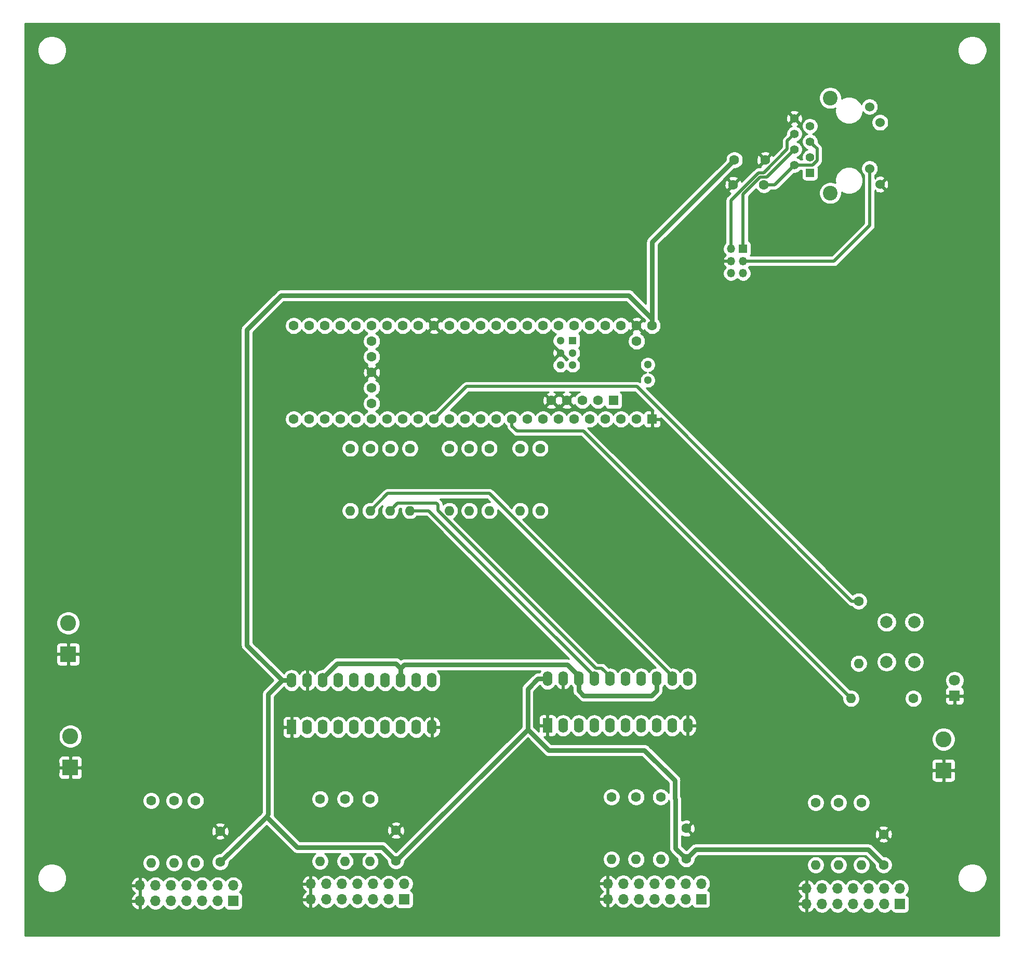
<source format=gbr>
G04 #@! TF.GenerationSoftware,KiCad,Pcbnew,(5.1.5)-3*
G04 #@! TF.CreationDate,2022-01-18T15:26:46+01:00*
G04 #@! TF.ProjectId,drop pcb proto 12 external controller,64726f70-2070-4636-9220-70726f746f20,rev?*
G04 #@! TF.SameCoordinates,Original*
G04 #@! TF.FileFunction,Copper,L1,Top*
G04 #@! TF.FilePolarity,Positive*
%FSLAX46Y46*%
G04 Gerber Fmt 4.6, Leading zero omitted, Abs format (unit mm)*
G04 Created by KiCad (PCBNEW (5.1.5)-3) date 2022-01-18 15:26:46*
%MOMM*%
%LPD*%
G04 APERTURE LIST*
%ADD10C,2.400000*%
%ADD11C,1.530000*%
%ADD12C,1.408000*%
%ADD13R,1.408000X1.408000*%
%ADD14C,1.300000*%
%ADD15C,1.600000*%
%ADD16R,1.300000X1.300000*%
%ADD17R,1.600000X1.600000*%
%ADD18O,1.350000X1.350000*%
%ADD19R,1.350000X1.350000*%
%ADD20O,1.700000X1.700000*%
%ADD21R,1.700000X1.700000*%
%ADD22C,2.600000*%
%ADD23R,2.600000X2.600000*%
%ADD24O,1.600000X1.600000*%
%ADD25O,1.600000X2.400000*%
%ADD26R,1.600000X2.400000*%
%ADD27C,1.800000*%
%ADD28R,1.800000X1.800000*%
%ADD29C,2.000000*%
%ADD30C,0.800000*%
%ADD31C,0.750000*%
%ADD32C,0.500000*%
%ADD33C,0.254000*%
G04 APERTURE END LIST*
D10*
X171844200Y-22788280D03*
X171844200Y-38288280D03*
D11*
X178274200Y-24213280D03*
X179974200Y-26780280D03*
X178274200Y-34296280D03*
X179974200Y-36863280D03*
D12*
X166004200Y-26093280D03*
X168544200Y-27363280D03*
X166004200Y-28633280D03*
X168544200Y-29903280D03*
X166004200Y-31173280D03*
X168544200Y-32443280D03*
X166004200Y-33713280D03*
D13*
X168544200Y-34983280D03*
D14*
X142116520Y-66271000D03*
X142116520Y-68811000D03*
D15*
X97126520Y-62461000D03*
X97126520Y-65001000D03*
X97126520Y-67541000D03*
X97126520Y-70081000D03*
X97126520Y-72621000D03*
D14*
X129876520Y-66359400D03*
X127876520Y-66359400D03*
X127876520Y-64359400D03*
X129876520Y-64359400D03*
X127876520Y-62359400D03*
D16*
X129876520Y-62359400D03*
D15*
X102206520Y-75161000D03*
X99666520Y-75161000D03*
X97126520Y-75161000D03*
X94586520Y-75161000D03*
X104746520Y-75161000D03*
X107286520Y-75161000D03*
X109826520Y-75161000D03*
X92046520Y-75161000D03*
X89506520Y-75161000D03*
X86966520Y-75161000D03*
X84426520Y-75161000D03*
X84426520Y-59921000D03*
X86966520Y-59921000D03*
X89506520Y-59921000D03*
X92046520Y-59921000D03*
X94586520Y-59921000D03*
X97126520Y-59921000D03*
X99666520Y-59921000D03*
X102206520Y-59921000D03*
X104746520Y-59921000D03*
X107286520Y-59921000D03*
X112366520Y-75161000D03*
X114906520Y-75161000D03*
X117446520Y-75161000D03*
X119986520Y-75161000D03*
X122526520Y-75161000D03*
X125066520Y-75161000D03*
X127606520Y-75161000D03*
X130146520Y-75161000D03*
X132686520Y-75161000D03*
X135226520Y-75161000D03*
X137766520Y-75161000D03*
X140306520Y-75161000D03*
D17*
X142846520Y-75161000D03*
D15*
X109826520Y-59921000D03*
X112366520Y-59921000D03*
X114906520Y-59921000D03*
X117446520Y-59921000D03*
X119986520Y-59921000D03*
X122526520Y-59921000D03*
X125066520Y-59921000D03*
X127606520Y-59921000D03*
X130146520Y-59921000D03*
X132686520Y-59921000D03*
X135226520Y-59921000D03*
X137766520Y-59921000D03*
X140306520Y-59921000D03*
X142846520Y-59921000D03*
D17*
X136547320Y-72110200D03*
D15*
X134007320Y-72110200D03*
X131467320Y-72110200D03*
X128927320Y-72110200D03*
X126387320Y-72110200D03*
X140306520Y-62461000D03*
D18*
X155671360Y-51386000D03*
X157671360Y-51386000D03*
X155671360Y-49386000D03*
X157671360Y-49386000D03*
X155671360Y-47386000D03*
D19*
X157671360Y-47386000D03*
D20*
X59334400Y-151180800D03*
X59334400Y-153720800D03*
X61874400Y-151180800D03*
X61874400Y-153720800D03*
X64414400Y-151180800D03*
X64414400Y-153720800D03*
X66954400Y-151180800D03*
X66954400Y-153720800D03*
X69494400Y-151180800D03*
X69494400Y-153720800D03*
X72034400Y-151180800D03*
X72034400Y-153720800D03*
X74574400Y-151180800D03*
D21*
X74574400Y-153720800D03*
D20*
X135590280Y-150886160D03*
X135590280Y-153426160D03*
X138130280Y-150886160D03*
X138130280Y-153426160D03*
X140670280Y-150886160D03*
X140670280Y-153426160D03*
X143210280Y-150886160D03*
X143210280Y-153426160D03*
X145750280Y-150886160D03*
X145750280Y-153426160D03*
X148290280Y-150886160D03*
X148290280Y-153426160D03*
X150830280Y-150886160D03*
D21*
X150830280Y-153426160D03*
D20*
X167985440Y-151673560D03*
X167985440Y-154213560D03*
X170525440Y-151673560D03*
X170525440Y-154213560D03*
X173065440Y-151673560D03*
X173065440Y-154213560D03*
X175605440Y-151673560D03*
X175605440Y-154213560D03*
X178145440Y-151673560D03*
X178145440Y-154213560D03*
X180685440Y-151673560D03*
X180685440Y-154213560D03*
X183225440Y-151673560D03*
D21*
X183225440Y-154213560D03*
D20*
X87188040Y-150926800D03*
X87188040Y-153466800D03*
X89728040Y-150926800D03*
X89728040Y-153466800D03*
X92268040Y-150926800D03*
X92268040Y-153466800D03*
X94808040Y-150926800D03*
X94808040Y-153466800D03*
X97348040Y-150926800D03*
X97348040Y-153466800D03*
X99888040Y-150926800D03*
X99888040Y-153466800D03*
X102428040Y-150926800D03*
D21*
X102428040Y-153466800D03*
D15*
X72440800Y-142345400D03*
X72440800Y-147345400D03*
D22*
X48021240Y-126888240D03*
D23*
X48021240Y-131968240D03*
D24*
X61211160Y-147515360D03*
D15*
X61211160Y-137355360D03*
D25*
X84084160Y-117744240D03*
X106944160Y-125364240D03*
X86624160Y-117744240D03*
X104404160Y-125364240D03*
X89164160Y-117744240D03*
X101864160Y-125364240D03*
X91704160Y-117744240D03*
X99324160Y-125364240D03*
X94244160Y-117744240D03*
X96784160Y-125364240D03*
X96784160Y-117744240D03*
X94244160Y-125364240D03*
X99324160Y-117744240D03*
X91704160Y-125364240D03*
X101864160Y-117744240D03*
X89164160Y-125364240D03*
X104404160Y-117744240D03*
X86624160Y-125364240D03*
X106944160Y-117744240D03*
D26*
X84084160Y-125364240D03*
D24*
X68411160Y-147515360D03*
D15*
X68411160Y-137355360D03*
D24*
X64911160Y-147515360D03*
D15*
X64911160Y-137355360D03*
D22*
X47665640Y-108407200D03*
D23*
X47665640Y-113487200D03*
D25*
X125780800Y-117480080D03*
X148640800Y-125100080D03*
X128320800Y-117480080D03*
X146100800Y-125100080D03*
X130860800Y-117480080D03*
X143560800Y-125100080D03*
X133400800Y-117480080D03*
X141020800Y-125100080D03*
X135940800Y-117480080D03*
X138480800Y-125100080D03*
X138480800Y-117480080D03*
X135940800Y-125100080D03*
X141020800Y-117480080D03*
X133400800Y-125100080D03*
X143560800Y-117480080D03*
X130860800Y-125100080D03*
X146100800Y-117480080D03*
X128320800Y-125100080D03*
X148640800Y-117480080D03*
D26*
X125780800Y-125100080D03*
D24*
X93654880Y-90083640D03*
D15*
X93654880Y-79923640D03*
D24*
X96886570Y-90083640D03*
D15*
X96886570Y-79923640D03*
D24*
X100118258Y-90083640D03*
D15*
X100118258Y-79923640D03*
D24*
X103349946Y-90083640D03*
D15*
X103349946Y-79923640D03*
D24*
X109813322Y-90083640D03*
D15*
X109813322Y-79923640D03*
D24*
X113045010Y-90083640D03*
D15*
X113045010Y-79923640D03*
D24*
X116276698Y-90083640D03*
D15*
X116276698Y-79923640D03*
D24*
X121340072Y-90083640D03*
D15*
X121340072Y-79923640D03*
D24*
X124571760Y-90083640D03*
D15*
X124571760Y-79923640D03*
D24*
X144226280Y-146918680D03*
D15*
X144226280Y-136758680D03*
D24*
X140220700Y-146918680D03*
D15*
X140220700Y-136758680D03*
D24*
X136215120Y-146918680D03*
D15*
X136215120Y-136758680D03*
D24*
X176951640Y-147848320D03*
D15*
X176951640Y-137688320D03*
D24*
X173220380Y-147848320D03*
D15*
X173220380Y-137688320D03*
D24*
X169489120Y-147848320D03*
D15*
X169489120Y-137688320D03*
D24*
X96880680Y-147238720D03*
D15*
X96880680Y-137078720D03*
D24*
X92796360Y-147238720D03*
D15*
X92796360Y-137078720D03*
D24*
X88712040Y-147238720D03*
D15*
X88712040Y-137078720D03*
D22*
X190322200Y-127355600D03*
D23*
X190322200Y-132435600D03*
D15*
X180543200Y-147834360D03*
X180543200Y-142834360D03*
X101071680Y-147204440D03*
X101071680Y-142204440D03*
X148376640Y-146869160D03*
X148376640Y-141869160D03*
D27*
X192130680Y-117744240D03*
D28*
X192130680Y-120284240D03*
D29*
X181035960Y-114749720D03*
X185535960Y-114749720D03*
X181035960Y-108249720D03*
X185535960Y-108249720D03*
D24*
X176484280Y-114985800D03*
D15*
X176484280Y-104825800D03*
X156234120Y-32893000D03*
X161234120Y-32893000D03*
X156056320Y-36926520D03*
X161056320Y-36926520D03*
D24*
X175239680Y-120705880D03*
D15*
X185399680Y-120705880D03*
D30*
X41876000Y-11711200D03*
X41876000Y-17711200D03*
X41876000Y-21711200D03*
X41876000Y-25711200D03*
X41876000Y-29711200D03*
X41876000Y-33711200D03*
X41876000Y-37711200D03*
X41876000Y-41711200D03*
X41876000Y-45711200D03*
X41876000Y-49711200D03*
X41876000Y-53711200D03*
X41876000Y-57711200D03*
X41876000Y-61711200D03*
X41876000Y-65711200D03*
X41876000Y-69711200D03*
X41876000Y-73711200D03*
X41876000Y-77711200D03*
X41876000Y-81711200D03*
X41876000Y-85711200D03*
X41876000Y-89711200D03*
X41876000Y-93711200D03*
X41876000Y-97711200D03*
X41876000Y-101711200D03*
X41876000Y-105711200D03*
X41876000Y-109711200D03*
X41876000Y-113711200D03*
X41876000Y-117711200D03*
X41876000Y-121711200D03*
X41876000Y-125711200D03*
X41876000Y-129711200D03*
X41876000Y-133711200D03*
X41876000Y-137711200D03*
X41876000Y-141711200D03*
X41876000Y-145711200D03*
X41876000Y-152711200D03*
X41876000Y-156711200D03*
X43876000Y-19711200D03*
X43876000Y-23711200D03*
X43876000Y-27711200D03*
X43876000Y-31711200D03*
X43876000Y-35711200D03*
X43876000Y-39711200D03*
X43876000Y-43711200D03*
X43876000Y-47711200D03*
X43876000Y-51711200D03*
X43876000Y-55711200D03*
X43876000Y-59711200D03*
X43876000Y-63711200D03*
X43876000Y-67711200D03*
X43876000Y-71711200D03*
X43876000Y-75711200D03*
X43876000Y-79711200D03*
X43876000Y-83711200D03*
X43876000Y-87711200D03*
X43876000Y-91711200D03*
X43876000Y-95711200D03*
X43876000Y-99711200D03*
X43876000Y-103711200D03*
X43876000Y-107711200D03*
X43876000Y-111711200D03*
X43876000Y-115711200D03*
X43876000Y-119711200D03*
X43876000Y-123711200D03*
X43876000Y-127711200D03*
X43876000Y-131711200D03*
X43876000Y-135711200D03*
X43876000Y-139711200D03*
X43876000Y-143711200D03*
X43876000Y-154711200D03*
X44876000Y-146711200D03*
X44876000Y-157711200D03*
X45876000Y-21711200D03*
X45876000Y-25711200D03*
X45876000Y-29711200D03*
X45876000Y-33711200D03*
X45876000Y-37711200D03*
X45876000Y-41711200D03*
X45876000Y-45711200D03*
X45876000Y-49711200D03*
X45876000Y-53711200D03*
X45876000Y-57711200D03*
X45876000Y-61711200D03*
X45876000Y-65711200D03*
X45876000Y-69711200D03*
X45876000Y-73711200D03*
X45876000Y-77711200D03*
X45876000Y-81711200D03*
X45876000Y-85711200D03*
X45876000Y-89711200D03*
X45876000Y-93711200D03*
X45876000Y-97711200D03*
X45876000Y-101711200D03*
X45876000Y-105711200D03*
X45876000Y-117711200D03*
X45876000Y-121711200D03*
X45876000Y-137711200D03*
X45876000Y-141711200D03*
X46876000Y-11711200D03*
X46876000Y-18711200D03*
X46876000Y-144711200D03*
X46876000Y-153711200D03*
X47876000Y-23711200D03*
X47876000Y-27711200D03*
X47876000Y-31711200D03*
X47876000Y-35711200D03*
X47876000Y-39711200D03*
X47876000Y-43711200D03*
X47876000Y-47711200D03*
X47876000Y-51711200D03*
X47876000Y-55711200D03*
X47876000Y-59711200D03*
X47876000Y-63711200D03*
X47876000Y-67711200D03*
X47876000Y-71711200D03*
X47876000Y-75711200D03*
X47876000Y-79711200D03*
X47876000Y-83711200D03*
X47876000Y-87711200D03*
X47876000Y-91711200D03*
X47876000Y-95711200D03*
X47876000Y-99711200D03*
X47876000Y-103711200D03*
X47876000Y-119711200D03*
X47876000Y-123711200D03*
X47876000Y-135711200D03*
X47876000Y-139711200D03*
X47876000Y-147711200D03*
X47876000Y-156711200D03*
X48876000Y-13711200D03*
X48876000Y-20711200D03*
X48876000Y-116711200D03*
X48876000Y-142711200D03*
X48876000Y-150711200D03*
X49876000Y-16711200D03*
X49876000Y-25711200D03*
X49876000Y-29711200D03*
X49876000Y-33711200D03*
X49876000Y-37711200D03*
X49876000Y-41711200D03*
X49876000Y-45711200D03*
X49876000Y-49711200D03*
X49876000Y-53711200D03*
X49876000Y-57711200D03*
X49876000Y-61711200D03*
X49876000Y-65711200D03*
X49876000Y-69711200D03*
X49876000Y-73711200D03*
X49876000Y-77711200D03*
X49876000Y-81711200D03*
X49876000Y-85711200D03*
X49876000Y-89711200D03*
X49876000Y-93711200D03*
X49876000Y-97711200D03*
X49876000Y-101711200D03*
X49876000Y-105711200D03*
X49876000Y-121711200D03*
X49876000Y-137711200D03*
X49876000Y-145711200D03*
X49876000Y-154711200D03*
X50876000Y-11711200D03*
X50876000Y-22711200D03*
X50876000Y-110711200D03*
X50876000Y-114711200D03*
X50876000Y-118711200D03*
X50876000Y-124711200D03*
X50876000Y-132711200D03*
X50876000Y-140711200D03*
X50876000Y-148711200D03*
X50876000Y-157711200D03*
X51876000Y-14711200D03*
X51876000Y-18711200D03*
X51876000Y-27711200D03*
X51876000Y-31711200D03*
X51876000Y-35711200D03*
X51876000Y-39711200D03*
X51876000Y-43711200D03*
X51876000Y-47711200D03*
X51876000Y-51711200D03*
X51876000Y-55711200D03*
X51876000Y-59711200D03*
X51876000Y-63711200D03*
X51876000Y-67711200D03*
X51876000Y-71711200D03*
X51876000Y-75711200D03*
X51876000Y-79711200D03*
X51876000Y-83711200D03*
X51876000Y-87711200D03*
X51876000Y-91711200D03*
X51876000Y-95711200D03*
X51876000Y-99711200D03*
X51876000Y-103711200D03*
X51876000Y-127711200D03*
X51876000Y-135711200D03*
X51876000Y-143711200D03*
X51876000Y-151711200D03*
X52876000Y-24711200D03*
X52876000Y-106711200D03*
X52876000Y-112711200D03*
X52876000Y-116711200D03*
X52876000Y-120711200D03*
X52876000Y-138711200D03*
X52876000Y-146711200D03*
X52876000Y-155711200D03*
X53876000Y-12711200D03*
X53876000Y-16711200D03*
X53876000Y-20711200D03*
X53876000Y-29711200D03*
X53876000Y-33711200D03*
X53876000Y-37711200D03*
X53876000Y-41711200D03*
X53876000Y-45711200D03*
X53876000Y-49711200D03*
X53876000Y-53711200D03*
X53876000Y-57711200D03*
X53876000Y-61711200D03*
X53876000Y-65711200D03*
X53876000Y-69711200D03*
X53876000Y-73711200D03*
X53876000Y-77711200D03*
X53876000Y-81711200D03*
X53876000Y-85711200D03*
X53876000Y-89711200D03*
X53876000Y-93711200D03*
X53876000Y-97711200D03*
X53876000Y-101711200D03*
X53876000Y-123711200D03*
X53876000Y-129711200D03*
X54876000Y-26711200D03*
X54876000Y-104711200D03*
X54876000Y-110711200D03*
X54876000Y-114711200D03*
X54876000Y-118711200D03*
X54876000Y-126711200D03*
X54876000Y-157711200D03*
X55876000Y-14711200D03*
X55876000Y-18711200D03*
X55876000Y-22711200D03*
X55876000Y-31711200D03*
X55876000Y-35711200D03*
X55876000Y-39711200D03*
X55876000Y-43711200D03*
X55876000Y-47711200D03*
X55876000Y-51711200D03*
X55876000Y-55711200D03*
X55876000Y-59711200D03*
X55876000Y-63711200D03*
X55876000Y-67711200D03*
X55876000Y-71711200D03*
X55876000Y-75711200D03*
X55876000Y-79711200D03*
X55876000Y-83711200D03*
X55876000Y-87711200D03*
X55876000Y-91711200D03*
X55876000Y-95711200D03*
X55876000Y-99711200D03*
X55876000Y-121711200D03*
X55876000Y-131711200D03*
X56876000Y-11711200D03*
X56876000Y-28711200D03*
X56876000Y-102711200D03*
X56876000Y-106711200D03*
X56876000Y-112711200D03*
X56876000Y-116711200D03*
X56876000Y-124711200D03*
X56876000Y-128711200D03*
X56876000Y-134711200D03*
X56876000Y-138711200D03*
X56876000Y-142711200D03*
X56876000Y-146711200D03*
X56876000Y-150711200D03*
X57876000Y-16711200D03*
X57876000Y-20711200D03*
X57876000Y-24711200D03*
X57876000Y-33711200D03*
X57876000Y-37711200D03*
X57876000Y-41711200D03*
X57876000Y-45711200D03*
X57876000Y-49711200D03*
X57876000Y-53711200D03*
X57876000Y-57711200D03*
X57876000Y-61711200D03*
X57876000Y-65711200D03*
X57876000Y-69711200D03*
X57876000Y-73711200D03*
X57876000Y-77711200D03*
X57876000Y-81711200D03*
X57876000Y-85711200D03*
X57876000Y-89711200D03*
X57876000Y-93711200D03*
X57876000Y-97711200D03*
X57876000Y-119711200D03*
X58876000Y-13711200D03*
X58876000Y-30711200D03*
X58876000Y-100711200D03*
X58876000Y-104711200D03*
X58876000Y-110711200D03*
X58876000Y-114711200D03*
X58876000Y-122711200D03*
X58876000Y-126711200D03*
X58876000Y-130711200D03*
X58876000Y-136711200D03*
X58876000Y-140711200D03*
X58876000Y-144711200D03*
X58876000Y-148711200D03*
X59876000Y-18711200D03*
X59876000Y-22711200D03*
X59876000Y-26711200D03*
X59876000Y-35711200D03*
X59876000Y-39711200D03*
X59876000Y-43711200D03*
X59876000Y-47711200D03*
X59876000Y-51711200D03*
X59876000Y-55711200D03*
X59876000Y-59711200D03*
X59876000Y-63711200D03*
X59876000Y-67711200D03*
X59876000Y-71711200D03*
X59876000Y-75711200D03*
X59876000Y-79711200D03*
X59876000Y-83711200D03*
X59876000Y-87711200D03*
X59876000Y-91711200D03*
X59876000Y-95711200D03*
X59876000Y-117711200D03*
X59876000Y-133711200D03*
X60876000Y-11711200D03*
X60876000Y-15711200D03*
X60876000Y-32711200D03*
X60876000Y-98711200D03*
X60876000Y-102711200D03*
X60876000Y-106711200D03*
X60876000Y-112711200D03*
X60876000Y-120711200D03*
X60876000Y-124711200D03*
X60876000Y-128711200D03*
X60876000Y-142711200D03*
X61876000Y-20711200D03*
X61876000Y-24711200D03*
X61876000Y-28711200D03*
X61876000Y-37711200D03*
X61876000Y-41711200D03*
X61876000Y-45711200D03*
X61876000Y-49711200D03*
X61876000Y-53711200D03*
X61876000Y-57711200D03*
X61876000Y-61711200D03*
X61876000Y-65711200D03*
X61876000Y-69711200D03*
X61876000Y-73711200D03*
X61876000Y-77711200D03*
X61876000Y-81711200D03*
X61876000Y-85711200D03*
X61876000Y-89711200D03*
X61876000Y-93711200D03*
X61876000Y-115711200D03*
X61876000Y-131711200D03*
X61876000Y-139711200D03*
X62876000Y-13711200D03*
X62876000Y-17711200D03*
X62876000Y-34711200D03*
X62876000Y-96711200D03*
X62876000Y-100711200D03*
X62876000Y-104711200D03*
X62876000Y-110711200D03*
X62876000Y-118711200D03*
X62876000Y-122711200D03*
X62876000Y-126711200D03*
X62876000Y-144711200D03*
X63876000Y-22711200D03*
X63876000Y-26711200D03*
X63876000Y-30711200D03*
X63876000Y-39711200D03*
X63876000Y-43711200D03*
X63876000Y-47711200D03*
X63876000Y-51711200D03*
X63876000Y-55711200D03*
X63876000Y-59711200D03*
X63876000Y-63711200D03*
X63876000Y-67711200D03*
X63876000Y-71711200D03*
X63876000Y-75711200D03*
X63876000Y-79711200D03*
X63876000Y-83711200D03*
X63876000Y-87711200D03*
X63876000Y-91711200D03*
X63876000Y-113711200D03*
X63876000Y-129711200D03*
X63876000Y-141711200D03*
X64876000Y-11711200D03*
X64876000Y-15711200D03*
X64876000Y-19711200D03*
X64876000Y-36711200D03*
X64876000Y-94711200D03*
X64876000Y-98711200D03*
X64876000Y-102711200D03*
X64876000Y-106711200D03*
X64876000Y-116711200D03*
X64876000Y-120711200D03*
X64876000Y-124711200D03*
X64876000Y-157711200D03*
X65876000Y-24711200D03*
X65876000Y-28711200D03*
X65876000Y-32711200D03*
X65876000Y-41711200D03*
X65876000Y-45711200D03*
X65876000Y-49711200D03*
X65876000Y-53711200D03*
X65876000Y-57711200D03*
X65876000Y-61711200D03*
X65876000Y-65711200D03*
X65876000Y-69711200D03*
X65876000Y-73711200D03*
X65876000Y-77711200D03*
X65876000Y-81711200D03*
X65876000Y-85711200D03*
X65876000Y-89711200D03*
X65876000Y-111711200D03*
X65876000Y-127711200D03*
X65876000Y-134711200D03*
X65876000Y-139711200D03*
X65876000Y-143711200D03*
X66876000Y-13711200D03*
X66876000Y-17711200D03*
X66876000Y-21711200D03*
X66876000Y-38711200D03*
X66876000Y-92711200D03*
X66876000Y-96711200D03*
X66876000Y-100711200D03*
X66876000Y-104711200D03*
X66876000Y-114711200D03*
X66876000Y-118711200D03*
X66876000Y-122711200D03*
X67876000Y-26711200D03*
X67876000Y-30711200D03*
X67876000Y-34711200D03*
X67876000Y-43711200D03*
X67876000Y-47711200D03*
X67876000Y-51711200D03*
X67876000Y-55711200D03*
X67876000Y-59711200D03*
X67876000Y-63711200D03*
X67876000Y-67711200D03*
X67876000Y-71711200D03*
X67876000Y-75711200D03*
X67876000Y-79711200D03*
X67876000Y-83711200D03*
X67876000Y-87711200D03*
X67876000Y-125711200D03*
X67876000Y-132711200D03*
X67876000Y-141711200D03*
X68876000Y-11711200D03*
X68876000Y-15711200D03*
X68876000Y-19711200D03*
X68876000Y-23711200D03*
X68876000Y-40711200D03*
X68876000Y-90711200D03*
X68876000Y-94711200D03*
X68876000Y-98711200D03*
X68876000Y-102711200D03*
X68876000Y-106711200D03*
X68876000Y-110711200D03*
X68876000Y-116711200D03*
X68876000Y-120711200D03*
X68876000Y-144711200D03*
X68876000Y-157711200D03*
X69876000Y-28711200D03*
X69876000Y-32711200D03*
X69876000Y-36711200D03*
X69876000Y-45711200D03*
X69876000Y-49711200D03*
X69876000Y-53711200D03*
X69876000Y-57711200D03*
X69876000Y-61711200D03*
X69876000Y-65711200D03*
X69876000Y-69711200D03*
X69876000Y-73711200D03*
X69876000Y-77711200D03*
X69876000Y-81711200D03*
X69876000Y-85711200D03*
X69876000Y-113711200D03*
X69876000Y-123711200D03*
X69876000Y-130711200D03*
X69876000Y-139711200D03*
X70876000Y-13711200D03*
X70876000Y-17711200D03*
X70876000Y-21711200D03*
X70876000Y-25711200D03*
X70876000Y-42711200D03*
X70876000Y-88711200D03*
X70876000Y-92711200D03*
X70876000Y-96711200D03*
X70876000Y-100711200D03*
X70876000Y-104711200D03*
X70876000Y-118711200D03*
X70876000Y-126711200D03*
X70876000Y-135711200D03*
X71876000Y-30711200D03*
X71876000Y-34711200D03*
X71876000Y-38711200D03*
X71876000Y-47711200D03*
X71876000Y-51711200D03*
X71876000Y-55711200D03*
X71876000Y-59711200D03*
X71876000Y-63711200D03*
X71876000Y-67711200D03*
X71876000Y-71711200D03*
X71876000Y-75711200D03*
X71876000Y-79711200D03*
X71876000Y-83711200D03*
X71876000Y-111711200D03*
X71876000Y-115711200D03*
X71876000Y-121711200D03*
X72876000Y-11711200D03*
X72876000Y-15711200D03*
X72876000Y-19711200D03*
X72876000Y-23711200D03*
X72876000Y-27711200D03*
X72876000Y-44711200D03*
X72876000Y-86711200D03*
X72876000Y-90711200D03*
X72876000Y-94711200D03*
X72876000Y-98711200D03*
X72876000Y-102711200D03*
X72876000Y-106711200D03*
X72876000Y-124711200D03*
X72876000Y-133711200D03*
X72876000Y-138711200D03*
X72876000Y-157711200D03*
X73876000Y-32711200D03*
X73876000Y-36711200D03*
X73876000Y-40711200D03*
X73876000Y-49711200D03*
X73876000Y-53711200D03*
X73876000Y-57711200D03*
X73876000Y-61711200D03*
X73876000Y-65711200D03*
X73876000Y-69711200D03*
X73876000Y-73711200D03*
X73876000Y-77711200D03*
X73876000Y-81711200D03*
X73876000Y-113711200D03*
X73876000Y-117711200D03*
X74876000Y-13711200D03*
X74876000Y-17711200D03*
X74876000Y-21711200D03*
X74876000Y-25711200D03*
X74876000Y-29711200D03*
X74876000Y-46711200D03*
X74876000Y-84711200D03*
X74876000Y-88711200D03*
X74876000Y-92711200D03*
X74876000Y-96711200D03*
X74876000Y-100711200D03*
X74876000Y-104711200D03*
X74876000Y-110711200D03*
X74876000Y-120711200D03*
X74876000Y-126711200D03*
X74876000Y-131711200D03*
X74876000Y-135711200D03*
X74876000Y-140711200D03*
X74876000Y-147711200D03*
X75876000Y-34711200D03*
X75876000Y-38711200D03*
X75876000Y-42711200D03*
X75876000Y-51711200D03*
X75876000Y-55711200D03*
X75876000Y-115711200D03*
X75876000Y-123711200D03*
X76876000Y-11711200D03*
X76876000Y-15711200D03*
X76876000Y-19711200D03*
X76876000Y-23711200D03*
X76876000Y-27711200D03*
X76876000Y-31711200D03*
X76876000Y-48711200D03*
X76876000Y-118711200D03*
X76876000Y-133711200D03*
X76876000Y-138711200D03*
X76876000Y-145711200D03*
X76876000Y-149711200D03*
X76876000Y-157711200D03*
X77876000Y-36711200D03*
X77876000Y-40711200D03*
X77876000Y-44711200D03*
X77876000Y-53711200D03*
X77876000Y-121711200D03*
X77876000Y-125711200D03*
X77876000Y-152711200D03*
X78876000Y-13711200D03*
X78876000Y-17711200D03*
X78876000Y-21711200D03*
X78876000Y-25711200D03*
X78876000Y-29711200D03*
X78876000Y-33711200D03*
X78876000Y-50711200D03*
X78876000Y-61711200D03*
X78876000Y-65711200D03*
X78876000Y-69711200D03*
X78876000Y-73711200D03*
X78876000Y-77711200D03*
X78876000Y-81711200D03*
X78876000Y-85711200D03*
X78876000Y-89711200D03*
X78876000Y-93711200D03*
X78876000Y-97711200D03*
X78876000Y-101711200D03*
X78876000Y-105711200D03*
X78876000Y-116711200D03*
X78876000Y-143711200D03*
X78876000Y-147711200D03*
X79876000Y-38711200D03*
X79876000Y-42711200D03*
X79876000Y-46711200D03*
X79876000Y-150711200D03*
X79876000Y-154711200D03*
X80876000Y-11711200D03*
X80876000Y-15711200D03*
X80876000Y-19711200D03*
X80876000Y-23711200D03*
X80876000Y-27711200D03*
X80876000Y-31711200D03*
X80876000Y-35711200D03*
X80876000Y-52711200D03*
X80876000Y-59711200D03*
X80876000Y-63711200D03*
X80876000Y-67711200D03*
X80876000Y-71711200D03*
X80876000Y-75711200D03*
X80876000Y-79711200D03*
X80876000Y-83711200D03*
X80876000Y-87711200D03*
X80876000Y-91711200D03*
X80876000Y-95711200D03*
X80876000Y-99711200D03*
X80876000Y-103711200D03*
X80876000Y-107711200D03*
X80876000Y-145711200D03*
X80876000Y-157711200D03*
X81876000Y-40711200D03*
X81876000Y-44711200D03*
X81876000Y-48711200D03*
X81876000Y-121711200D03*
X81876000Y-148711200D03*
X81876000Y-152711200D03*
X82876000Y-13711200D03*
X82876000Y-17711200D03*
X82876000Y-21711200D03*
X82876000Y-25711200D03*
X82876000Y-29711200D03*
X82876000Y-33711200D03*
X82876000Y-37711200D03*
X82876000Y-57711200D03*
X82876000Y-65711200D03*
X82876000Y-69711200D03*
X82876000Y-77711200D03*
X82876000Y-81711200D03*
X82876000Y-85711200D03*
X82876000Y-89711200D03*
X82876000Y-93711200D03*
X82876000Y-97711200D03*
X82876000Y-101711200D03*
X82876000Y-105711200D03*
X82876000Y-109711200D03*
X82876000Y-131711200D03*
X82876000Y-138711200D03*
X83876000Y-42711200D03*
X83876000Y-46711200D03*
X83876000Y-50711200D03*
X83876000Y-62711200D03*
X83876000Y-72711200D03*
X83876000Y-146711200D03*
X83876000Y-150711200D03*
X83876000Y-154711200D03*
X84876000Y-11711200D03*
X84876000Y-15711200D03*
X84876000Y-19711200D03*
X84876000Y-23711200D03*
X84876000Y-27711200D03*
X84876000Y-31711200D03*
X84876000Y-35711200D03*
X84876000Y-39711200D03*
X84876000Y-67711200D03*
X84876000Y-79711200D03*
X84876000Y-83711200D03*
X84876000Y-87711200D03*
X84876000Y-91711200D03*
X84876000Y-95711200D03*
X84876000Y-99711200D03*
X84876000Y-103711200D03*
X84876000Y-107711200D03*
X84876000Y-111711200D03*
X84876000Y-120711200D03*
X84876000Y-136711200D03*
X84876000Y-140711200D03*
X84876000Y-157711200D03*
X85876000Y-44711200D03*
X85876000Y-48711200D03*
X85876000Y-52711200D03*
X85876000Y-56711200D03*
X85876000Y-64711200D03*
X85876000Y-70711200D03*
X85876000Y-114711200D03*
X86876000Y-13711200D03*
X86876000Y-17711200D03*
X86876000Y-21711200D03*
X86876000Y-25711200D03*
X86876000Y-29711200D03*
X86876000Y-33711200D03*
X86876000Y-37711200D03*
X86876000Y-41711200D03*
X86876000Y-77711200D03*
X86876000Y-81711200D03*
X86876000Y-85711200D03*
X86876000Y-89711200D03*
X86876000Y-93711200D03*
X86876000Y-97711200D03*
X86876000Y-101711200D03*
X86876000Y-105711200D03*
X86876000Y-109711200D03*
X86876000Y-122711200D03*
X86876000Y-134711200D03*
X86876000Y-142711200D03*
X87876000Y-46711200D03*
X87876000Y-50711200D03*
X87876000Y-62711200D03*
X87876000Y-66711200D03*
X87876000Y-72711200D03*
X87876000Y-112711200D03*
X87876000Y-139711200D03*
X88876000Y-11711200D03*
X88876000Y-15711200D03*
X88876000Y-19711200D03*
X88876000Y-23711200D03*
X88876000Y-27711200D03*
X88876000Y-31711200D03*
X88876000Y-35711200D03*
X88876000Y-39711200D03*
X88876000Y-43711200D03*
X88876000Y-69711200D03*
X88876000Y-79711200D03*
X88876000Y-83711200D03*
X88876000Y-87711200D03*
X88876000Y-91711200D03*
X88876000Y-95711200D03*
X88876000Y-99711200D03*
X88876000Y-103711200D03*
X88876000Y-107711200D03*
X88876000Y-120711200D03*
X88876000Y-132711200D03*
X88876000Y-157711200D03*
X89876000Y-48711200D03*
X89876000Y-52711200D03*
X89876000Y-56711200D03*
X89876000Y-64711200D03*
X89876000Y-110711200D03*
X89876000Y-141711200D03*
X90876000Y-13711200D03*
X90876000Y-17711200D03*
X90876000Y-21711200D03*
X90876000Y-25711200D03*
X90876000Y-29711200D03*
X90876000Y-33711200D03*
X90876000Y-37711200D03*
X90876000Y-41711200D03*
X90876000Y-45711200D03*
X90876000Y-67711200D03*
X90876000Y-71711200D03*
X90876000Y-77711200D03*
X90876000Y-81711200D03*
X90876000Y-85711200D03*
X90876000Y-89711200D03*
X90876000Y-93711200D03*
X90876000Y-97711200D03*
X90876000Y-101711200D03*
X90876000Y-105711200D03*
X90876000Y-113711200D03*
X90876000Y-130711200D03*
X91876000Y-50711200D03*
X91876000Y-62711200D03*
X91876000Y-108711200D03*
X91876000Y-121711200D03*
X91876000Y-139711200D03*
X91876000Y-143711200D03*
X92876000Y-11711200D03*
X92876000Y-15711200D03*
X92876000Y-19711200D03*
X92876000Y-23711200D03*
X92876000Y-27711200D03*
X92876000Y-31711200D03*
X92876000Y-35711200D03*
X92876000Y-39711200D03*
X92876000Y-43711200D03*
X92876000Y-47711200D03*
X92876000Y-65711200D03*
X92876000Y-69711200D03*
X92876000Y-83711200D03*
X92876000Y-87711200D03*
X92876000Y-95711200D03*
X92876000Y-99711200D03*
X92876000Y-103711200D03*
X92876000Y-111711200D03*
X92876000Y-128711200D03*
X92876000Y-157711200D03*
X93876000Y-52711200D03*
X93876000Y-56711200D03*
X93876000Y-72711200D03*
X93876000Y-92711200D03*
X93876000Y-106711200D03*
X93876000Y-141711200D03*
X94876000Y-13711200D03*
X94876000Y-17711200D03*
X94876000Y-21711200D03*
X94876000Y-25711200D03*
X94876000Y-29711200D03*
X94876000Y-33711200D03*
X94876000Y-37711200D03*
X94876000Y-41711200D03*
X94876000Y-45711200D03*
X94876000Y-49711200D03*
X94876000Y-67711200D03*
X94876000Y-85711200D03*
X94876000Y-97711200D03*
X94876000Y-101711200D03*
X94876000Y-109711200D03*
X95876000Y-82711200D03*
X95876000Y-94711200D03*
X95876000Y-104711200D03*
X95876000Y-121711200D03*
X95876000Y-139711200D03*
X95876000Y-143711200D03*
X96876000Y-11711200D03*
X96876000Y-15711200D03*
X96876000Y-19711200D03*
X96876000Y-23711200D03*
X96876000Y-27711200D03*
X96876000Y-31711200D03*
X96876000Y-35711200D03*
X96876000Y-39711200D03*
X96876000Y-43711200D03*
X96876000Y-47711200D03*
X96876000Y-51711200D03*
X96876000Y-57711200D03*
X96876000Y-99711200D03*
X96876000Y-107711200D03*
X96876000Y-111711200D03*
X96876000Y-157711200D03*
X97876000Y-84711200D03*
X97876000Y-92711200D03*
X97876000Y-96711200D03*
X97876000Y-102711200D03*
X97876000Y-141711200D03*
X98876000Y-13711200D03*
X98876000Y-17711200D03*
X98876000Y-21711200D03*
X98876000Y-25711200D03*
X98876000Y-29711200D03*
X98876000Y-33711200D03*
X98876000Y-37711200D03*
X98876000Y-41711200D03*
X98876000Y-45711200D03*
X98876000Y-49711200D03*
X98876000Y-67711200D03*
X98876000Y-105711200D03*
X98876000Y-109711200D03*
X99876000Y-52711200D03*
X99876000Y-56711200D03*
X99876000Y-62711200D03*
X99876000Y-70711200D03*
X99876000Y-82711200D03*
X99876000Y-94711200D03*
X99876000Y-98711200D03*
X99876000Y-121711200D03*
X99876000Y-135711200D03*
X99876000Y-139711200D03*
X100876000Y-11711200D03*
X100876000Y-15711200D03*
X100876000Y-19711200D03*
X100876000Y-23711200D03*
X100876000Y-27711200D03*
X100876000Y-31711200D03*
X100876000Y-35711200D03*
X100876000Y-39711200D03*
X100876000Y-43711200D03*
X100876000Y-47711200D03*
X100876000Y-65711200D03*
X100876000Y-101711200D03*
X100876000Y-107711200D03*
X100876000Y-111711200D03*
X101876000Y-50711200D03*
X101876000Y-68711200D03*
X101876000Y-72711200D03*
X101876000Y-84711200D03*
X101876000Y-92711200D03*
X101876000Y-96711200D03*
X101876000Y-104711200D03*
X101876000Y-133711200D03*
X101876000Y-137711200D03*
X102876000Y-13711200D03*
X102876000Y-17711200D03*
X102876000Y-21711200D03*
X102876000Y-25711200D03*
X102876000Y-29711200D03*
X102876000Y-33711200D03*
X102876000Y-37711200D03*
X102876000Y-41711200D03*
X102876000Y-45711200D03*
X102876000Y-63711200D03*
X102876000Y-99711200D03*
X102876000Y-109711200D03*
X103876000Y-48711200D03*
X103876000Y-52711200D03*
X103876000Y-56711200D03*
X103876000Y-66711200D03*
X103876000Y-70711200D03*
X103876000Y-82711200D03*
X103876000Y-94711200D03*
X103876000Y-102711200D03*
X103876000Y-106711200D03*
X103876000Y-121711200D03*
X103876000Y-131711200D03*
X103876000Y-135711200D03*
X103876000Y-139711200D03*
X103876000Y-147711200D03*
X103876000Y-157711200D03*
X104876000Y-11711200D03*
X104876000Y-15711200D03*
X104876000Y-19711200D03*
X104876000Y-23711200D03*
X104876000Y-27711200D03*
X104876000Y-31711200D03*
X104876000Y-35711200D03*
X104876000Y-39711200D03*
X104876000Y-43711200D03*
X104876000Y-97711200D03*
X104876000Y-111711200D03*
X104876000Y-150711200D03*
X104876000Y-154711200D03*
X105876000Y-46711200D03*
X105876000Y-50711200D03*
X105876000Y-62711200D03*
X105876000Y-68711200D03*
X105876000Y-72711200D03*
X105876000Y-80711200D03*
X105876000Y-84711200D03*
X105876000Y-92711200D03*
X105876000Y-100711200D03*
X105876000Y-104711200D03*
X105876000Y-108711200D03*
X105876000Y-128711200D03*
X105876000Y-133711200D03*
X105876000Y-137711200D03*
X105876000Y-145711200D03*
X106876000Y-13711200D03*
X106876000Y-17711200D03*
X106876000Y-21711200D03*
X106876000Y-25711200D03*
X106876000Y-29711200D03*
X106876000Y-33711200D03*
X106876000Y-37711200D03*
X106876000Y-41711200D03*
X106876000Y-65711200D03*
X106876000Y-77711200D03*
X106876000Y-95711200D03*
X106876000Y-122711200D03*
X106876000Y-148711200D03*
X106876000Y-152711200D03*
X107876000Y-44711200D03*
X107876000Y-48711200D03*
X107876000Y-52711200D03*
X107876000Y-56711200D03*
X107876000Y-70711200D03*
X107876000Y-82711200D03*
X107876000Y-130711200D03*
X107876000Y-135711200D03*
X107876000Y-143711200D03*
X107876000Y-157711200D03*
X108876000Y-11711200D03*
X108876000Y-15711200D03*
X108876000Y-19711200D03*
X108876000Y-23711200D03*
X108876000Y-27711200D03*
X108876000Y-31711200D03*
X108876000Y-35711200D03*
X108876000Y-39711200D03*
X108876000Y-63711200D03*
X108876000Y-67711200D03*
X108876000Y-127711200D03*
X108876000Y-146711200D03*
X108876000Y-150711200D03*
X108876000Y-154711200D03*
X109876000Y-42711200D03*
X109876000Y-46711200D03*
X109876000Y-50711200D03*
X109876000Y-84711200D03*
X109876000Y-120711200D03*
X109876000Y-124711200D03*
X109876000Y-132711200D03*
X109876000Y-141711200D03*
X110876000Y-13711200D03*
X110876000Y-17711200D03*
X110876000Y-21711200D03*
X110876000Y-25711200D03*
X110876000Y-29711200D03*
X110876000Y-33711200D03*
X110876000Y-37711200D03*
X110876000Y-65711200D03*
X110876000Y-129711200D03*
X110876000Y-144711200D03*
X110876000Y-148711200D03*
X110876000Y-152711200D03*
X111876000Y-40711200D03*
X111876000Y-44711200D03*
X111876000Y-48711200D03*
X111876000Y-52711200D03*
X111876000Y-56711200D03*
X111876000Y-62711200D03*
X111876000Y-82711200D03*
X111876000Y-98711200D03*
X111876000Y-102711200D03*
X111876000Y-106711200D03*
X111876000Y-110711200D03*
X111876000Y-118711200D03*
X111876000Y-122711200D03*
X111876000Y-126711200D03*
X111876000Y-139711200D03*
X111876000Y-157711200D03*
X112876000Y-11711200D03*
X112876000Y-15711200D03*
X112876000Y-19711200D03*
X112876000Y-23711200D03*
X112876000Y-27711200D03*
X112876000Y-31711200D03*
X112876000Y-35711200D03*
X112876000Y-67711200D03*
X112876000Y-72711200D03*
X112876000Y-131711200D03*
X112876000Y-142711200D03*
X112876000Y-146711200D03*
X112876000Y-150711200D03*
X112876000Y-154711200D03*
X113876000Y-38711200D03*
X113876000Y-42711200D03*
X113876000Y-46711200D03*
X113876000Y-50711200D03*
X113876000Y-64711200D03*
X113876000Y-84711200D03*
X113876000Y-100711200D03*
X113876000Y-104711200D03*
X113876000Y-108711200D03*
X113876000Y-120711200D03*
X113876000Y-124711200D03*
X113876000Y-128711200D03*
X113876000Y-137711200D03*
X114876000Y-13711200D03*
X114876000Y-17711200D03*
X114876000Y-21711200D03*
X114876000Y-25711200D03*
X114876000Y-29711200D03*
X114876000Y-33711200D03*
X114876000Y-57711200D03*
X114876000Y-116711200D03*
X114876000Y-140711200D03*
X114876000Y-144711200D03*
X114876000Y-148711200D03*
X114876000Y-152711200D03*
X115876000Y-36711200D03*
X115876000Y-40711200D03*
X115876000Y-44711200D03*
X115876000Y-48711200D03*
X115876000Y-52711200D03*
X115876000Y-62711200D03*
X115876000Y-66711200D03*
X115876000Y-71711200D03*
X115876000Y-82711200D03*
X115876000Y-122711200D03*
X115876000Y-126711200D03*
X115876000Y-135711200D03*
X115876000Y-157711200D03*
X116876000Y-11711200D03*
X116876000Y-15711200D03*
X116876000Y-19711200D03*
X116876000Y-23711200D03*
X116876000Y-27711200D03*
X116876000Y-31711200D03*
X116876000Y-118711200D03*
X116876000Y-138711200D03*
X116876000Y-142711200D03*
X116876000Y-146711200D03*
X116876000Y-150711200D03*
X116876000Y-154711200D03*
X117876000Y-34711200D03*
X117876000Y-38711200D03*
X117876000Y-42711200D03*
X117876000Y-46711200D03*
X117876000Y-50711200D03*
X117876000Y-56711200D03*
X117876000Y-64711200D03*
X117876000Y-84711200D03*
X117876000Y-104711200D03*
X117876000Y-108711200D03*
X117876000Y-112711200D03*
X117876000Y-124711200D03*
X117876000Y-133711200D03*
X118876000Y-13711200D03*
X118876000Y-17711200D03*
X118876000Y-21711200D03*
X118876000Y-25711200D03*
X118876000Y-29711200D03*
X118876000Y-67711200D03*
X118876000Y-72711200D03*
X118876000Y-81711200D03*
X118876000Y-92711200D03*
X118876000Y-96711200D03*
X118876000Y-116711200D03*
X118876000Y-120711200D03*
X118876000Y-136711200D03*
X118876000Y-140711200D03*
X118876000Y-144711200D03*
X118876000Y-148711200D03*
X118876000Y-152711200D03*
X119876000Y-32711200D03*
X119876000Y-36711200D03*
X119876000Y-40711200D03*
X119876000Y-44711200D03*
X119876000Y-48711200D03*
X119876000Y-52711200D03*
X119876000Y-62711200D03*
X119876000Y-106711200D03*
X119876000Y-110711200D03*
X119876000Y-131711200D03*
X119876000Y-157711200D03*
X120876000Y-11711200D03*
X120876000Y-15711200D03*
X120876000Y-19711200D03*
X120876000Y-23711200D03*
X120876000Y-27711200D03*
X120876000Y-65711200D03*
X120876000Y-83711200D03*
X120876000Y-94711200D03*
X120876000Y-98711200D03*
X120876000Y-113711200D03*
X120876000Y-118711200D03*
X120876000Y-122711200D03*
X120876000Y-134711200D03*
X120876000Y-138711200D03*
X120876000Y-142711200D03*
X120876000Y-146711200D03*
X120876000Y-150711200D03*
X120876000Y-154711200D03*
X121876000Y-30711200D03*
X121876000Y-34711200D03*
X121876000Y-38711200D03*
X121876000Y-42711200D03*
X121876000Y-46711200D03*
X121876000Y-50711200D03*
X121876000Y-56711200D03*
X121876000Y-71711200D03*
X121876000Y-108711200D03*
X121876000Y-129711200D03*
X122876000Y-13711200D03*
X122876000Y-17711200D03*
X122876000Y-21711200D03*
X122876000Y-25711200D03*
X122876000Y-63711200D03*
X122876000Y-67711200D03*
X122876000Y-85711200D03*
X122876000Y-96711200D03*
X122876000Y-100711200D03*
X122876000Y-111711200D03*
X122876000Y-132711200D03*
X122876000Y-136711200D03*
X122876000Y-140711200D03*
X122876000Y-144711200D03*
X122876000Y-148711200D03*
X122876000Y-152711200D03*
X123876000Y-28711200D03*
X123876000Y-32711200D03*
X123876000Y-36711200D03*
X123876000Y-40711200D03*
X123876000Y-44711200D03*
X123876000Y-48711200D03*
X123876000Y-52711200D03*
X123876000Y-82711200D03*
X123876000Y-120711200D03*
X123876000Y-157711200D03*
X124876000Y-11711200D03*
X124876000Y-15711200D03*
X124876000Y-19711200D03*
X124876000Y-23711200D03*
X124876000Y-57711200D03*
X124876000Y-65711200D03*
X124876000Y-98711200D03*
X124876000Y-102711200D03*
X124876000Y-113711200D03*
X124876000Y-130711200D03*
X124876000Y-134711200D03*
X124876000Y-138711200D03*
X124876000Y-142711200D03*
X124876000Y-146711200D03*
X124876000Y-150711200D03*
X124876000Y-154711200D03*
X125876000Y-26711200D03*
X125876000Y-30711200D03*
X125876000Y-34711200D03*
X125876000Y-38711200D03*
X125876000Y-42711200D03*
X125876000Y-46711200D03*
X125876000Y-50711200D03*
X125876000Y-84711200D03*
X126876000Y-13711200D03*
X126876000Y-17711200D03*
X126876000Y-21711200D03*
X126876000Y-79711200D03*
X126876000Y-87711200D03*
X126876000Y-100711200D03*
X126876000Y-104711200D03*
X126876000Y-121711200D03*
X126876000Y-132711200D03*
X126876000Y-136711200D03*
X126876000Y-140711200D03*
X126876000Y-144711200D03*
X126876000Y-148711200D03*
X126876000Y-152711200D03*
X127876000Y-24711200D03*
X127876000Y-28711200D03*
X127876000Y-32711200D03*
X127876000Y-36711200D03*
X127876000Y-40711200D03*
X127876000Y-44711200D03*
X127876000Y-48711200D03*
X127876000Y-52711200D03*
X127876000Y-56711200D03*
X127876000Y-82711200D03*
X127876000Y-157711200D03*
X128876000Y-11711200D03*
X128876000Y-15711200D03*
X128876000Y-19711200D03*
X128876000Y-85711200D03*
X128876000Y-89711200D03*
X128876000Y-102711200D03*
X128876000Y-106711200D03*
X128876000Y-134711200D03*
X128876000Y-138711200D03*
X128876000Y-142711200D03*
X128876000Y-146711200D03*
X128876000Y-150711200D03*
X128876000Y-154711200D03*
X129876000Y-22711200D03*
X129876000Y-26711200D03*
X129876000Y-30711200D03*
X129876000Y-34711200D03*
X129876000Y-38711200D03*
X129876000Y-42711200D03*
X129876000Y-46711200D03*
X129876000Y-50711200D03*
X129876000Y-78711200D03*
X130876000Y-13711200D03*
X130876000Y-17711200D03*
X130876000Y-81711200D03*
X130876000Y-87711200D03*
X130876000Y-91711200D03*
X130876000Y-121711200D03*
X130876000Y-136711200D03*
X130876000Y-140711200D03*
X130876000Y-144711200D03*
X130876000Y-148711200D03*
X130876000Y-152711200D03*
X131876000Y-20711200D03*
X131876000Y-24711200D03*
X131876000Y-28711200D03*
X131876000Y-32711200D03*
X131876000Y-36711200D03*
X131876000Y-40711200D03*
X131876000Y-44711200D03*
X131876000Y-48711200D03*
X131876000Y-52711200D03*
X131876000Y-56711200D03*
X131876000Y-84711200D03*
X131876000Y-157711200D03*
X132876000Y-11711200D03*
X132876000Y-15711200D03*
X132876000Y-62711200D03*
X132876000Y-66711200D03*
X132876000Y-89711200D03*
X132876000Y-93711200D03*
X132876000Y-99711200D03*
X132876000Y-138711200D03*
X132876000Y-142711200D03*
X132876000Y-146711200D03*
X132876000Y-150711200D03*
X132876000Y-154711200D03*
X133876000Y-18711200D03*
X133876000Y-22711200D03*
X133876000Y-26711200D03*
X133876000Y-30711200D03*
X133876000Y-34711200D03*
X133876000Y-38711200D03*
X133876000Y-42711200D03*
X133876000Y-46711200D03*
X133876000Y-50711200D03*
X133876000Y-82711200D03*
X133876000Y-86711200D03*
X134876000Y-13711200D03*
X134876000Y-64711200D03*
X134876000Y-91711200D03*
X134876000Y-95711200D03*
X134876000Y-101711200D03*
X134876000Y-121711200D03*
X134876000Y-140711200D03*
X135876000Y-16711200D03*
X135876000Y-20711200D03*
X135876000Y-24711200D03*
X135876000Y-28711200D03*
X135876000Y-32711200D03*
X135876000Y-36711200D03*
X135876000Y-40711200D03*
X135876000Y-44711200D03*
X135876000Y-48711200D03*
X135876000Y-52711200D03*
X135876000Y-56711200D03*
X135876000Y-67711200D03*
X135876000Y-84711200D03*
X135876000Y-88711200D03*
X135876000Y-143711200D03*
X135876000Y-157711200D03*
X136876000Y-11711200D03*
X136876000Y-62711200D03*
X136876000Y-93711200D03*
X136876000Y-97711200D03*
X136876000Y-103711200D03*
X137876000Y-14711200D03*
X137876000Y-18711200D03*
X137876000Y-22711200D03*
X137876000Y-26711200D03*
X137876000Y-30711200D03*
X137876000Y-34711200D03*
X137876000Y-38711200D03*
X137876000Y-42711200D03*
X137876000Y-46711200D03*
X137876000Y-50711200D03*
X137876000Y-65711200D03*
X137876000Y-77711200D03*
X137876000Y-86711200D03*
X137876000Y-90711200D03*
X137876000Y-139711200D03*
X138876000Y-95711200D03*
X138876000Y-99711200D03*
X138876000Y-105711200D03*
X138876000Y-121711200D03*
X138876000Y-142711200D03*
X139876000Y-12711200D03*
X139876000Y-16711200D03*
X139876000Y-20711200D03*
X139876000Y-24711200D03*
X139876000Y-28711200D03*
X139876000Y-32711200D03*
X139876000Y-36711200D03*
X139876000Y-40711200D03*
X139876000Y-44711200D03*
X139876000Y-48711200D03*
X139876000Y-52711200D03*
X139876000Y-67711200D03*
X139876000Y-71711200D03*
X139876000Y-79711200D03*
X139876000Y-88711200D03*
X139876000Y-92711200D03*
X139876000Y-157711200D03*
X140876000Y-97711200D03*
X140876000Y-101711200D03*
X140876000Y-107711200D03*
X140876000Y-140711200D03*
X141876000Y-14711200D03*
X141876000Y-18711200D03*
X141876000Y-22711200D03*
X141876000Y-26711200D03*
X141876000Y-30711200D03*
X141876000Y-34711200D03*
X141876000Y-38711200D03*
X141876000Y-42711200D03*
X141876000Y-77711200D03*
X141876000Y-81711200D03*
X141876000Y-90711200D03*
X141876000Y-94711200D03*
X141876000Y-143711200D03*
X142876000Y-11711200D03*
X142876000Y-62711200D03*
X142876000Y-99711200D03*
X142876000Y-103711200D03*
X142876000Y-109711200D03*
X142876000Y-121711200D03*
X143876000Y-16711200D03*
X143876000Y-20711200D03*
X143876000Y-24711200D03*
X143876000Y-28711200D03*
X143876000Y-32711200D03*
X143876000Y-36711200D03*
X143876000Y-40711200D03*
X143876000Y-70711200D03*
X143876000Y-79711200D03*
X143876000Y-83711200D03*
X143876000Y-92711200D03*
X143876000Y-96711200D03*
X143876000Y-139711200D03*
X143876000Y-157711200D03*
X144876000Y-13711200D03*
X144876000Y-47711200D03*
X144876000Y-51711200D03*
X144876000Y-55711200D03*
X144876000Y-64711200D03*
X144876000Y-101711200D03*
X144876000Y-105711200D03*
X144876000Y-111711200D03*
X144876000Y-142711200D03*
X145876000Y-18711200D03*
X145876000Y-22711200D03*
X145876000Y-26711200D03*
X145876000Y-30711200D03*
X145876000Y-34711200D03*
X145876000Y-38711200D03*
X145876000Y-58711200D03*
X145876000Y-67711200D03*
X145876000Y-72711200D03*
X145876000Y-77711200D03*
X145876000Y-81711200D03*
X145876000Y-85711200D03*
X145876000Y-94711200D03*
X145876000Y-98711200D03*
X145876000Y-120711200D03*
X146876000Y-11711200D03*
X146876000Y-15711200D03*
X146876000Y-45711200D03*
X146876000Y-49711200D03*
X146876000Y-53711200D03*
X146876000Y-61711200D03*
X146876000Y-103711200D03*
X146876000Y-107711200D03*
X146876000Y-113711200D03*
X147876000Y-20711200D03*
X147876000Y-24711200D03*
X147876000Y-28711200D03*
X147876000Y-32711200D03*
X147876000Y-36711200D03*
X147876000Y-56711200D03*
X147876000Y-65711200D03*
X147876000Y-69711200D03*
X147876000Y-74711200D03*
X147876000Y-79711200D03*
X147876000Y-83711200D03*
X147876000Y-87711200D03*
X147876000Y-96711200D03*
X147876000Y-100711200D03*
X147876000Y-157711200D03*
X148876000Y-13711200D03*
X148876000Y-17711200D03*
X148876000Y-43711200D03*
X148876000Y-47711200D03*
X148876000Y-51711200D03*
X148876000Y-59711200D03*
X148876000Y-105711200D03*
X148876000Y-109711200D03*
X148876000Y-121711200D03*
X148876000Y-137711200D03*
X149876000Y-22711200D03*
X149876000Y-26711200D03*
X149876000Y-30711200D03*
X149876000Y-34711200D03*
X149876000Y-54711200D03*
X149876000Y-62711200D03*
X149876000Y-67711200D03*
X149876000Y-71711200D03*
X149876000Y-76711200D03*
X149876000Y-81711200D03*
X149876000Y-85711200D03*
X149876000Y-89711200D03*
X149876000Y-98711200D03*
X149876000Y-102711200D03*
X149876000Y-112711200D03*
X150876000Y-11711200D03*
X150876000Y-15711200D03*
X150876000Y-19711200D03*
X150876000Y-41711200D03*
X150876000Y-45711200D03*
X150876000Y-49711200D03*
X150876000Y-57711200D03*
X150876000Y-107711200D03*
X150876000Y-119711200D03*
X150876000Y-127711200D03*
X150876000Y-139711200D03*
X150876000Y-143711200D03*
X150876000Y-147711200D03*
X151876000Y-24711200D03*
X151876000Y-28711200D03*
X151876000Y-32711200D03*
X151876000Y-52711200D03*
X151876000Y-60711200D03*
X151876000Y-64711200D03*
X151876000Y-69711200D03*
X151876000Y-73711200D03*
X151876000Y-78711200D03*
X151876000Y-83711200D03*
X151876000Y-87711200D03*
X151876000Y-91711200D03*
X151876000Y-100711200D03*
X151876000Y-104711200D03*
X151876000Y-110711200D03*
X151876000Y-114711200D03*
X151876000Y-122711200D03*
X151876000Y-157711200D03*
X152876000Y-13711200D03*
X152876000Y-17711200D03*
X152876000Y-21711200D03*
X152876000Y-39711200D03*
X152876000Y-43711200D03*
X152876000Y-55711200D03*
X152876000Y-117711200D03*
X152876000Y-125711200D03*
X152876000Y-129711200D03*
X152876000Y-141711200D03*
X153876000Y-26711200D03*
X153876000Y-30711200D03*
X153876000Y-58711200D03*
X153876000Y-62711200D03*
X153876000Y-66711200D03*
X153876000Y-71711200D03*
X153876000Y-75711200D03*
X153876000Y-80711200D03*
X153876000Y-85711200D03*
X153876000Y-89711200D03*
X153876000Y-93711200D03*
X153876000Y-102711200D03*
X153876000Y-106711200D03*
X153876000Y-112711200D03*
X153876000Y-120711200D03*
X153876000Y-146711200D03*
X153876000Y-150711200D03*
X153876000Y-154711200D03*
X154876000Y-11711200D03*
X154876000Y-15711200D03*
X154876000Y-19711200D03*
X154876000Y-23711200D03*
X154876000Y-53711200D03*
X154876000Y-109711200D03*
X154876000Y-115711200D03*
X154876000Y-123711200D03*
X154876000Y-127711200D03*
X154876000Y-139711200D03*
X154876000Y-143711200D03*
X155876000Y-28711200D03*
X155876000Y-56711200D03*
X155876000Y-60711200D03*
X155876000Y-64711200D03*
X155876000Y-68711200D03*
X155876000Y-73711200D03*
X155876000Y-77711200D03*
X155876000Y-82711200D03*
X155876000Y-87711200D03*
X155876000Y-91711200D03*
X155876000Y-95711200D03*
X155876000Y-104711200D03*
X155876000Y-118711200D03*
X155876000Y-130711200D03*
X155876000Y-148711200D03*
X155876000Y-152711200D03*
X155876000Y-157711200D03*
X156876000Y-13711200D03*
X156876000Y-17711200D03*
X156876000Y-21711200D03*
X156876000Y-25711200D03*
X156876000Y-107711200D03*
X156876000Y-111711200D03*
X156876000Y-121711200D03*
X156876000Y-125711200D03*
X156876000Y-141711200D03*
X157876000Y-30711200D03*
X157876000Y-54711200D03*
X157876000Y-58711200D03*
X157876000Y-62711200D03*
X157876000Y-66711200D03*
X157876000Y-70711200D03*
X157876000Y-75711200D03*
X157876000Y-79711200D03*
X157876000Y-84711200D03*
X157876000Y-89711200D03*
X157876000Y-93711200D03*
X157876000Y-97711200D03*
X157876000Y-114711200D03*
X157876000Y-128711200D03*
X157876000Y-146711200D03*
X157876000Y-150711200D03*
X157876000Y-154711200D03*
X158876000Y-11711200D03*
X158876000Y-15711200D03*
X158876000Y-19711200D03*
X158876000Y-23711200D03*
X158876000Y-27711200D03*
X158876000Y-33711200D03*
X158876000Y-109711200D03*
X158876000Y-117711200D03*
X158876000Y-123711200D03*
X158876000Y-139711200D03*
X158876000Y-143711200D03*
X159876000Y-44711200D03*
X159876000Y-52711200D03*
X159876000Y-56711200D03*
X159876000Y-60711200D03*
X159876000Y-64711200D03*
X159876000Y-68711200D03*
X159876000Y-72711200D03*
X159876000Y-77711200D03*
X159876000Y-81711200D03*
X159876000Y-86711200D03*
X159876000Y-91711200D03*
X159876000Y-95711200D03*
X159876000Y-99711200D03*
X159876000Y-112711200D03*
X159876000Y-120711200D03*
X159876000Y-126711200D03*
X159876000Y-130711200D03*
X159876000Y-148711200D03*
X159876000Y-152711200D03*
X159876000Y-157711200D03*
X160876000Y-13711200D03*
X160876000Y-17711200D03*
X160876000Y-21711200D03*
X160876000Y-25711200D03*
X160876000Y-29711200D03*
X160876000Y-115711200D03*
X160876000Y-141711200D03*
X161876000Y-42711200D03*
X161876000Y-46711200D03*
X161876000Y-54711200D03*
X161876000Y-58711200D03*
X161876000Y-62711200D03*
X161876000Y-66711200D03*
X161876000Y-70711200D03*
X161876000Y-74711200D03*
X161876000Y-79711200D03*
X161876000Y-83711200D03*
X161876000Y-88711200D03*
X161876000Y-93711200D03*
X161876000Y-97711200D03*
X161876000Y-101711200D03*
X161876000Y-110711200D03*
X161876000Y-118711200D03*
X161876000Y-122711200D03*
X161876000Y-128711200D03*
X161876000Y-146711200D03*
X161876000Y-150711200D03*
X161876000Y-154711200D03*
X162876000Y-11711200D03*
X162876000Y-15711200D03*
X162876000Y-19711200D03*
X162876000Y-23711200D03*
X162876000Y-27711200D03*
X162876000Y-113711200D03*
X162876000Y-125711200D03*
X162876000Y-139711200D03*
X162876000Y-143711200D03*
X163876000Y-40711200D03*
X163876000Y-44711200D03*
X163876000Y-52711200D03*
X163876000Y-56711200D03*
X163876000Y-60711200D03*
X163876000Y-64711200D03*
X163876000Y-68711200D03*
X163876000Y-72711200D03*
X163876000Y-76711200D03*
X163876000Y-81711200D03*
X163876000Y-85711200D03*
X163876000Y-90711200D03*
X163876000Y-95711200D03*
X163876000Y-99711200D03*
X163876000Y-103711200D03*
X163876000Y-116711200D03*
X163876000Y-120711200D03*
X163876000Y-130711200D03*
X163876000Y-148711200D03*
X163876000Y-152711200D03*
X163876000Y-157711200D03*
X164876000Y-13711200D03*
X164876000Y-17711200D03*
X164876000Y-21711200D03*
X164876000Y-123711200D03*
X164876000Y-127711200D03*
X164876000Y-141711200D03*
X165876000Y-38711200D03*
X165876000Y-42711200D03*
X165876000Y-54711200D03*
X165876000Y-58711200D03*
X165876000Y-62711200D03*
X165876000Y-66711200D03*
X165876000Y-70711200D03*
X165876000Y-74711200D03*
X165876000Y-78711200D03*
X165876000Y-83711200D03*
X165876000Y-87711200D03*
X165876000Y-92711200D03*
X165876000Y-97711200D03*
X165876000Y-101711200D03*
X165876000Y-108711200D03*
X165876000Y-114711200D03*
X165876000Y-118711200D03*
X165876000Y-146711200D03*
X165876000Y-150711200D03*
X166876000Y-11711200D03*
X166876000Y-15711200D03*
X166876000Y-19711200D03*
X166876000Y-23711200D03*
X166876000Y-50711200D03*
X166876000Y-104711200D03*
X166876000Y-121711200D03*
X166876000Y-125711200D03*
X166876000Y-129711200D03*
X166876000Y-139711200D03*
X166876000Y-143711200D03*
X167876000Y-40711200D03*
X167876000Y-56711200D03*
X167876000Y-60711200D03*
X167876000Y-64711200D03*
X167876000Y-68711200D03*
X167876000Y-72711200D03*
X167876000Y-76711200D03*
X167876000Y-80711200D03*
X167876000Y-85711200D03*
X167876000Y-89711200D03*
X167876000Y-94711200D03*
X167876000Y-99711200D03*
X167876000Y-110711200D03*
X167876000Y-116711200D03*
X167876000Y-157711200D03*
X168876000Y-13711200D03*
X168876000Y-17711200D03*
X168876000Y-21711200D03*
X168876000Y-52711200D03*
X168876000Y-102711200D03*
X168876000Y-119711200D03*
X168876000Y-123711200D03*
X168876000Y-127711200D03*
X168876000Y-141711200D03*
X169876000Y-46711200D03*
X169876000Y-58711200D03*
X169876000Y-62711200D03*
X169876000Y-66711200D03*
X169876000Y-70711200D03*
X169876000Y-74711200D03*
X169876000Y-78711200D03*
X169876000Y-82711200D03*
X169876000Y-87711200D03*
X169876000Y-91711200D03*
X169876000Y-96711200D03*
X169876000Y-108711200D03*
X169876000Y-112711200D03*
X169876000Y-130711200D03*
X170876000Y-11711200D03*
X170876000Y-15711200D03*
X170876000Y-19711200D03*
X170876000Y-25711200D03*
X170876000Y-29711200D03*
X170876000Y-41711200D03*
X170876000Y-50711200D03*
X170876000Y-54711200D03*
X170876000Y-104711200D03*
X170876000Y-121711200D03*
X170876000Y-125711200D03*
X170876000Y-143711200D03*
X171876000Y-32711200D03*
X171876000Y-44711200D03*
X171876000Y-60711200D03*
X171876000Y-64711200D03*
X171876000Y-68711200D03*
X171876000Y-72711200D03*
X171876000Y-76711200D03*
X171876000Y-80711200D03*
X171876000Y-84711200D03*
X171876000Y-89711200D03*
X171876000Y-93711200D03*
X171876000Y-98711200D03*
X171876000Y-110711200D03*
X171876000Y-114711200D03*
X171876000Y-128711200D03*
X171876000Y-140711200D03*
X172876000Y-13711200D03*
X172876000Y-17711200D03*
X172876000Y-27711200D03*
X172876000Y-52711200D03*
X172876000Y-56711200D03*
X172876000Y-123711200D03*
X173876000Y-30711200D03*
X173876000Y-40711200D03*
X173876000Y-62711200D03*
X173876000Y-66711200D03*
X173876000Y-70711200D03*
X173876000Y-74711200D03*
X173876000Y-78711200D03*
X173876000Y-82711200D03*
X173876000Y-86711200D03*
X173876000Y-91711200D03*
X173876000Y-95711200D03*
X173876000Y-100711200D03*
X173876000Y-108711200D03*
X173876000Y-112711200D03*
X173876000Y-116711200D03*
X173876000Y-126711200D03*
X173876000Y-130711200D03*
X173876000Y-142711200D03*
X174876000Y-11711200D03*
X174876000Y-15711200D03*
X174876000Y-19711200D03*
X174876000Y-43711200D03*
X174876000Y-49711200D03*
X174876000Y-54711200D03*
X174876000Y-58711200D03*
X175876000Y-28711200D03*
X175876000Y-32711200D03*
X175876000Y-64711200D03*
X175876000Y-68711200D03*
X175876000Y-72711200D03*
X175876000Y-76711200D03*
X175876000Y-80711200D03*
X175876000Y-84711200D03*
X175876000Y-88711200D03*
X175876000Y-93711200D03*
X175876000Y-97711200D03*
X175876000Y-110711200D03*
X175876000Y-124711200D03*
X175876000Y-128711200D03*
X175876000Y-132711200D03*
X175876000Y-140711200D03*
X176876000Y-13711200D03*
X176876000Y-17711200D03*
X176876000Y-21711200D03*
X176876000Y-39711200D03*
X176876000Y-47711200D03*
X176876000Y-51711200D03*
X176876000Y-56711200D03*
X176876000Y-60711200D03*
X176876000Y-101711200D03*
X176876000Y-117711200D03*
X176876000Y-143711200D03*
X177876000Y-26711200D03*
X177876000Y-30711200D03*
X177876000Y-66711200D03*
X177876000Y-70711200D03*
X177876000Y-74711200D03*
X177876000Y-78711200D03*
X177876000Y-82711200D03*
X177876000Y-86711200D03*
X177876000Y-90711200D03*
X177876000Y-95711200D03*
X177876000Y-108711200D03*
X177876000Y-112711200D03*
X177876000Y-120711200D03*
X177876000Y-126711200D03*
X177876000Y-130711200D03*
X177876000Y-134711200D03*
X178876000Y-11711200D03*
X178876000Y-15711200D03*
X178876000Y-19711200D03*
X178876000Y-45711200D03*
X178876000Y-49711200D03*
X178876000Y-53711200D03*
X178876000Y-58711200D03*
X178876000Y-62711200D03*
X178876000Y-98711200D03*
X178876000Y-103711200D03*
X178876000Y-123711200D03*
X178876000Y-139711200D03*
X179876000Y-38711200D03*
X179876000Y-42711200D03*
X179876000Y-68711200D03*
X179876000Y-72711200D03*
X179876000Y-76711200D03*
X179876000Y-80711200D03*
X179876000Y-84711200D03*
X179876000Y-88711200D03*
X179876000Y-92711200D03*
X179876000Y-118711200D03*
X179876000Y-128711200D03*
X179876000Y-132711200D03*
X179876000Y-136711200D03*
X180876000Y-13711200D03*
X180876000Y-17711200D03*
X180876000Y-21711200D03*
X180876000Y-29711200D03*
X180876000Y-33711200D03*
X180876000Y-47711200D03*
X180876000Y-51711200D03*
X180876000Y-55711200D03*
X180876000Y-60711200D03*
X180876000Y-64711200D03*
X180876000Y-96711200D03*
X180876000Y-100711200D03*
X180876000Y-121711200D03*
X180876000Y-125711200D03*
X181876000Y-24711200D03*
X181876000Y-40711200D03*
X181876000Y-44711200D03*
X181876000Y-70711200D03*
X181876000Y-74711200D03*
X181876000Y-78711200D03*
X181876000Y-82711200D03*
X181876000Y-86711200D03*
X181876000Y-90711200D03*
X181876000Y-130711200D03*
X181876000Y-134711200D03*
X181876000Y-138711200D03*
X182876000Y-11711200D03*
X182876000Y-15711200D03*
X182876000Y-19711200D03*
X182876000Y-27711200D03*
X182876000Y-31711200D03*
X182876000Y-35711200D03*
X182876000Y-49711200D03*
X182876000Y-53711200D03*
X182876000Y-57711200D03*
X182876000Y-62711200D03*
X182876000Y-66711200D03*
X182876000Y-93711200D03*
X182876000Y-98711200D03*
X182876000Y-102711200D03*
X182876000Y-110711200D03*
X182876000Y-117711200D03*
X182876000Y-123711200D03*
X182876000Y-127711200D03*
X182876000Y-141711200D03*
X182876000Y-145711200D03*
X183876000Y-22711200D03*
X183876000Y-38711200D03*
X183876000Y-42711200D03*
X183876000Y-46711200D03*
X183876000Y-72711200D03*
X183876000Y-76711200D03*
X183876000Y-80711200D03*
X183876000Y-84711200D03*
X183876000Y-88711200D03*
X183876000Y-132711200D03*
X183876000Y-136711200D03*
X183876000Y-148711200D03*
X184876000Y-13711200D03*
X184876000Y-17711200D03*
X184876000Y-25711200D03*
X184876000Y-29711200D03*
X184876000Y-33711200D03*
X184876000Y-51711200D03*
X184876000Y-55711200D03*
X184876000Y-59711200D03*
X184876000Y-64711200D03*
X184876000Y-68711200D03*
X184876000Y-91711200D03*
X184876000Y-95711200D03*
X184876000Y-100711200D03*
X184876000Y-104711200D03*
X184876000Y-125711200D03*
X184876000Y-129711200D03*
X184876000Y-139711200D03*
X184876000Y-143711200D03*
X184876000Y-156711200D03*
X185876000Y-20711200D03*
X185876000Y-36711200D03*
X185876000Y-40711200D03*
X185876000Y-44711200D03*
X185876000Y-48711200D03*
X185876000Y-74711200D03*
X185876000Y-78711200D03*
X185876000Y-82711200D03*
X185876000Y-86711200D03*
X185876000Y-134711200D03*
X185876000Y-146711200D03*
X185876000Y-150711200D03*
X186876000Y-11711200D03*
X186876000Y-15711200D03*
X186876000Y-23711200D03*
X186876000Y-27711200D03*
X186876000Y-31711200D03*
X186876000Y-53711200D03*
X186876000Y-57711200D03*
X186876000Y-61711200D03*
X186876000Y-66711200D03*
X186876000Y-70711200D03*
X186876000Y-89711200D03*
X186876000Y-93711200D03*
X186876000Y-97711200D03*
X186876000Y-102711200D03*
X186876000Y-111711200D03*
X186876000Y-127711200D03*
X186876000Y-131711200D03*
X186876000Y-137711200D03*
X186876000Y-141711200D03*
X186876000Y-153711200D03*
X187876000Y-18711200D03*
X187876000Y-34711200D03*
X187876000Y-38711200D03*
X187876000Y-42711200D03*
X187876000Y-46711200D03*
X187876000Y-50711200D03*
X187876000Y-76711200D03*
X187876000Y-80711200D03*
X187876000Y-84711200D03*
X187876000Y-105711200D03*
X187876000Y-114711200D03*
X187876000Y-120711200D03*
X187876000Y-144711200D03*
X187876000Y-148711200D03*
X187876000Y-157711200D03*
X188876000Y-13711200D03*
X188876000Y-21711200D03*
X188876000Y-25711200D03*
X188876000Y-29711200D03*
X188876000Y-55711200D03*
X188876000Y-59711200D03*
X188876000Y-63711200D03*
X188876000Y-68711200D03*
X188876000Y-72711200D03*
X188876000Y-87711200D03*
X188876000Y-91711200D03*
X188876000Y-95711200D03*
X188876000Y-99711200D03*
X188876000Y-108711200D03*
X188876000Y-135711200D03*
X188876000Y-139711200D03*
X188876000Y-151711200D03*
X189876000Y-16711200D03*
X189876000Y-32711200D03*
X189876000Y-36711200D03*
X189876000Y-40711200D03*
X189876000Y-44711200D03*
X189876000Y-48711200D03*
X189876000Y-52711200D03*
X189876000Y-78711200D03*
X189876000Y-82711200D03*
X189876000Y-103711200D03*
X189876000Y-112711200D03*
X189876000Y-122711200D03*
X189876000Y-142711200D03*
X189876000Y-146711200D03*
X189876000Y-154711200D03*
X190876000Y-11711200D03*
X190876000Y-19711200D03*
X190876000Y-23711200D03*
X190876000Y-27711200D03*
X190876000Y-57711200D03*
X190876000Y-61711200D03*
X190876000Y-65711200D03*
X190876000Y-70711200D03*
X190876000Y-74711200D03*
X190876000Y-85711200D03*
X190876000Y-89711200D03*
X190876000Y-93711200D03*
X190876000Y-97711200D03*
X190876000Y-106711200D03*
X190876000Y-137711200D03*
X190876000Y-149711200D03*
X191876000Y-30711200D03*
X191876000Y-34711200D03*
X191876000Y-38711200D03*
X191876000Y-42711200D03*
X191876000Y-46711200D03*
X191876000Y-50711200D03*
X191876000Y-54711200D03*
X191876000Y-80711200D03*
X191876000Y-100711200D03*
X191876000Y-109711200D03*
X191876000Y-114711200D03*
X191876000Y-140711200D03*
X191876000Y-144711200D03*
X191876000Y-152711200D03*
X191876000Y-156711200D03*
X192876000Y-21711200D03*
X192876000Y-25711200D03*
X192876000Y-59711200D03*
X192876000Y-63711200D03*
X192876000Y-67711200D03*
X192876000Y-72711200D03*
X192876000Y-76711200D03*
X192876000Y-83711200D03*
X192876000Y-87711200D03*
X192876000Y-91711200D03*
X192876000Y-95711200D03*
X192876000Y-104711200D03*
X192876000Y-135711200D03*
X193876000Y-18711200D03*
X193876000Y-28711200D03*
X193876000Y-32711200D03*
X193876000Y-36711200D03*
X193876000Y-40711200D03*
X193876000Y-44711200D03*
X193876000Y-48711200D03*
X193876000Y-52711200D03*
X193876000Y-56711200D03*
X193876000Y-98711200D03*
X193876000Y-107711200D03*
X193876000Y-111711200D03*
X193876000Y-123711200D03*
X193876000Y-127711200D03*
X193876000Y-131711200D03*
X193876000Y-138711200D03*
X193876000Y-142711200D03*
X193876000Y-154711200D03*
X194876000Y-11711200D03*
X194876000Y-23711200D03*
X194876000Y-61711200D03*
X194876000Y-65711200D03*
X194876000Y-69711200D03*
X194876000Y-74711200D03*
X194876000Y-78711200D03*
X194876000Y-85711200D03*
X194876000Y-89711200D03*
X194876000Y-93711200D03*
X194876000Y-101711200D03*
X194876000Y-115711200D03*
X194876000Y-119711200D03*
X194876000Y-145711200D03*
X194876000Y-157711200D03*
X195876000Y-20711200D03*
X195876000Y-26711200D03*
X195876000Y-30711200D03*
X195876000Y-34711200D03*
X195876000Y-38711200D03*
X195876000Y-42711200D03*
X195876000Y-46711200D03*
X195876000Y-50711200D03*
X195876000Y-54711200D03*
X195876000Y-58711200D03*
X195876000Y-81711200D03*
X195876000Y-96711200D03*
X195876000Y-105711200D03*
X195876000Y-109711200D03*
X195876000Y-125711200D03*
X195876000Y-129711200D03*
X195876000Y-133711200D03*
X195876000Y-140711200D03*
X196876000Y-63711200D03*
X196876000Y-67711200D03*
X196876000Y-71711200D03*
X196876000Y-76711200D03*
X196876000Y-87711200D03*
X196876000Y-91711200D03*
X196876000Y-99711200D03*
X196876000Y-112711200D03*
X196876000Y-117711200D03*
X196876000Y-121711200D03*
X196876000Y-136711200D03*
X196876000Y-143711200D03*
X196876000Y-153711200D03*
X197876000Y-12711200D03*
X197876000Y-17711200D03*
X197876000Y-22711200D03*
X197876000Y-28711200D03*
X197876000Y-32711200D03*
X197876000Y-36711200D03*
X197876000Y-40711200D03*
X197876000Y-44711200D03*
X197876000Y-48711200D03*
X197876000Y-52711200D03*
X197876000Y-56711200D03*
X197876000Y-60711200D03*
X197876000Y-79711200D03*
X197876000Y-83711200D03*
X197876000Y-94711200D03*
X197876000Y-102711200D03*
X197876000Y-107711200D03*
X197876000Y-127711200D03*
X197876000Y-131711200D03*
X197876000Y-146711200D03*
X197876000Y-156711200D03*
D31*
X142846520Y-46280600D02*
X142846520Y-59921000D01*
X156234120Y-32893000D02*
X142846520Y-46280600D01*
X80258920Y-120019480D02*
X82534160Y-117744240D01*
X80258920Y-139527280D02*
X80258920Y-120019480D01*
X101071680Y-147204440D02*
X122539760Y-125736360D01*
X124230800Y-117480080D02*
X125780800Y-117480080D01*
X122539760Y-119171120D02*
X124230800Y-117480080D01*
X122539760Y-125736360D02*
X122539760Y-119171120D01*
X148376640Y-146869160D02*
X149896840Y-145348960D01*
X178057800Y-145348960D02*
X180543200Y-147834360D01*
X149896840Y-145348960D02*
X178057800Y-145348960D01*
X148376640Y-146869160D02*
X146644360Y-145136880D01*
X146644360Y-145136880D02*
X146644360Y-137141758D01*
X146644360Y-137141758D02*
X146502120Y-136999518D01*
X146502120Y-136999518D02*
X146502120Y-134071360D01*
X146502120Y-134071360D02*
X141569440Y-129138680D01*
X125942080Y-129138680D02*
X122539760Y-125736360D01*
X141569440Y-129138680D02*
X125942080Y-129138680D01*
X101071680Y-147204440D02*
X98867240Y-145000000D01*
X85000000Y-145000000D02*
X80000000Y-140000000D01*
X98867240Y-145000000D02*
X85000000Y-145000000D01*
X72440800Y-147345400D02*
X80000000Y-140000000D01*
X80000000Y-140000000D02*
X80258920Y-139527280D01*
X142846520Y-58789630D02*
X139022490Y-54965600D01*
X142846520Y-59921000D02*
X142846520Y-58789630D01*
X139022490Y-54965600D02*
X82397600Y-54965600D01*
X82397600Y-54965600D02*
X76809600Y-60553600D01*
X76809600Y-112019680D02*
X82534160Y-117744240D01*
X82534160Y-117744240D02*
X84084160Y-117744240D01*
X76809600Y-60553600D02*
X76809600Y-112019680D01*
D32*
X178274200Y-34296280D02*
X178274200Y-43594800D01*
X172483000Y-49386000D02*
X157671360Y-49386000D01*
X178274200Y-43594800D02*
X172483000Y-49386000D01*
X155671360Y-46431406D02*
X155671360Y-47386000D01*
X155671360Y-39471515D02*
X155671360Y-46431406D01*
X161000613Y-34976509D02*
X160166366Y-34976509D01*
X164850199Y-31126923D02*
X161000613Y-34976509D01*
X160166366Y-34976509D02*
X155671360Y-39471515D01*
X164850199Y-29787281D02*
X164850199Y-31126923D01*
X166004200Y-28633280D02*
X164850199Y-29787281D01*
X157671360Y-38461478D02*
X157671360Y-46211000D01*
X160456319Y-35676519D02*
X157671360Y-38461478D01*
X157671360Y-46211000D02*
X157671360Y-47386000D01*
X161500961Y-35676519D02*
X160456319Y-35676519D01*
X166004200Y-31173280D02*
X161500961Y-35676519D01*
X175352910Y-104825800D02*
X140372030Y-69844920D01*
X176484280Y-104825800D02*
X175352910Y-104825800D01*
X112602600Y-69844920D02*
X107286520Y-75161000D01*
X140372030Y-69844920D02*
X112602600Y-69844920D01*
X162790960Y-36926520D02*
X166004200Y-33713280D01*
X161056320Y-36926520D02*
X162790960Y-36926520D01*
X169248199Y-30607279D02*
X168544200Y-29903280D01*
X169698201Y-31057281D02*
X169248199Y-30607279D01*
X169698201Y-32997201D02*
X169698201Y-31057281D01*
X168982122Y-33713280D02*
X169698201Y-32997201D01*
X166004200Y-33713280D02*
X168982122Y-33713280D01*
X119986520Y-76292370D02*
X120772990Y-77078840D01*
X119986520Y-75161000D02*
X119986520Y-76292370D01*
X131612640Y-77078840D02*
X175239680Y-120705880D01*
X120772990Y-77078840D02*
X131612640Y-77078840D01*
D31*
X89164160Y-117344240D02*
X91481960Y-115026440D01*
X89164160Y-117744240D02*
X89164160Y-117344240D01*
X101864160Y-115794240D02*
X101864160Y-117744240D01*
X101096360Y-115026440D02*
X101864160Y-115794240D01*
X91481960Y-115026440D02*
X101096360Y-115026440D01*
X101864160Y-115794240D02*
X102464320Y-115194080D01*
X128974800Y-115194080D02*
X130860800Y-117080080D01*
X130860800Y-117080080D02*
X130860800Y-117480080D01*
X102464320Y-115194080D02*
X128974800Y-115194080D01*
X130860800Y-119430080D02*
X131674320Y-120243600D01*
X130860800Y-117480080D02*
X130860800Y-119430080D01*
X143560800Y-119430080D02*
X143560800Y-117480080D01*
X142747280Y-120243600D02*
X143560800Y-119430080D01*
X131674320Y-120243600D02*
X142747280Y-120243600D01*
D32*
X133400800Y-117080080D02*
X133400800Y-117480080D01*
X106404360Y-90083640D02*
X133400800Y-117080080D01*
X103349946Y-90083640D02*
X106404360Y-90083640D01*
X133659760Y-115780080D02*
X107914440Y-90034760D01*
X135940800Y-117480080D02*
X135940800Y-117080080D01*
X134640800Y-115780080D02*
X133659760Y-115780080D01*
X135940800Y-117080080D02*
X134640800Y-115780080D01*
X107914440Y-90034760D02*
X107914440Y-89103200D01*
X100918257Y-89283641D02*
X100118258Y-90083640D01*
X101368259Y-88833639D02*
X100918257Y-89283641D01*
X107644879Y-88833639D02*
X101368259Y-88833639D01*
X107914440Y-89103200D02*
X107644879Y-88833639D01*
X146100800Y-117080080D02*
X116305280Y-87284560D01*
X146100800Y-117480080D02*
X146100800Y-117080080D01*
X99685650Y-87284560D02*
X96886570Y-90083640D01*
X116305280Y-87284560D02*
X99685650Y-87284560D01*
D33*
G36*
X199340000Y-159340000D02*
G01*
X40660000Y-159340000D01*
X40660000Y-154077691D01*
X57892919Y-154077691D01*
X57990243Y-154352052D01*
X58139222Y-154602155D01*
X58334131Y-154818388D01*
X58567480Y-154992441D01*
X58830301Y-155117625D01*
X58977510Y-155162276D01*
X59207400Y-155040955D01*
X59207400Y-153847800D01*
X58013586Y-153847800D01*
X57892919Y-154077691D01*
X40660000Y-154077691D01*
X40660000Y-149765098D01*
X42615000Y-149765098D01*
X42615000Y-150234902D01*
X42706654Y-150695679D01*
X42886440Y-151129721D01*
X43147450Y-151520349D01*
X43479651Y-151852550D01*
X43870279Y-152113560D01*
X44304321Y-152293346D01*
X44765098Y-152385000D01*
X45234902Y-152385000D01*
X45695679Y-152293346D01*
X46129721Y-152113560D01*
X46520349Y-151852550D01*
X46835208Y-151537691D01*
X57892919Y-151537691D01*
X57990243Y-151812052D01*
X58139222Y-152062155D01*
X58334131Y-152278388D01*
X58565280Y-152450800D01*
X58334131Y-152623212D01*
X58139222Y-152839445D01*
X57990243Y-153089548D01*
X57892919Y-153363909D01*
X58013586Y-153593800D01*
X59207400Y-153593800D01*
X59207400Y-151307800D01*
X58013586Y-151307800D01*
X57892919Y-151537691D01*
X46835208Y-151537691D01*
X46852550Y-151520349D01*
X47113560Y-151129721D01*
X47240231Y-150823909D01*
X57892919Y-150823909D01*
X58013586Y-151053800D01*
X59207400Y-151053800D01*
X59207400Y-149860645D01*
X59461400Y-149860645D01*
X59461400Y-151053800D01*
X59481400Y-151053800D01*
X59481400Y-151307800D01*
X59461400Y-151307800D01*
X59461400Y-153593800D01*
X59481400Y-153593800D01*
X59481400Y-153847800D01*
X59461400Y-153847800D01*
X59461400Y-155040955D01*
X59691290Y-155162276D01*
X59838499Y-155117625D01*
X60101320Y-154992441D01*
X60334669Y-154818388D01*
X60529578Y-154602155D01*
X60599205Y-154485266D01*
X60720925Y-154667432D01*
X60927768Y-154874275D01*
X61170989Y-155036790D01*
X61441242Y-155148732D01*
X61728140Y-155205800D01*
X62020660Y-155205800D01*
X62307558Y-155148732D01*
X62577811Y-155036790D01*
X62821032Y-154874275D01*
X63027875Y-154667432D01*
X63144400Y-154493040D01*
X63260925Y-154667432D01*
X63467768Y-154874275D01*
X63710989Y-155036790D01*
X63981242Y-155148732D01*
X64268140Y-155205800D01*
X64560660Y-155205800D01*
X64847558Y-155148732D01*
X65117811Y-155036790D01*
X65361032Y-154874275D01*
X65567875Y-154667432D01*
X65684400Y-154493040D01*
X65800925Y-154667432D01*
X66007768Y-154874275D01*
X66250989Y-155036790D01*
X66521242Y-155148732D01*
X66808140Y-155205800D01*
X67100660Y-155205800D01*
X67387558Y-155148732D01*
X67657811Y-155036790D01*
X67901032Y-154874275D01*
X68107875Y-154667432D01*
X68224400Y-154493040D01*
X68340925Y-154667432D01*
X68547768Y-154874275D01*
X68790989Y-155036790D01*
X69061242Y-155148732D01*
X69348140Y-155205800D01*
X69640660Y-155205800D01*
X69927558Y-155148732D01*
X70197811Y-155036790D01*
X70441032Y-154874275D01*
X70647875Y-154667432D01*
X70764400Y-154493040D01*
X70880925Y-154667432D01*
X71087768Y-154874275D01*
X71330989Y-155036790D01*
X71601242Y-155148732D01*
X71888140Y-155205800D01*
X72180660Y-155205800D01*
X72467558Y-155148732D01*
X72737811Y-155036790D01*
X72981032Y-154874275D01*
X73112887Y-154742420D01*
X73134898Y-154814980D01*
X73193863Y-154925294D01*
X73273215Y-155021985D01*
X73369906Y-155101337D01*
X73480220Y-155160302D01*
X73599918Y-155196612D01*
X73724400Y-155208872D01*
X75424400Y-155208872D01*
X75548882Y-155196612D01*
X75668580Y-155160302D01*
X75778894Y-155101337D01*
X75875585Y-155021985D01*
X75954937Y-154925294D01*
X76013902Y-154814980D01*
X76050212Y-154695282D01*
X76062472Y-154570800D01*
X76062472Y-153823691D01*
X85746559Y-153823691D01*
X85843883Y-154098052D01*
X85992862Y-154348155D01*
X86187771Y-154564388D01*
X86421120Y-154738441D01*
X86683941Y-154863625D01*
X86831150Y-154908276D01*
X87061040Y-154786955D01*
X87061040Y-153593800D01*
X85867226Y-153593800D01*
X85746559Y-153823691D01*
X76062472Y-153823691D01*
X76062472Y-152870800D01*
X76050212Y-152746318D01*
X76013902Y-152626620D01*
X75954937Y-152516306D01*
X75875585Y-152419615D01*
X75778894Y-152340263D01*
X75668580Y-152281298D01*
X75596020Y-152259287D01*
X75727875Y-152127432D01*
X75890390Y-151884211D01*
X76002332Y-151613958D01*
X76059400Y-151327060D01*
X76059400Y-151283691D01*
X85746559Y-151283691D01*
X85843883Y-151558052D01*
X85992862Y-151808155D01*
X86187771Y-152024388D01*
X86418920Y-152196800D01*
X86187771Y-152369212D01*
X85992862Y-152585445D01*
X85843883Y-152835548D01*
X85746559Y-153109909D01*
X85867226Y-153339800D01*
X87061040Y-153339800D01*
X87061040Y-151053800D01*
X85867226Y-151053800D01*
X85746559Y-151283691D01*
X76059400Y-151283691D01*
X76059400Y-151034540D01*
X76002332Y-150747642D01*
X75928713Y-150569909D01*
X85746559Y-150569909D01*
X85867226Y-150799800D01*
X87061040Y-150799800D01*
X87061040Y-149606645D01*
X87315040Y-149606645D01*
X87315040Y-150799800D01*
X87335040Y-150799800D01*
X87335040Y-151053800D01*
X87315040Y-151053800D01*
X87315040Y-153339800D01*
X87335040Y-153339800D01*
X87335040Y-153593800D01*
X87315040Y-153593800D01*
X87315040Y-154786955D01*
X87544930Y-154908276D01*
X87692139Y-154863625D01*
X87954960Y-154738441D01*
X88188309Y-154564388D01*
X88383218Y-154348155D01*
X88452845Y-154231266D01*
X88574565Y-154413432D01*
X88781408Y-154620275D01*
X89024629Y-154782790D01*
X89294882Y-154894732D01*
X89581780Y-154951800D01*
X89874300Y-154951800D01*
X90161198Y-154894732D01*
X90431451Y-154782790D01*
X90674672Y-154620275D01*
X90881515Y-154413432D01*
X90998040Y-154239040D01*
X91114565Y-154413432D01*
X91321408Y-154620275D01*
X91564629Y-154782790D01*
X91834882Y-154894732D01*
X92121780Y-154951800D01*
X92414300Y-154951800D01*
X92701198Y-154894732D01*
X92971451Y-154782790D01*
X93214672Y-154620275D01*
X93421515Y-154413432D01*
X93538040Y-154239040D01*
X93654565Y-154413432D01*
X93861408Y-154620275D01*
X94104629Y-154782790D01*
X94374882Y-154894732D01*
X94661780Y-154951800D01*
X94954300Y-154951800D01*
X95241198Y-154894732D01*
X95511451Y-154782790D01*
X95754672Y-154620275D01*
X95961515Y-154413432D01*
X96078040Y-154239040D01*
X96194565Y-154413432D01*
X96401408Y-154620275D01*
X96644629Y-154782790D01*
X96914882Y-154894732D01*
X97201780Y-154951800D01*
X97494300Y-154951800D01*
X97781198Y-154894732D01*
X98051451Y-154782790D01*
X98294672Y-154620275D01*
X98501515Y-154413432D01*
X98618040Y-154239040D01*
X98734565Y-154413432D01*
X98941408Y-154620275D01*
X99184629Y-154782790D01*
X99454882Y-154894732D01*
X99741780Y-154951800D01*
X100034300Y-154951800D01*
X100321198Y-154894732D01*
X100591451Y-154782790D01*
X100834672Y-154620275D01*
X100966527Y-154488420D01*
X100988538Y-154560980D01*
X101047503Y-154671294D01*
X101126855Y-154767985D01*
X101223546Y-154847337D01*
X101333860Y-154906302D01*
X101453558Y-154942612D01*
X101578040Y-154954872D01*
X103278040Y-154954872D01*
X103402522Y-154942612D01*
X103522220Y-154906302D01*
X103632534Y-154847337D01*
X103729225Y-154767985D01*
X103808577Y-154671294D01*
X103867542Y-154560980D01*
X103903852Y-154441282D01*
X103916112Y-154316800D01*
X103916112Y-153783051D01*
X134148799Y-153783051D01*
X134246123Y-154057412D01*
X134395102Y-154307515D01*
X134590011Y-154523748D01*
X134823360Y-154697801D01*
X135086181Y-154822985D01*
X135233390Y-154867636D01*
X135463280Y-154746315D01*
X135463280Y-153553160D01*
X134269466Y-153553160D01*
X134148799Y-153783051D01*
X103916112Y-153783051D01*
X103916112Y-152616800D01*
X103903852Y-152492318D01*
X103867542Y-152372620D01*
X103808577Y-152262306D01*
X103729225Y-152165615D01*
X103632534Y-152086263D01*
X103522220Y-152027298D01*
X103449660Y-152005287D01*
X103581515Y-151873432D01*
X103744030Y-151630211D01*
X103855972Y-151359958D01*
X103879226Y-151243051D01*
X134148799Y-151243051D01*
X134246123Y-151517412D01*
X134395102Y-151767515D01*
X134590011Y-151983748D01*
X134821160Y-152156160D01*
X134590011Y-152328572D01*
X134395102Y-152544805D01*
X134246123Y-152794908D01*
X134148799Y-153069269D01*
X134269466Y-153299160D01*
X135463280Y-153299160D01*
X135463280Y-151013160D01*
X134269466Y-151013160D01*
X134148799Y-151243051D01*
X103879226Y-151243051D01*
X103913040Y-151073060D01*
X103913040Y-150780540D01*
X103863059Y-150529269D01*
X134148799Y-150529269D01*
X134269466Y-150759160D01*
X135463280Y-150759160D01*
X135463280Y-149566005D01*
X135717280Y-149566005D01*
X135717280Y-150759160D01*
X135737280Y-150759160D01*
X135737280Y-151013160D01*
X135717280Y-151013160D01*
X135717280Y-153299160D01*
X135737280Y-153299160D01*
X135737280Y-153553160D01*
X135717280Y-153553160D01*
X135717280Y-154746315D01*
X135947170Y-154867636D01*
X136094379Y-154822985D01*
X136357200Y-154697801D01*
X136590549Y-154523748D01*
X136785458Y-154307515D01*
X136855085Y-154190626D01*
X136976805Y-154372792D01*
X137183648Y-154579635D01*
X137426869Y-154742150D01*
X137697122Y-154854092D01*
X137984020Y-154911160D01*
X138276540Y-154911160D01*
X138563438Y-154854092D01*
X138833691Y-154742150D01*
X139076912Y-154579635D01*
X139283755Y-154372792D01*
X139400280Y-154198400D01*
X139516805Y-154372792D01*
X139723648Y-154579635D01*
X139966869Y-154742150D01*
X140237122Y-154854092D01*
X140524020Y-154911160D01*
X140816540Y-154911160D01*
X141103438Y-154854092D01*
X141373691Y-154742150D01*
X141616912Y-154579635D01*
X141823755Y-154372792D01*
X141940280Y-154198400D01*
X142056805Y-154372792D01*
X142263648Y-154579635D01*
X142506869Y-154742150D01*
X142777122Y-154854092D01*
X143064020Y-154911160D01*
X143356540Y-154911160D01*
X143643438Y-154854092D01*
X143913691Y-154742150D01*
X144156912Y-154579635D01*
X144363755Y-154372792D01*
X144480280Y-154198400D01*
X144596805Y-154372792D01*
X144803648Y-154579635D01*
X145046869Y-154742150D01*
X145317122Y-154854092D01*
X145604020Y-154911160D01*
X145896540Y-154911160D01*
X146183438Y-154854092D01*
X146453691Y-154742150D01*
X146696912Y-154579635D01*
X146903755Y-154372792D01*
X147020280Y-154198400D01*
X147136805Y-154372792D01*
X147343648Y-154579635D01*
X147586869Y-154742150D01*
X147857122Y-154854092D01*
X148144020Y-154911160D01*
X148436540Y-154911160D01*
X148723438Y-154854092D01*
X148993691Y-154742150D01*
X149236912Y-154579635D01*
X149368767Y-154447780D01*
X149390778Y-154520340D01*
X149449743Y-154630654D01*
X149529095Y-154727345D01*
X149625786Y-154806697D01*
X149736100Y-154865662D01*
X149855798Y-154901972D01*
X149980280Y-154914232D01*
X151680280Y-154914232D01*
X151804762Y-154901972D01*
X151924460Y-154865662D01*
X152034774Y-154806697D01*
X152131465Y-154727345D01*
X152210817Y-154630654D01*
X152242996Y-154570451D01*
X166543959Y-154570451D01*
X166641283Y-154844812D01*
X166790262Y-155094915D01*
X166985171Y-155311148D01*
X167218520Y-155485201D01*
X167481341Y-155610385D01*
X167628550Y-155655036D01*
X167858440Y-155533715D01*
X167858440Y-154340560D01*
X166664626Y-154340560D01*
X166543959Y-154570451D01*
X152242996Y-154570451D01*
X152269782Y-154520340D01*
X152306092Y-154400642D01*
X152318352Y-154276160D01*
X152318352Y-152576160D01*
X152306092Y-152451678D01*
X152269782Y-152331980D01*
X152210817Y-152221666D01*
X152131465Y-152124975D01*
X152034774Y-152045623D01*
X152006390Y-152030451D01*
X166543959Y-152030451D01*
X166641283Y-152304812D01*
X166790262Y-152554915D01*
X166985171Y-152771148D01*
X167216320Y-152943560D01*
X166985171Y-153115972D01*
X166790262Y-153332205D01*
X166641283Y-153582308D01*
X166543959Y-153856669D01*
X166664626Y-154086560D01*
X167858440Y-154086560D01*
X167858440Y-151800560D01*
X166664626Y-151800560D01*
X166543959Y-152030451D01*
X152006390Y-152030451D01*
X151924460Y-151986658D01*
X151851900Y-151964647D01*
X151983755Y-151832792D01*
X152146270Y-151589571D01*
X152258212Y-151319318D01*
X152258738Y-151316669D01*
X166543959Y-151316669D01*
X166664626Y-151546560D01*
X167858440Y-151546560D01*
X167858440Y-150353405D01*
X168112440Y-150353405D01*
X168112440Y-151546560D01*
X168132440Y-151546560D01*
X168132440Y-151800560D01*
X168112440Y-151800560D01*
X168112440Y-154086560D01*
X168132440Y-154086560D01*
X168132440Y-154340560D01*
X168112440Y-154340560D01*
X168112440Y-155533715D01*
X168342330Y-155655036D01*
X168489539Y-155610385D01*
X168752360Y-155485201D01*
X168985709Y-155311148D01*
X169180618Y-155094915D01*
X169250245Y-154978026D01*
X169371965Y-155160192D01*
X169578808Y-155367035D01*
X169822029Y-155529550D01*
X170092282Y-155641492D01*
X170379180Y-155698560D01*
X170671700Y-155698560D01*
X170958598Y-155641492D01*
X171228851Y-155529550D01*
X171472072Y-155367035D01*
X171678915Y-155160192D01*
X171795440Y-154985800D01*
X171911965Y-155160192D01*
X172118808Y-155367035D01*
X172362029Y-155529550D01*
X172632282Y-155641492D01*
X172919180Y-155698560D01*
X173211700Y-155698560D01*
X173498598Y-155641492D01*
X173768851Y-155529550D01*
X174012072Y-155367035D01*
X174218915Y-155160192D01*
X174335440Y-154985800D01*
X174451965Y-155160192D01*
X174658808Y-155367035D01*
X174902029Y-155529550D01*
X175172282Y-155641492D01*
X175459180Y-155698560D01*
X175751700Y-155698560D01*
X176038598Y-155641492D01*
X176308851Y-155529550D01*
X176552072Y-155367035D01*
X176758915Y-155160192D01*
X176875440Y-154985800D01*
X176991965Y-155160192D01*
X177198808Y-155367035D01*
X177442029Y-155529550D01*
X177712282Y-155641492D01*
X177999180Y-155698560D01*
X178291700Y-155698560D01*
X178578598Y-155641492D01*
X178848851Y-155529550D01*
X179092072Y-155367035D01*
X179298915Y-155160192D01*
X179415440Y-154985800D01*
X179531965Y-155160192D01*
X179738808Y-155367035D01*
X179982029Y-155529550D01*
X180252282Y-155641492D01*
X180539180Y-155698560D01*
X180831700Y-155698560D01*
X181118598Y-155641492D01*
X181388851Y-155529550D01*
X181632072Y-155367035D01*
X181763927Y-155235180D01*
X181785938Y-155307740D01*
X181844903Y-155418054D01*
X181924255Y-155514745D01*
X182020946Y-155594097D01*
X182131260Y-155653062D01*
X182250958Y-155689372D01*
X182375440Y-155701632D01*
X184075440Y-155701632D01*
X184199922Y-155689372D01*
X184319620Y-155653062D01*
X184429934Y-155594097D01*
X184526625Y-155514745D01*
X184605977Y-155418054D01*
X184664942Y-155307740D01*
X184701252Y-155188042D01*
X184713512Y-155063560D01*
X184713512Y-153363560D01*
X184701252Y-153239078D01*
X184664942Y-153119380D01*
X184605977Y-153009066D01*
X184526625Y-152912375D01*
X184429934Y-152833023D01*
X184319620Y-152774058D01*
X184247060Y-152752047D01*
X184378915Y-152620192D01*
X184541430Y-152376971D01*
X184653372Y-152106718D01*
X184710440Y-151819820D01*
X184710440Y-151527300D01*
X184653372Y-151240402D01*
X184541430Y-150970149D01*
X184378915Y-150726928D01*
X184172072Y-150520085D01*
X183928851Y-150357570D01*
X183658598Y-150245628D01*
X183371700Y-150188560D01*
X183079180Y-150188560D01*
X182792282Y-150245628D01*
X182522029Y-150357570D01*
X182278808Y-150520085D01*
X182071965Y-150726928D01*
X181955440Y-150901320D01*
X181838915Y-150726928D01*
X181632072Y-150520085D01*
X181388851Y-150357570D01*
X181118598Y-150245628D01*
X180831700Y-150188560D01*
X180539180Y-150188560D01*
X180252282Y-150245628D01*
X179982029Y-150357570D01*
X179738808Y-150520085D01*
X179531965Y-150726928D01*
X179415440Y-150901320D01*
X179298915Y-150726928D01*
X179092072Y-150520085D01*
X178848851Y-150357570D01*
X178578598Y-150245628D01*
X178291700Y-150188560D01*
X177999180Y-150188560D01*
X177712282Y-150245628D01*
X177442029Y-150357570D01*
X177198808Y-150520085D01*
X176991965Y-150726928D01*
X176875440Y-150901320D01*
X176758915Y-150726928D01*
X176552072Y-150520085D01*
X176308851Y-150357570D01*
X176038598Y-150245628D01*
X175751700Y-150188560D01*
X175459180Y-150188560D01*
X175172282Y-150245628D01*
X174902029Y-150357570D01*
X174658808Y-150520085D01*
X174451965Y-150726928D01*
X174335440Y-150901320D01*
X174218915Y-150726928D01*
X174012072Y-150520085D01*
X173768851Y-150357570D01*
X173498598Y-150245628D01*
X173211700Y-150188560D01*
X172919180Y-150188560D01*
X172632282Y-150245628D01*
X172362029Y-150357570D01*
X172118808Y-150520085D01*
X171911965Y-150726928D01*
X171795440Y-150901320D01*
X171678915Y-150726928D01*
X171472072Y-150520085D01*
X171228851Y-150357570D01*
X170958598Y-150245628D01*
X170671700Y-150188560D01*
X170379180Y-150188560D01*
X170092282Y-150245628D01*
X169822029Y-150357570D01*
X169578808Y-150520085D01*
X169371965Y-150726928D01*
X169250245Y-150909094D01*
X169180618Y-150792205D01*
X168985709Y-150575972D01*
X168752360Y-150401919D01*
X168489539Y-150276735D01*
X168342330Y-150232084D01*
X168112440Y-150353405D01*
X167858440Y-150353405D01*
X167628550Y-150232084D01*
X167481341Y-150276735D01*
X167218520Y-150401919D01*
X166985171Y-150575972D01*
X166790262Y-150792205D01*
X166641283Y-151042308D01*
X166543959Y-151316669D01*
X152258738Y-151316669D01*
X152315280Y-151032420D01*
X152315280Y-150739900D01*
X152258212Y-150453002D01*
X152146270Y-150182749D01*
X151983755Y-149939528D01*
X151809325Y-149765098D01*
X192615000Y-149765098D01*
X192615000Y-150234902D01*
X192706654Y-150695679D01*
X192886440Y-151129721D01*
X193147450Y-151520349D01*
X193479651Y-151852550D01*
X193870279Y-152113560D01*
X194304321Y-152293346D01*
X194765098Y-152385000D01*
X195234902Y-152385000D01*
X195695679Y-152293346D01*
X196129721Y-152113560D01*
X196520349Y-151852550D01*
X196852550Y-151520349D01*
X197113560Y-151129721D01*
X197293346Y-150695679D01*
X197385000Y-150234902D01*
X197385000Y-149765098D01*
X197293346Y-149304321D01*
X197113560Y-148870279D01*
X196852550Y-148479651D01*
X196520349Y-148147450D01*
X196129721Y-147886440D01*
X195695679Y-147706654D01*
X195234902Y-147615000D01*
X194765098Y-147615000D01*
X194304321Y-147706654D01*
X193870279Y-147886440D01*
X193479651Y-148147450D01*
X193147450Y-148479651D01*
X192886440Y-148870279D01*
X192706654Y-149304321D01*
X192615000Y-149765098D01*
X151809325Y-149765098D01*
X151776912Y-149732685D01*
X151533691Y-149570170D01*
X151263438Y-149458228D01*
X150976540Y-149401160D01*
X150684020Y-149401160D01*
X150397122Y-149458228D01*
X150126869Y-149570170D01*
X149883648Y-149732685D01*
X149676805Y-149939528D01*
X149560280Y-150113920D01*
X149443755Y-149939528D01*
X149236912Y-149732685D01*
X148993691Y-149570170D01*
X148723438Y-149458228D01*
X148436540Y-149401160D01*
X148144020Y-149401160D01*
X147857122Y-149458228D01*
X147586869Y-149570170D01*
X147343648Y-149732685D01*
X147136805Y-149939528D01*
X147020280Y-150113920D01*
X146903755Y-149939528D01*
X146696912Y-149732685D01*
X146453691Y-149570170D01*
X146183438Y-149458228D01*
X145896540Y-149401160D01*
X145604020Y-149401160D01*
X145317122Y-149458228D01*
X145046869Y-149570170D01*
X144803648Y-149732685D01*
X144596805Y-149939528D01*
X144480280Y-150113920D01*
X144363755Y-149939528D01*
X144156912Y-149732685D01*
X143913691Y-149570170D01*
X143643438Y-149458228D01*
X143356540Y-149401160D01*
X143064020Y-149401160D01*
X142777122Y-149458228D01*
X142506869Y-149570170D01*
X142263648Y-149732685D01*
X142056805Y-149939528D01*
X141940280Y-150113920D01*
X141823755Y-149939528D01*
X141616912Y-149732685D01*
X141373691Y-149570170D01*
X141103438Y-149458228D01*
X140816540Y-149401160D01*
X140524020Y-149401160D01*
X140237122Y-149458228D01*
X139966869Y-149570170D01*
X139723648Y-149732685D01*
X139516805Y-149939528D01*
X139400280Y-150113920D01*
X139283755Y-149939528D01*
X139076912Y-149732685D01*
X138833691Y-149570170D01*
X138563438Y-149458228D01*
X138276540Y-149401160D01*
X137984020Y-149401160D01*
X137697122Y-149458228D01*
X137426869Y-149570170D01*
X137183648Y-149732685D01*
X136976805Y-149939528D01*
X136855085Y-150121694D01*
X136785458Y-150004805D01*
X136590549Y-149788572D01*
X136357200Y-149614519D01*
X136094379Y-149489335D01*
X135947170Y-149444684D01*
X135717280Y-149566005D01*
X135463280Y-149566005D01*
X135233390Y-149444684D01*
X135086181Y-149489335D01*
X134823360Y-149614519D01*
X134590011Y-149788572D01*
X134395102Y-150004805D01*
X134246123Y-150254908D01*
X134148799Y-150529269D01*
X103863059Y-150529269D01*
X103855972Y-150493642D01*
X103744030Y-150223389D01*
X103581515Y-149980168D01*
X103374672Y-149773325D01*
X103131451Y-149610810D01*
X102861198Y-149498868D01*
X102574300Y-149441800D01*
X102281780Y-149441800D01*
X101994882Y-149498868D01*
X101724629Y-149610810D01*
X101481408Y-149773325D01*
X101274565Y-149980168D01*
X101158040Y-150154560D01*
X101041515Y-149980168D01*
X100834672Y-149773325D01*
X100591451Y-149610810D01*
X100321198Y-149498868D01*
X100034300Y-149441800D01*
X99741780Y-149441800D01*
X99454882Y-149498868D01*
X99184629Y-149610810D01*
X98941408Y-149773325D01*
X98734565Y-149980168D01*
X98618040Y-150154560D01*
X98501515Y-149980168D01*
X98294672Y-149773325D01*
X98051451Y-149610810D01*
X97781198Y-149498868D01*
X97494300Y-149441800D01*
X97201780Y-149441800D01*
X96914882Y-149498868D01*
X96644629Y-149610810D01*
X96401408Y-149773325D01*
X96194565Y-149980168D01*
X96078040Y-150154560D01*
X95961515Y-149980168D01*
X95754672Y-149773325D01*
X95511451Y-149610810D01*
X95241198Y-149498868D01*
X94954300Y-149441800D01*
X94661780Y-149441800D01*
X94374882Y-149498868D01*
X94104629Y-149610810D01*
X93861408Y-149773325D01*
X93654565Y-149980168D01*
X93538040Y-150154560D01*
X93421515Y-149980168D01*
X93214672Y-149773325D01*
X92971451Y-149610810D01*
X92701198Y-149498868D01*
X92414300Y-149441800D01*
X92121780Y-149441800D01*
X91834882Y-149498868D01*
X91564629Y-149610810D01*
X91321408Y-149773325D01*
X91114565Y-149980168D01*
X90998040Y-150154560D01*
X90881515Y-149980168D01*
X90674672Y-149773325D01*
X90431451Y-149610810D01*
X90161198Y-149498868D01*
X89874300Y-149441800D01*
X89581780Y-149441800D01*
X89294882Y-149498868D01*
X89024629Y-149610810D01*
X88781408Y-149773325D01*
X88574565Y-149980168D01*
X88452845Y-150162334D01*
X88383218Y-150045445D01*
X88188309Y-149829212D01*
X87954960Y-149655159D01*
X87692139Y-149529975D01*
X87544930Y-149485324D01*
X87315040Y-149606645D01*
X87061040Y-149606645D01*
X86831150Y-149485324D01*
X86683941Y-149529975D01*
X86421120Y-149655159D01*
X86187771Y-149829212D01*
X85992862Y-150045445D01*
X85843883Y-150295548D01*
X85746559Y-150569909D01*
X75928713Y-150569909D01*
X75890390Y-150477389D01*
X75727875Y-150234168D01*
X75521032Y-150027325D01*
X75277811Y-149864810D01*
X75007558Y-149752868D01*
X74720660Y-149695800D01*
X74428140Y-149695800D01*
X74141242Y-149752868D01*
X73870989Y-149864810D01*
X73627768Y-150027325D01*
X73420925Y-150234168D01*
X73304400Y-150408560D01*
X73187875Y-150234168D01*
X72981032Y-150027325D01*
X72737811Y-149864810D01*
X72467558Y-149752868D01*
X72180660Y-149695800D01*
X71888140Y-149695800D01*
X71601242Y-149752868D01*
X71330989Y-149864810D01*
X71087768Y-150027325D01*
X70880925Y-150234168D01*
X70764400Y-150408560D01*
X70647875Y-150234168D01*
X70441032Y-150027325D01*
X70197811Y-149864810D01*
X69927558Y-149752868D01*
X69640660Y-149695800D01*
X69348140Y-149695800D01*
X69061242Y-149752868D01*
X68790989Y-149864810D01*
X68547768Y-150027325D01*
X68340925Y-150234168D01*
X68224400Y-150408560D01*
X68107875Y-150234168D01*
X67901032Y-150027325D01*
X67657811Y-149864810D01*
X67387558Y-149752868D01*
X67100660Y-149695800D01*
X66808140Y-149695800D01*
X66521242Y-149752868D01*
X66250989Y-149864810D01*
X66007768Y-150027325D01*
X65800925Y-150234168D01*
X65684400Y-150408560D01*
X65567875Y-150234168D01*
X65361032Y-150027325D01*
X65117811Y-149864810D01*
X64847558Y-149752868D01*
X64560660Y-149695800D01*
X64268140Y-149695800D01*
X63981242Y-149752868D01*
X63710989Y-149864810D01*
X63467768Y-150027325D01*
X63260925Y-150234168D01*
X63144400Y-150408560D01*
X63027875Y-150234168D01*
X62821032Y-150027325D01*
X62577811Y-149864810D01*
X62307558Y-149752868D01*
X62020660Y-149695800D01*
X61728140Y-149695800D01*
X61441242Y-149752868D01*
X61170989Y-149864810D01*
X60927768Y-150027325D01*
X60720925Y-150234168D01*
X60599205Y-150416334D01*
X60529578Y-150299445D01*
X60334669Y-150083212D01*
X60101320Y-149909159D01*
X59838499Y-149783975D01*
X59691290Y-149739324D01*
X59461400Y-149860645D01*
X59207400Y-149860645D01*
X58977510Y-149739324D01*
X58830301Y-149783975D01*
X58567480Y-149909159D01*
X58334131Y-150083212D01*
X58139222Y-150299445D01*
X57990243Y-150549548D01*
X57892919Y-150823909D01*
X47240231Y-150823909D01*
X47293346Y-150695679D01*
X47385000Y-150234902D01*
X47385000Y-149765098D01*
X47293346Y-149304321D01*
X47113560Y-148870279D01*
X46852550Y-148479651D01*
X46520349Y-148147450D01*
X46129721Y-147886440D01*
X45695679Y-147706654D01*
X45234902Y-147615000D01*
X44765098Y-147615000D01*
X44304321Y-147706654D01*
X43870279Y-147886440D01*
X43479651Y-148147450D01*
X43147450Y-148479651D01*
X42886440Y-148870279D01*
X42706654Y-149304321D01*
X42615000Y-149765098D01*
X40660000Y-149765098D01*
X40660000Y-147374025D01*
X59776160Y-147374025D01*
X59776160Y-147656695D01*
X59831307Y-147933934D01*
X59939480Y-148195087D01*
X60096523Y-148430119D01*
X60296401Y-148629997D01*
X60531433Y-148787040D01*
X60792586Y-148895213D01*
X61069825Y-148950360D01*
X61352495Y-148950360D01*
X61629734Y-148895213D01*
X61890887Y-148787040D01*
X62125919Y-148629997D01*
X62325797Y-148430119D01*
X62482840Y-148195087D01*
X62591013Y-147933934D01*
X62646160Y-147656695D01*
X62646160Y-147374025D01*
X63476160Y-147374025D01*
X63476160Y-147656695D01*
X63531307Y-147933934D01*
X63639480Y-148195087D01*
X63796523Y-148430119D01*
X63996401Y-148629997D01*
X64231433Y-148787040D01*
X64492586Y-148895213D01*
X64769825Y-148950360D01*
X65052495Y-148950360D01*
X65329734Y-148895213D01*
X65590887Y-148787040D01*
X65825919Y-148629997D01*
X66025797Y-148430119D01*
X66182840Y-148195087D01*
X66291013Y-147933934D01*
X66346160Y-147656695D01*
X66346160Y-147374025D01*
X66976160Y-147374025D01*
X66976160Y-147656695D01*
X67031307Y-147933934D01*
X67139480Y-148195087D01*
X67296523Y-148430119D01*
X67496401Y-148629997D01*
X67731433Y-148787040D01*
X67992586Y-148895213D01*
X68269825Y-148950360D01*
X68552495Y-148950360D01*
X68829734Y-148895213D01*
X69090887Y-148787040D01*
X69325919Y-148629997D01*
X69525797Y-148430119D01*
X69682840Y-148195087D01*
X69791013Y-147933934D01*
X69846160Y-147656695D01*
X69846160Y-147374025D01*
X69812353Y-147204065D01*
X71005800Y-147204065D01*
X71005800Y-147486735D01*
X71060947Y-147763974D01*
X71169120Y-148025127D01*
X71326163Y-148260159D01*
X71526041Y-148460037D01*
X71761073Y-148617080D01*
X72022226Y-148725253D01*
X72299465Y-148780400D01*
X72582135Y-148780400D01*
X72859374Y-148725253D01*
X73120527Y-148617080D01*
X73355559Y-148460037D01*
X73555437Y-148260159D01*
X73712480Y-148025127D01*
X73820653Y-147763974D01*
X73875800Y-147486735D01*
X73875800Y-147359287D01*
X79989829Y-141418184D01*
X84250743Y-145679099D01*
X84282367Y-145717633D01*
X84436160Y-145843847D01*
X84602505Y-145932760D01*
X84611620Y-145937632D01*
X84802005Y-145995385D01*
X85000000Y-146014886D01*
X85049608Y-146010000D01*
X87968019Y-146010000D01*
X87797281Y-146124083D01*
X87597403Y-146323961D01*
X87440360Y-146558993D01*
X87332187Y-146820146D01*
X87277040Y-147097385D01*
X87277040Y-147380055D01*
X87332187Y-147657294D01*
X87440360Y-147918447D01*
X87597403Y-148153479D01*
X87797281Y-148353357D01*
X88032313Y-148510400D01*
X88293466Y-148618573D01*
X88570705Y-148673720D01*
X88853375Y-148673720D01*
X89130614Y-148618573D01*
X89391767Y-148510400D01*
X89626799Y-148353357D01*
X89826677Y-148153479D01*
X89983720Y-147918447D01*
X90091893Y-147657294D01*
X90147040Y-147380055D01*
X90147040Y-147097385D01*
X90091893Y-146820146D01*
X89983720Y-146558993D01*
X89826677Y-146323961D01*
X89626799Y-146124083D01*
X89456061Y-146010000D01*
X92052339Y-146010000D01*
X91881601Y-146124083D01*
X91681723Y-146323961D01*
X91524680Y-146558993D01*
X91416507Y-146820146D01*
X91361360Y-147097385D01*
X91361360Y-147380055D01*
X91416507Y-147657294D01*
X91524680Y-147918447D01*
X91681723Y-148153479D01*
X91881601Y-148353357D01*
X92116633Y-148510400D01*
X92377786Y-148618573D01*
X92655025Y-148673720D01*
X92937695Y-148673720D01*
X93214934Y-148618573D01*
X93476087Y-148510400D01*
X93711119Y-148353357D01*
X93910997Y-148153479D01*
X94068040Y-147918447D01*
X94176213Y-147657294D01*
X94231360Y-147380055D01*
X94231360Y-147097385D01*
X94176213Y-146820146D01*
X94068040Y-146558993D01*
X93910997Y-146323961D01*
X93711119Y-146124083D01*
X93540381Y-146010000D01*
X96136659Y-146010000D01*
X95965921Y-146124083D01*
X95766043Y-146323961D01*
X95609000Y-146558993D01*
X95500827Y-146820146D01*
X95445680Y-147097385D01*
X95445680Y-147380055D01*
X95500827Y-147657294D01*
X95609000Y-147918447D01*
X95766043Y-148153479D01*
X95965921Y-148353357D01*
X96200953Y-148510400D01*
X96462106Y-148618573D01*
X96739345Y-148673720D01*
X97022015Y-148673720D01*
X97299254Y-148618573D01*
X97560407Y-148510400D01*
X97795439Y-148353357D01*
X97995317Y-148153479D01*
X98152360Y-147918447D01*
X98260533Y-147657294D01*
X98315680Y-147380055D01*
X98315680Y-147097385D01*
X98260533Y-146820146D01*
X98152360Y-146558993D01*
X97995317Y-146323961D01*
X97795439Y-146124083D01*
X97624701Y-146010000D01*
X98448885Y-146010000D01*
X99636680Y-147197796D01*
X99636680Y-147345775D01*
X99691827Y-147623014D01*
X99800000Y-147884167D01*
X99957043Y-148119199D01*
X100156921Y-148319077D01*
X100391953Y-148476120D01*
X100653106Y-148584293D01*
X100930345Y-148639440D01*
X101213015Y-148639440D01*
X101490254Y-148584293D01*
X101751407Y-148476120D01*
X101986439Y-148319077D01*
X102186317Y-148119199D01*
X102343360Y-147884167D01*
X102451533Y-147623014D01*
X102506680Y-147345775D01*
X102506680Y-147197795D01*
X102927130Y-146777345D01*
X134780120Y-146777345D01*
X134780120Y-147060015D01*
X134835267Y-147337254D01*
X134943440Y-147598407D01*
X135100483Y-147833439D01*
X135300361Y-148033317D01*
X135535393Y-148190360D01*
X135796546Y-148298533D01*
X136073785Y-148353680D01*
X136356455Y-148353680D01*
X136633694Y-148298533D01*
X136894847Y-148190360D01*
X137129879Y-148033317D01*
X137329757Y-147833439D01*
X137486800Y-147598407D01*
X137594973Y-147337254D01*
X137650120Y-147060015D01*
X137650120Y-146777345D01*
X138785700Y-146777345D01*
X138785700Y-147060015D01*
X138840847Y-147337254D01*
X138949020Y-147598407D01*
X139106063Y-147833439D01*
X139305941Y-148033317D01*
X139540973Y-148190360D01*
X139802126Y-148298533D01*
X140079365Y-148353680D01*
X140362035Y-148353680D01*
X140639274Y-148298533D01*
X140900427Y-148190360D01*
X141135459Y-148033317D01*
X141335337Y-147833439D01*
X141492380Y-147598407D01*
X141600553Y-147337254D01*
X141655700Y-147060015D01*
X141655700Y-146777345D01*
X142791280Y-146777345D01*
X142791280Y-147060015D01*
X142846427Y-147337254D01*
X142954600Y-147598407D01*
X143111643Y-147833439D01*
X143311521Y-148033317D01*
X143546553Y-148190360D01*
X143807706Y-148298533D01*
X144084945Y-148353680D01*
X144367615Y-148353680D01*
X144644854Y-148298533D01*
X144906007Y-148190360D01*
X145141039Y-148033317D01*
X145340917Y-147833439D01*
X145497960Y-147598407D01*
X145606133Y-147337254D01*
X145661280Y-147060015D01*
X145661280Y-146777345D01*
X145606133Y-146500106D01*
X145497960Y-146238953D01*
X145340917Y-146003921D01*
X145141039Y-145804043D01*
X144906007Y-145647000D01*
X144644854Y-145538827D01*
X144367615Y-145483680D01*
X144084945Y-145483680D01*
X143807706Y-145538827D01*
X143546553Y-145647000D01*
X143311521Y-145804043D01*
X143111643Y-146003921D01*
X142954600Y-146238953D01*
X142846427Y-146500106D01*
X142791280Y-146777345D01*
X141655700Y-146777345D01*
X141600553Y-146500106D01*
X141492380Y-146238953D01*
X141335337Y-146003921D01*
X141135459Y-145804043D01*
X140900427Y-145647000D01*
X140639274Y-145538827D01*
X140362035Y-145483680D01*
X140079365Y-145483680D01*
X139802126Y-145538827D01*
X139540973Y-145647000D01*
X139305941Y-145804043D01*
X139106063Y-146003921D01*
X138949020Y-146238953D01*
X138840847Y-146500106D01*
X138785700Y-146777345D01*
X137650120Y-146777345D01*
X137594973Y-146500106D01*
X137486800Y-146238953D01*
X137329757Y-146003921D01*
X137129879Y-145804043D01*
X136894847Y-145647000D01*
X136633694Y-145538827D01*
X136356455Y-145483680D01*
X136073785Y-145483680D01*
X135796546Y-145538827D01*
X135535393Y-145647000D01*
X135300361Y-145804043D01*
X135100483Y-146003921D01*
X134943440Y-146238953D01*
X134835267Y-146500106D01*
X134780120Y-146777345D01*
X102927130Y-146777345D01*
X113087130Y-136617345D01*
X134780120Y-136617345D01*
X134780120Y-136900015D01*
X134835267Y-137177254D01*
X134943440Y-137438407D01*
X135100483Y-137673439D01*
X135300361Y-137873317D01*
X135535393Y-138030360D01*
X135796546Y-138138533D01*
X136073785Y-138193680D01*
X136356455Y-138193680D01*
X136633694Y-138138533D01*
X136894847Y-138030360D01*
X137129879Y-137873317D01*
X137329757Y-137673439D01*
X137486800Y-137438407D01*
X137594973Y-137177254D01*
X137650120Y-136900015D01*
X137650120Y-136617345D01*
X138785700Y-136617345D01*
X138785700Y-136900015D01*
X138840847Y-137177254D01*
X138949020Y-137438407D01*
X139106063Y-137673439D01*
X139305941Y-137873317D01*
X139540973Y-138030360D01*
X139802126Y-138138533D01*
X140079365Y-138193680D01*
X140362035Y-138193680D01*
X140639274Y-138138533D01*
X140900427Y-138030360D01*
X141135459Y-137873317D01*
X141335337Y-137673439D01*
X141492380Y-137438407D01*
X141600553Y-137177254D01*
X141655700Y-136900015D01*
X141655700Y-136617345D01*
X141600553Y-136340106D01*
X141492380Y-136078953D01*
X141335337Y-135843921D01*
X141135459Y-135644043D01*
X140900427Y-135487000D01*
X140639274Y-135378827D01*
X140362035Y-135323680D01*
X140079365Y-135323680D01*
X139802126Y-135378827D01*
X139540973Y-135487000D01*
X139305941Y-135644043D01*
X139106063Y-135843921D01*
X138949020Y-136078953D01*
X138840847Y-136340106D01*
X138785700Y-136617345D01*
X137650120Y-136617345D01*
X137594973Y-136340106D01*
X137486800Y-136078953D01*
X137329757Y-135843921D01*
X137129879Y-135644043D01*
X136894847Y-135487000D01*
X136633694Y-135378827D01*
X136356455Y-135323680D01*
X136073785Y-135323680D01*
X135796546Y-135378827D01*
X135535393Y-135487000D01*
X135300361Y-135644043D01*
X135100483Y-135843921D01*
X134943440Y-136078953D01*
X134835267Y-136340106D01*
X134780120Y-136617345D01*
X113087130Y-136617345D01*
X122539760Y-127164715D01*
X125192819Y-129817774D01*
X125224447Y-129856313D01*
X125378240Y-129982527D01*
X125553700Y-130076312D01*
X125744086Y-130134065D01*
X125892472Y-130148680D01*
X125892474Y-130148680D01*
X125942079Y-130153566D01*
X125991684Y-130148680D01*
X141151085Y-130148680D01*
X145492121Y-134489717D01*
X145492120Y-136070213D01*
X145340917Y-135843921D01*
X145141039Y-135644043D01*
X144906007Y-135487000D01*
X144644854Y-135378827D01*
X144367615Y-135323680D01*
X144084945Y-135323680D01*
X143807706Y-135378827D01*
X143546553Y-135487000D01*
X143311521Y-135644043D01*
X143111643Y-135843921D01*
X142954600Y-136078953D01*
X142846427Y-136340106D01*
X142791280Y-136617345D01*
X142791280Y-136900015D01*
X142846427Y-137177254D01*
X142954600Y-137438407D01*
X143111643Y-137673439D01*
X143311521Y-137873317D01*
X143546553Y-138030360D01*
X143807706Y-138138533D01*
X144084945Y-138193680D01*
X144367615Y-138193680D01*
X144644854Y-138138533D01*
X144906007Y-138030360D01*
X145141039Y-137873317D01*
X145340917Y-137673439D01*
X145497960Y-137438407D01*
X145545208Y-137324340D01*
X145564488Y-137387897D01*
X145634361Y-137518621D01*
X145634360Y-145087272D01*
X145629474Y-145136880D01*
X145648975Y-145334874D01*
X145665206Y-145388379D01*
X145706728Y-145525259D01*
X145800513Y-145700720D01*
X145926727Y-145854513D01*
X145965266Y-145886141D01*
X146941640Y-146862516D01*
X146941640Y-147010495D01*
X146996787Y-147287734D01*
X147104960Y-147548887D01*
X147262003Y-147783919D01*
X147461881Y-147983797D01*
X147696913Y-148140840D01*
X147958066Y-148249013D01*
X148235305Y-148304160D01*
X148517975Y-148304160D01*
X148795214Y-148249013D01*
X149056367Y-148140840D01*
X149291399Y-147983797D01*
X149491277Y-147783919D01*
X149542682Y-147706985D01*
X168054120Y-147706985D01*
X168054120Y-147989655D01*
X168109267Y-148266894D01*
X168217440Y-148528047D01*
X168374483Y-148763079D01*
X168574361Y-148962957D01*
X168809393Y-149120000D01*
X169070546Y-149228173D01*
X169347785Y-149283320D01*
X169630455Y-149283320D01*
X169907694Y-149228173D01*
X170168847Y-149120000D01*
X170403879Y-148962957D01*
X170603757Y-148763079D01*
X170760800Y-148528047D01*
X170868973Y-148266894D01*
X170924120Y-147989655D01*
X170924120Y-147706985D01*
X171785380Y-147706985D01*
X171785380Y-147989655D01*
X171840527Y-148266894D01*
X171948700Y-148528047D01*
X172105743Y-148763079D01*
X172305621Y-148962957D01*
X172540653Y-149120000D01*
X172801806Y-149228173D01*
X173079045Y-149283320D01*
X173361715Y-149283320D01*
X173638954Y-149228173D01*
X173900107Y-149120000D01*
X174135139Y-148962957D01*
X174335017Y-148763079D01*
X174492060Y-148528047D01*
X174600233Y-148266894D01*
X174655380Y-147989655D01*
X174655380Y-147706985D01*
X175516640Y-147706985D01*
X175516640Y-147989655D01*
X175571787Y-148266894D01*
X175679960Y-148528047D01*
X175837003Y-148763079D01*
X176036881Y-148962957D01*
X176271913Y-149120000D01*
X176533066Y-149228173D01*
X176810305Y-149283320D01*
X177092975Y-149283320D01*
X177370214Y-149228173D01*
X177631367Y-149120000D01*
X177866399Y-148962957D01*
X178066277Y-148763079D01*
X178223320Y-148528047D01*
X178331493Y-148266894D01*
X178386640Y-147989655D01*
X178386640Y-147706985D01*
X178331493Y-147429746D01*
X178223320Y-147168593D01*
X178066277Y-146933561D01*
X177866399Y-146733683D01*
X177631367Y-146576640D01*
X177370214Y-146468467D01*
X177092975Y-146413320D01*
X176810305Y-146413320D01*
X176533066Y-146468467D01*
X176271913Y-146576640D01*
X176036881Y-146733683D01*
X175837003Y-146933561D01*
X175679960Y-147168593D01*
X175571787Y-147429746D01*
X175516640Y-147706985D01*
X174655380Y-147706985D01*
X174600233Y-147429746D01*
X174492060Y-147168593D01*
X174335017Y-146933561D01*
X174135139Y-146733683D01*
X173900107Y-146576640D01*
X173638954Y-146468467D01*
X173361715Y-146413320D01*
X173079045Y-146413320D01*
X172801806Y-146468467D01*
X172540653Y-146576640D01*
X172305621Y-146733683D01*
X172105743Y-146933561D01*
X171948700Y-147168593D01*
X171840527Y-147429746D01*
X171785380Y-147706985D01*
X170924120Y-147706985D01*
X170868973Y-147429746D01*
X170760800Y-147168593D01*
X170603757Y-146933561D01*
X170403879Y-146733683D01*
X170168847Y-146576640D01*
X169907694Y-146468467D01*
X169630455Y-146413320D01*
X169347785Y-146413320D01*
X169070546Y-146468467D01*
X168809393Y-146576640D01*
X168574361Y-146733683D01*
X168374483Y-146933561D01*
X168217440Y-147168593D01*
X168109267Y-147429746D01*
X168054120Y-147706985D01*
X149542682Y-147706985D01*
X149648320Y-147548887D01*
X149756493Y-147287734D01*
X149811640Y-147010495D01*
X149811640Y-146862515D01*
X150315196Y-146358960D01*
X177639445Y-146358960D01*
X179108200Y-147827715D01*
X179108200Y-147975695D01*
X179163347Y-148252934D01*
X179271520Y-148514087D01*
X179428563Y-148749119D01*
X179628441Y-148948997D01*
X179863473Y-149106040D01*
X180124626Y-149214213D01*
X180401865Y-149269360D01*
X180684535Y-149269360D01*
X180961774Y-149214213D01*
X181222927Y-149106040D01*
X181457959Y-148948997D01*
X181657837Y-148749119D01*
X181814880Y-148514087D01*
X181923053Y-148252934D01*
X181978200Y-147975695D01*
X181978200Y-147693025D01*
X181923053Y-147415786D01*
X181814880Y-147154633D01*
X181657837Y-146919601D01*
X181457959Y-146719723D01*
X181222927Y-146562680D01*
X180961774Y-146454507D01*
X180684535Y-146399360D01*
X180536555Y-146399360D01*
X178807061Y-144669866D01*
X178775433Y-144631327D01*
X178621640Y-144505113D01*
X178446180Y-144411328D01*
X178255794Y-144353575D01*
X178107408Y-144338960D01*
X178057800Y-144334074D01*
X178008192Y-144338960D01*
X149946437Y-144338960D01*
X149896839Y-144334075D01*
X149847241Y-144338960D01*
X149847232Y-144338960D01*
X149698846Y-144353575D01*
X149508460Y-144411328D01*
X149333000Y-144505113D01*
X149179207Y-144631327D01*
X149147584Y-144669861D01*
X148383285Y-145434160D01*
X148369996Y-145434160D01*
X147654360Y-144718525D01*
X147654360Y-143827062D01*
X179730103Y-143827062D01*
X179801686Y-144071031D01*
X180057196Y-144191931D01*
X180331384Y-144260660D01*
X180613712Y-144274577D01*
X180893330Y-144233147D01*
X181159492Y-144137963D01*
X181284714Y-144071031D01*
X181356297Y-143827062D01*
X180543200Y-143013965D01*
X179730103Y-143827062D01*
X147654360Y-143827062D01*
X147654360Y-143114932D01*
X147890636Y-143226731D01*
X148164824Y-143295460D01*
X148447152Y-143309377D01*
X148726770Y-143267947D01*
X148992932Y-143172763D01*
X149118154Y-143105831D01*
X149177117Y-142904872D01*
X179102983Y-142904872D01*
X179144413Y-143184490D01*
X179239597Y-143450652D01*
X179306529Y-143575874D01*
X179550498Y-143647457D01*
X180363595Y-142834360D01*
X180722805Y-142834360D01*
X181535902Y-143647457D01*
X181779871Y-143575874D01*
X181900771Y-143320364D01*
X181969500Y-143046176D01*
X181983417Y-142763848D01*
X181941987Y-142484230D01*
X181846803Y-142218068D01*
X181779871Y-142092846D01*
X181535902Y-142021263D01*
X180722805Y-142834360D01*
X180363595Y-142834360D01*
X179550498Y-142021263D01*
X179306529Y-142092846D01*
X179185629Y-142348356D01*
X179116900Y-142622544D01*
X179102983Y-142904872D01*
X149177117Y-142904872D01*
X149189737Y-142861862D01*
X148376640Y-142048765D01*
X148362498Y-142062908D01*
X148182893Y-141883303D01*
X148197035Y-141869160D01*
X148556245Y-141869160D01*
X149369342Y-142682257D01*
X149613311Y-142610674D01*
X149734211Y-142355164D01*
X149802940Y-142080976D01*
X149814736Y-141841658D01*
X179730103Y-141841658D01*
X180543200Y-142654755D01*
X181356297Y-141841658D01*
X181284714Y-141597689D01*
X181029204Y-141476789D01*
X180755016Y-141408060D01*
X180472688Y-141394143D01*
X180193070Y-141435573D01*
X179926908Y-141530757D01*
X179801686Y-141597689D01*
X179730103Y-141841658D01*
X149814736Y-141841658D01*
X149816857Y-141798648D01*
X149775427Y-141519030D01*
X149680243Y-141252868D01*
X149613311Y-141127646D01*
X149369342Y-141056063D01*
X148556245Y-141869160D01*
X148197035Y-141869160D01*
X148182893Y-141855018D01*
X148362498Y-141675413D01*
X148376640Y-141689555D01*
X149189737Y-140876458D01*
X149118154Y-140632489D01*
X148862644Y-140511589D01*
X148588456Y-140442860D01*
X148306128Y-140428943D01*
X148026510Y-140470373D01*
X147760348Y-140565557D01*
X147654360Y-140622208D01*
X147654360Y-137546985D01*
X168054120Y-137546985D01*
X168054120Y-137829655D01*
X168109267Y-138106894D01*
X168217440Y-138368047D01*
X168374483Y-138603079D01*
X168574361Y-138802957D01*
X168809393Y-138960000D01*
X169070546Y-139068173D01*
X169347785Y-139123320D01*
X169630455Y-139123320D01*
X169907694Y-139068173D01*
X170168847Y-138960000D01*
X170403879Y-138802957D01*
X170603757Y-138603079D01*
X170760800Y-138368047D01*
X170868973Y-138106894D01*
X170924120Y-137829655D01*
X170924120Y-137546985D01*
X171785380Y-137546985D01*
X171785380Y-137829655D01*
X171840527Y-138106894D01*
X171948700Y-138368047D01*
X172105743Y-138603079D01*
X172305621Y-138802957D01*
X172540653Y-138960000D01*
X172801806Y-139068173D01*
X173079045Y-139123320D01*
X173361715Y-139123320D01*
X173638954Y-139068173D01*
X173900107Y-138960000D01*
X174135139Y-138802957D01*
X174335017Y-138603079D01*
X174492060Y-138368047D01*
X174600233Y-138106894D01*
X174655380Y-137829655D01*
X174655380Y-137546985D01*
X175516640Y-137546985D01*
X175516640Y-137829655D01*
X175571787Y-138106894D01*
X175679960Y-138368047D01*
X175837003Y-138603079D01*
X176036881Y-138802957D01*
X176271913Y-138960000D01*
X176533066Y-139068173D01*
X176810305Y-139123320D01*
X177092975Y-139123320D01*
X177370214Y-139068173D01*
X177631367Y-138960000D01*
X177866399Y-138802957D01*
X178066277Y-138603079D01*
X178223320Y-138368047D01*
X178331493Y-138106894D01*
X178386640Y-137829655D01*
X178386640Y-137546985D01*
X178331493Y-137269746D01*
X178223320Y-137008593D01*
X178066277Y-136773561D01*
X177866399Y-136573683D01*
X177631367Y-136416640D01*
X177370214Y-136308467D01*
X177092975Y-136253320D01*
X176810305Y-136253320D01*
X176533066Y-136308467D01*
X176271913Y-136416640D01*
X176036881Y-136573683D01*
X175837003Y-136773561D01*
X175679960Y-137008593D01*
X175571787Y-137269746D01*
X175516640Y-137546985D01*
X174655380Y-137546985D01*
X174600233Y-137269746D01*
X174492060Y-137008593D01*
X174335017Y-136773561D01*
X174135139Y-136573683D01*
X173900107Y-136416640D01*
X173638954Y-136308467D01*
X173361715Y-136253320D01*
X173079045Y-136253320D01*
X172801806Y-136308467D01*
X172540653Y-136416640D01*
X172305621Y-136573683D01*
X172105743Y-136773561D01*
X171948700Y-137008593D01*
X171840527Y-137269746D01*
X171785380Y-137546985D01*
X170924120Y-137546985D01*
X170868973Y-137269746D01*
X170760800Y-137008593D01*
X170603757Y-136773561D01*
X170403879Y-136573683D01*
X170168847Y-136416640D01*
X169907694Y-136308467D01*
X169630455Y-136253320D01*
X169347785Y-136253320D01*
X169070546Y-136308467D01*
X168809393Y-136416640D01*
X168574361Y-136573683D01*
X168374483Y-136773561D01*
X168217440Y-137008593D01*
X168109267Y-137269746D01*
X168054120Y-137546985D01*
X147654360Y-137546985D01*
X147654360Y-137191366D01*
X147659246Y-137141758D01*
X147639745Y-136943764D01*
X147581992Y-136753379D01*
X147581992Y-136753378D01*
X147512120Y-136622656D01*
X147512120Y-134120968D01*
X147517006Y-134071360D01*
X147497505Y-133873365D01*
X147455715Y-133735600D01*
X188384128Y-133735600D01*
X188396388Y-133860082D01*
X188432698Y-133979780D01*
X188491663Y-134090094D01*
X188571015Y-134186785D01*
X188667706Y-134266137D01*
X188778020Y-134325102D01*
X188897718Y-134361412D01*
X189022200Y-134373672D01*
X190036450Y-134370600D01*
X190195200Y-134211850D01*
X190195200Y-132562600D01*
X190449200Y-132562600D01*
X190449200Y-134211850D01*
X190607950Y-134370600D01*
X191622200Y-134373672D01*
X191746682Y-134361412D01*
X191866380Y-134325102D01*
X191976694Y-134266137D01*
X192073385Y-134186785D01*
X192152737Y-134090094D01*
X192211702Y-133979780D01*
X192248012Y-133860082D01*
X192260272Y-133735600D01*
X192257200Y-132721350D01*
X192098450Y-132562600D01*
X190449200Y-132562600D01*
X190195200Y-132562600D01*
X188545950Y-132562600D01*
X188387200Y-132721350D01*
X188384128Y-133735600D01*
X147455715Y-133735600D01*
X147439752Y-133682980D01*
X147345966Y-133507519D01*
X147251376Y-133392260D01*
X147219753Y-133353727D01*
X147181220Y-133322104D01*
X144994716Y-131135600D01*
X188384128Y-131135600D01*
X188387200Y-132149850D01*
X188545950Y-132308600D01*
X190195200Y-132308600D01*
X190195200Y-130659350D01*
X190449200Y-130659350D01*
X190449200Y-132308600D01*
X192098450Y-132308600D01*
X192257200Y-132149850D01*
X192260272Y-131135600D01*
X192248012Y-131011118D01*
X192211702Y-130891420D01*
X192152737Y-130781106D01*
X192073385Y-130684415D01*
X191976694Y-130605063D01*
X191866380Y-130546098D01*
X191746682Y-130509788D01*
X191622200Y-130497528D01*
X190607950Y-130500600D01*
X190449200Y-130659350D01*
X190195200Y-130659350D01*
X190036450Y-130500600D01*
X189022200Y-130497528D01*
X188897718Y-130509788D01*
X188778020Y-130546098D01*
X188667706Y-130605063D01*
X188571015Y-130684415D01*
X188491663Y-130781106D01*
X188432698Y-130891420D01*
X188396388Y-131011118D01*
X188384128Y-131135600D01*
X144994716Y-131135600D01*
X142318701Y-128459586D01*
X142287073Y-128421047D01*
X142133280Y-128294833D01*
X141957820Y-128201048D01*
X141767434Y-128143295D01*
X141619048Y-128128680D01*
X141569440Y-128123794D01*
X141519832Y-128128680D01*
X126360435Y-128128680D01*
X125396774Y-127165019D01*
X188387200Y-127165019D01*
X188387200Y-127546181D01*
X188461561Y-127920019D01*
X188607425Y-128272166D01*
X188819187Y-128589091D01*
X189088709Y-128858613D01*
X189405634Y-129070375D01*
X189757781Y-129216239D01*
X190131619Y-129290600D01*
X190512781Y-129290600D01*
X190886619Y-129216239D01*
X191238766Y-129070375D01*
X191555691Y-128858613D01*
X191825213Y-128589091D01*
X192036975Y-128272166D01*
X192182839Y-127920019D01*
X192257200Y-127546181D01*
X192257200Y-127165019D01*
X192182839Y-126791181D01*
X192036975Y-126439034D01*
X191825213Y-126122109D01*
X191555691Y-125852587D01*
X191238766Y-125640825D01*
X190886619Y-125494961D01*
X190512781Y-125420600D01*
X190131619Y-125420600D01*
X189757781Y-125494961D01*
X189405634Y-125640825D01*
X189088709Y-125852587D01*
X188819187Y-126122109D01*
X188607425Y-126439034D01*
X188461561Y-126791181D01*
X188387200Y-127165019D01*
X125396774Y-127165019D01*
X125168784Y-126937029D01*
X125495050Y-126935080D01*
X125653800Y-126776330D01*
X125653800Y-125227080D01*
X124504550Y-125227080D01*
X124345800Y-125385830D01*
X124343361Y-126111606D01*
X123549760Y-125318005D01*
X123549760Y-123900080D01*
X124342728Y-123900080D01*
X124345800Y-124814330D01*
X124504550Y-124973080D01*
X125653800Y-124973080D01*
X125653800Y-123423830D01*
X125907800Y-123423830D01*
X125907800Y-124973080D01*
X125927800Y-124973080D01*
X125927800Y-125227080D01*
X125907800Y-125227080D01*
X125907800Y-126776330D01*
X126066550Y-126935080D01*
X126580800Y-126938152D01*
X126705282Y-126925892D01*
X126824980Y-126889582D01*
X126935294Y-126830617D01*
X127031985Y-126751265D01*
X127111337Y-126654574D01*
X127170302Y-126544260D01*
X127206612Y-126424562D01*
X127208381Y-126406597D01*
X127301193Y-126519688D01*
X127519700Y-126699012D01*
X127768993Y-126832262D01*
X128039492Y-126914316D01*
X128320800Y-126942023D01*
X128602109Y-126914316D01*
X128872608Y-126832262D01*
X129121901Y-126699012D01*
X129340408Y-126519688D01*
X129519732Y-126301181D01*
X129590800Y-126168222D01*
X129661868Y-126301181D01*
X129841193Y-126519688D01*
X130059700Y-126699012D01*
X130308993Y-126832262D01*
X130579492Y-126914316D01*
X130860800Y-126942023D01*
X131142109Y-126914316D01*
X131412608Y-126832262D01*
X131661901Y-126699012D01*
X131880408Y-126519688D01*
X132059732Y-126301181D01*
X132130800Y-126168222D01*
X132201868Y-126301181D01*
X132381193Y-126519688D01*
X132599700Y-126699012D01*
X132848993Y-126832262D01*
X133119492Y-126914316D01*
X133400800Y-126942023D01*
X133682109Y-126914316D01*
X133952608Y-126832262D01*
X134201901Y-126699012D01*
X134420408Y-126519688D01*
X134599732Y-126301181D01*
X134670800Y-126168222D01*
X134741868Y-126301181D01*
X134921193Y-126519688D01*
X135139700Y-126699012D01*
X135388993Y-126832262D01*
X135659492Y-126914316D01*
X135940800Y-126942023D01*
X136222109Y-126914316D01*
X136492608Y-126832262D01*
X136741901Y-126699012D01*
X136960408Y-126519688D01*
X137139732Y-126301181D01*
X137210800Y-126168222D01*
X137281868Y-126301181D01*
X137461193Y-126519688D01*
X137679700Y-126699012D01*
X137928993Y-126832262D01*
X138199492Y-126914316D01*
X138480800Y-126942023D01*
X138762109Y-126914316D01*
X139032608Y-126832262D01*
X139281901Y-126699012D01*
X139500408Y-126519688D01*
X139679732Y-126301181D01*
X139750800Y-126168222D01*
X139821868Y-126301181D01*
X140001193Y-126519688D01*
X140219700Y-126699012D01*
X140468993Y-126832262D01*
X140739492Y-126914316D01*
X141020800Y-126942023D01*
X141302109Y-126914316D01*
X141572608Y-126832262D01*
X141821901Y-126699012D01*
X142040408Y-126519688D01*
X142219732Y-126301181D01*
X142290800Y-126168222D01*
X142361868Y-126301181D01*
X142541193Y-126519688D01*
X142759700Y-126699012D01*
X143008993Y-126832262D01*
X143279492Y-126914316D01*
X143560800Y-126942023D01*
X143842109Y-126914316D01*
X144112608Y-126832262D01*
X144361901Y-126699012D01*
X144580408Y-126519688D01*
X144759732Y-126301181D01*
X144830800Y-126168222D01*
X144901868Y-126301181D01*
X145081193Y-126519688D01*
X145299700Y-126699012D01*
X145548993Y-126832262D01*
X145819492Y-126914316D01*
X146100800Y-126942023D01*
X146382109Y-126914316D01*
X146652608Y-126832262D01*
X146901901Y-126699012D01*
X147120408Y-126519688D01*
X147299732Y-126301181D01*
X147368065Y-126173339D01*
X147518199Y-126402919D01*
X147715905Y-126604580D01*
X147949154Y-126763795D01*
X148208982Y-126874447D01*
X148291761Y-126891984D01*
X148513800Y-126769995D01*
X148513800Y-125227080D01*
X148767800Y-125227080D01*
X148767800Y-126769995D01*
X148989839Y-126891984D01*
X149072618Y-126874447D01*
X149332446Y-126763795D01*
X149565695Y-126604580D01*
X149763401Y-126402919D01*
X149917966Y-126166563D01*
X150023450Y-125904594D01*
X150075800Y-125627080D01*
X150075800Y-125227080D01*
X148767800Y-125227080D01*
X148513800Y-125227080D01*
X148493800Y-125227080D01*
X148493800Y-124973080D01*
X148513800Y-124973080D01*
X148513800Y-123430165D01*
X148767800Y-123430165D01*
X148767800Y-124973080D01*
X150075800Y-124973080D01*
X150075800Y-124573080D01*
X150023450Y-124295566D01*
X149917966Y-124033597D01*
X149763401Y-123797241D01*
X149565695Y-123595580D01*
X149332446Y-123436365D01*
X149072618Y-123325713D01*
X148989839Y-123308176D01*
X148767800Y-123430165D01*
X148513800Y-123430165D01*
X148291761Y-123308176D01*
X148208982Y-123325713D01*
X147949154Y-123436365D01*
X147715905Y-123595580D01*
X147518199Y-123797241D01*
X147368065Y-124026821D01*
X147299732Y-123898979D01*
X147120407Y-123680472D01*
X146901900Y-123501148D01*
X146652607Y-123367898D01*
X146382108Y-123285844D01*
X146100800Y-123258137D01*
X145819491Y-123285844D01*
X145548992Y-123367898D01*
X145299699Y-123501148D01*
X145081192Y-123680473D01*
X144901868Y-123898980D01*
X144830800Y-124031938D01*
X144759732Y-123898979D01*
X144580407Y-123680472D01*
X144361900Y-123501148D01*
X144112607Y-123367898D01*
X143842108Y-123285844D01*
X143560800Y-123258137D01*
X143279491Y-123285844D01*
X143008992Y-123367898D01*
X142759699Y-123501148D01*
X142541192Y-123680473D01*
X142361868Y-123898980D01*
X142290800Y-124031938D01*
X142219732Y-123898979D01*
X142040407Y-123680472D01*
X141821900Y-123501148D01*
X141572607Y-123367898D01*
X141302108Y-123285844D01*
X141020800Y-123258137D01*
X140739491Y-123285844D01*
X140468992Y-123367898D01*
X140219699Y-123501148D01*
X140001192Y-123680473D01*
X139821868Y-123898980D01*
X139750800Y-124031938D01*
X139679732Y-123898979D01*
X139500407Y-123680472D01*
X139281900Y-123501148D01*
X139032607Y-123367898D01*
X138762108Y-123285844D01*
X138480800Y-123258137D01*
X138199491Y-123285844D01*
X137928992Y-123367898D01*
X137679699Y-123501148D01*
X137461192Y-123680473D01*
X137281868Y-123898980D01*
X137210800Y-124031938D01*
X137139732Y-123898979D01*
X136960407Y-123680472D01*
X136741900Y-123501148D01*
X136492607Y-123367898D01*
X136222108Y-123285844D01*
X135940800Y-123258137D01*
X135659491Y-123285844D01*
X135388992Y-123367898D01*
X135139699Y-123501148D01*
X134921192Y-123680473D01*
X134741868Y-123898980D01*
X134670800Y-124031938D01*
X134599732Y-123898979D01*
X134420407Y-123680472D01*
X134201900Y-123501148D01*
X133952607Y-123367898D01*
X133682108Y-123285844D01*
X133400800Y-123258137D01*
X133119491Y-123285844D01*
X132848992Y-123367898D01*
X132599699Y-123501148D01*
X132381192Y-123680473D01*
X132201868Y-123898980D01*
X132130800Y-124031938D01*
X132059732Y-123898979D01*
X131880407Y-123680472D01*
X131661900Y-123501148D01*
X131412607Y-123367898D01*
X131142108Y-123285844D01*
X130860800Y-123258137D01*
X130579491Y-123285844D01*
X130308992Y-123367898D01*
X130059699Y-123501148D01*
X129841192Y-123680473D01*
X129661868Y-123898980D01*
X129590800Y-124031938D01*
X129519732Y-123898979D01*
X129340407Y-123680472D01*
X129121900Y-123501148D01*
X128872607Y-123367898D01*
X128602108Y-123285844D01*
X128320800Y-123258137D01*
X128039491Y-123285844D01*
X127768992Y-123367898D01*
X127519699Y-123501148D01*
X127301192Y-123680473D01*
X127208381Y-123793563D01*
X127206612Y-123775598D01*
X127170302Y-123655900D01*
X127111337Y-123545586D01*
X127031985Y-123448895D01*
X126935294Y-123369543D01*
X126824980Y-123310578D01*
X126705282Y-123274268D01*
X126580800Y-123262008D01*
X126066550Y-123265080D01*
X125907800Y-123423830D01*
X125653800Y-123423830D01*
X125495050Y-123265080D01*
X124980800Y-123262008D01*
X124856318Y-123274268D01*
X124736620Y-123310578D01*
X124626306Y-123369543D01*
X124529615Y-123448895D01*
X124450263Y-123545586D01*
X124391298Y-123655900D01*
X124354988Y-123775598D01*
X124342728Y-123900080D01*
X123549760Y-123900080D01*
X123549760Y-119589475D01*
X124538741Y-118600495D01*
X124581868Y-118681181D01*
X124761193Y-118899688D01*
X124979700Y-119079012D01*
X125228993Y-119212262D01*
X125499492Y-119294316D01*
X125780800Y-119322023D01*
X126062109Y-119294316D01*
X126332608Y-119212262D01*
X126581901Y-119079012D01*
X126800408Y-118899688D01*
X126979732Y-118681181D01*
X127048065Y-118553339D01*
X127198199Y-118782919D01*
X127395905Y-118984580D01*
X127629154Y-119143795D01*
X127888982Y-119254447D01*
X127971761Y-119271984D01*
X128193800Y-119149995D01*
X128193800Y-117607080D01*
X128173800Y-117607080D01*
X128173800Y-117353080D01*
X128193800Y-117353080D01*
X128193800Y-117333080D01*
X128447800Y-117333080D01*
X128447800Y-117353080D01*
X128467800Y-117353080D01*
X128467800Y-117607080D01*
X128447800Y-117607080D01*
X128447800Y-119149995D01*
X128669839Y-119271984D01*
X128752618Y-119254447D01*
X129012446Y-119143795D01*
X129245695Y-118984580D01*
X129443401Y-118782919D01*
X129593535Y-118553339D01*
X129661868Y-118681181D01*
X129841193Y-118899688D01*
X129850801Y-118907573D01*
X129850801Y-119380463D01*
X129845914Y-119430080D01*
X129865415Y-119628074D01*
X129923168Y-119818459D01*
X129977644Y-119920376D01*
X130016954Y-119993920D01*
X130143168Y-120147713D01*
X130181701Y-120179336D01*
X130925059Y-120922694D01*
X130956687Y-120961233D01*
X131110480Y-121087447D01*
X131285940Y-121181232D01*
X131476325Y-121238985D01*
X131674319Y-121258486D01*
X131723927Y-121253600D01*
X142697672Y-121253600D01*
X142747280Y-121258486D01*
X142945274Y-121238985D01*
X143073991Y-121199939D01*
X143135660Y-121181232D01*
X143311120Y-121087447D01*
X143464913Y-120961233D01*
X143496541Y-120922694D01*
X144239894Y-120179341D01*
X144278433Y-120147713D01*
X144404647Y-119993920D01*
X144498432Y-119818460D01*
X144506725Y-119791121D01*
X144556185Y-119628075D01*
X144575686Y-119430081D01*
X144570800Y-119380473D01*
X144570800Y-118907573D01*
X144580408Y-118899688D01*
X144759732Y-118681181D01*
X144830800Y-118548222D01*
X144901868Y-118681181D01*
X145081193Y-118899688D01*
X145299700Y-119079012D01*
X145548993Y-119212262D01*
X145819492Y-119294316D01*
X146100800Y-119322023D01*
X146382109Y-119294316D01*
X146652608Y-119212262D01*
X146901901Y-119079012D01*
X147120408Y-118899688D01*
X147299732Y-118681181D01*
X147370800Y-118548222D01*
X147441868Y-118681181D01*
X147621193Y-118899688D01*
X147839700Y-119079012D01*
X148088993Y-119212262D01*
X148359492Y-119294316D01*
X148640800Y-119322023D01*
X148922109Y-119294316D01*
X149192608Y-119212262D01*
X149441901Y-119079012D01*
X149660408Y-118899688D01*
X149839732Y-118681181D01*
X149972982Y-118431888D01*
X150055036Y-118161389D01*
X150075800Y-117950571D01*
X150075800Y-117009588D01*
X150055036Y-116798771D01*
X149972982Y-116528272D01*
X149839732Y-116278979D01*
X149660407Y-116060472D01*
X149441900Y-115881148D01*
X149192607Y-115747898D01*
X148922108Y-115665844D01*
X148640800Y-115638137D01*
X148359491Y-115665844D01*
X148088992Y-115747898D01*
X147839699Y-115881148D01*
X147621192Y-116060473D01*
X147441868Y-116278980D01*
X147370800Y-116411938D01*
X147299732Y-116278979D01*
X147120407Y-116060472D01*
X146901900Y-115881148D01*
X146652607Y-115747898D01*
X146382108Y-115665844D01*
X146100800Y-115638137D01*
X145927504Y-115655205D01*
X121739583Y-91467285D01*
X121758646Y-91463493D01*
X122019799Y-91355320D01*
X122254831Y-91198277D01*
X122454709Y-90998399D01*
X122611752Y-90763367D01*
X122719925Y-90502214D01*
X122775072Y-90224975D01*
X122775072Y-89942305D01*
X123136760Y-89942305D01*
X123136760Y-90224975D01*
X123191907Y-90502214D01*
X123300080Y-90763367D01*
X123457123Y-90998399D01*
X123657001Y-91198277D01*
X123892033Y-91355320D01*
X124153186Y-91463493D01*
X124430425Y-91518640D01*
X124713095Y-91518640D01*
X124990334Y-91463493D01*
X125251487Y-91355320D01*
X125486519Y-91198277D01*
X125686397Y-90998399D01*
X125843440Y-90763367D01*
X125951613Y-90502214D01*
X126006760Y-90224975D01*
X126006760Y-89942305D01*
X125951613Y-89665066D01*
X125843440Y-89403913D01*
X125686397Y-89168881D01*
X125486519Y-88969003D01*
X125251487Y-88811960D01*
X124990334Y-88703787D01*
X124713095Y-88648640D01*
X124430425Y-88648640D01*
X124153186Y-88703787D01*
X123892033Y-88811960D01*
X123657001Y-88969003D01*
X123457123Y-89168881D01*
X123300080Y-89403913D01*
X123191907Y-89665066D01*
X123136760Y-89942305D01*
X122775072Y-89942305D01*
X122719925Y-89665066D01*
X122611752Y-89403913D01*
X122454709Y-89168881D01*
X122254831Y-88969003D01*
X122019799Y-88811960D01*
X121758646Y-88703787D01*
X121481407Y-88648640D01*
X121198737Y-88648640D01*
X120921498Y-88703787D01*
X120660345Y-88811960D01*
X120425313Y-88969003D01*
X120225435Y-89168881D01*
X120068392Y-89403913D01*
X119960219Y-89665066D01*
X119956427Y-89684129D01*
X116961814Y-86689516D01*
X116934097Y-86655743D01*
X116799339Y-86545149D01*
X116645593Y-86462971D01*
X116478770Y-86412365D01*
X116348757Y-86399560D01*
X116348749Y-86399560D01*
X116305280Y-86395279D01*
X116261811Y-86399560D01*
X99729119Y-86399560D01*
X99685650Y-86395279D01*
X99642181Y-86399560D01*
X99642173Y-86399560D01*
X99512160Y-86412365D01*
X99345337Y-86462971D01*
X99191591Y-86545149D01*
X99090603Y-86628028D01*
X99090601Y-86628030D01*
X99056833Y-86655743D01*
X99029120Y-86689511D01*
X97063009Y-88655623D01*
X97027905Y-88648640D01*
X96745235Y-88648640D01*
X96467996Y-88703787D01*
X96206843Y-88811960D01*
X95971811Y-88969003D01*
X95771933Y-89168881D01*
X95614890Y-89403913D01*
X95506717Y-89665066D01*
X95451570Y-89942305D01*
X95451570Y-90224975D01*
X95506717Y-90502214D01*
X95614890Y-90763367D01*
X95771933Y-90998399D01*
X95971811Y-91198277D01*
X96206843Y-91355320D01*
X96467996Y-91463493D01*
X96745235Y-91518640D01*
X97027905Y-91518640D01*
X97305144Y-91463493D01*
X97566297Y-91355320D01*
X97801329Y-91198277D01*
X98001207Y-90998399D01*
X98158250Y-90763367D01*
X98266423Y-90502214D01*
X98321570Y-90224975D01*
X98321570Y-89942305D01*
X98314587Y-89907201D01*
X98904375Y-89317414D01*
X98846578Y-89403913D01*
X98738405Y-89665066D01*
X98683258Y-89942305D01*
X98683258Y-90224975D01*
X98738405Y-90502214D01*
X98846578Y-90763367D01*
X99003621Y-90998399D01*
X99203499Y-91198277D01*
X99438531Y-91355320D01*
X99699684Y-91463493D01*
X99976923Y-91518640D01*
X100259593Y-91518640D01*
X100536832Y-91463493D01*
X100797985Y-91355320D01*
X101033017Y-91198277D01*
X101232895Y-90998399D01*
X101389938Y-90763367D01*
X101498111Y-90502214D01*
X101553258Y-90224975D01*
X101553258Y-89942305D01*
X101546275Y-89907202D01*
X101574789Y-89878688D01*
X101574794Y-89878682D01*
X101734837Y-89718639D01*
X101959437Y-89718639D01*
X101914946Y-89942305D01*
X101914946Y-90224975D01*
X101970093Y-90502214D01*
X102078266Y-90763367D01*
X102235309Y-90998399D01*
X102435187Y-91198277D01*
X102670219Y-91355320D01*
X102931372Y-91463493D01*
X103208611Y-91518640D01*
X103491281Y-91518640D01*
X103768520Y-91463493D01*
X104029673Y-91355320D01*
X104264705Y-91198277D01*
X104464583Y-90998399D01*
X104484467Y-90968640D01*
X106037782Y-90968640D01*
X129309221Y-114240080D01*
X129172794Y-114198695D01*
X129024408Y-114184080D01*
X128974800Y-114179194D01*
X128925192Y-114184080D01*
X102513924Y-114184080D01*
X102464319Y-114179194D01*
X102414714Y-114184080D01*
X102414712Y-114184080D01*
X102266326Y-114198695D01*
X102075940Y-114256448D01*
X101900480Y-114350233D01*
X101871935Y-114373660D01*
X101845621Y-114347346D01*
X101813993Y-114308807D01*
X101660200Y-114182593D01*
X101484740Y-114088808D01*
X101294354Y-114031055D01*
X101145968Y-114016440D01*
X101096360Y-114011554D01*
X101046752Y-114016440D01*
X91531564Y-114016440D01*
X91481959Y-114011554D01*
X91432354Y-114016440D01*
X91432352Y-114016440D01*
X91283966Y-114031055D01*
X91093580Y-114088808D01*
X90918120Y-114182593D01*
X90764327Y-114308807D01*
X90732699Y-114347346D01*
X89176530Y-115903515D01*
X89164160Y-115902297D01*
X88882851Y-115930004D01*
X88612352Y-116012058D01*
X88363059Y-116145308D01*
X88144552Y-116324633D01*
X87965228Y-116543140D01*
X87896895Y-116670982D01*
X87746761Y-116441401D01*
X87549055Y-116239740D01*
X87315806Y-116080525D01*
X87055978Y-115969873D01*
X86973199Y-115952336D01*
X86751160Y-116074325D01*
X86751160Y-117617240D01*
X86771160Y-117617240D01*
X86771160Y-117871240D01*
X86751160Y-117871240D01*
X86751160Y-119414155D01*
X86973199Y-119536144D01*
X87055978Y-119518607D01*
X87315806Y-119407955D01*
X87549055Y-119248740D01*
X87746761Y-119047079D01*
X87896895Y-118817499D01*
X87965228Y-118945341D01*
X88144553Y-119163848D01*
X88363060Y-119343172D01*
X88612353Y-119476422D01*
X88882852Y-119558476D01*
X89164160Y-119586183D01*
X89445469Y-119558476D01*
X89715968Y-119476422D01*
X89965261Y-119343172D01*
X90183768Y-119163848D01*
X90363092Y-118945341D01*
X90434160Y-118812382D01*
X90505228Y-118945341D01*
X90684553Y-119163848D01*
X90903060Y-119343172D01*
X91152353Y-119476422D01*
X91422852Y-119558476D01*
X91704160Y-119586183D01*
X91985469Y-119558476D01*
X92255968Y-119476422D01*
X92505261Y-119343172D01*
X92723768Y-119163848D01*
X92903092Y-118945341D01*
X92974160Y-118812382D01*
X93045228Y-118945341D01*
X93224553Y-119163848D01*
X93443060Y-119343172D01*
X93692353Y-119476422D01*
X93962852Y-119558476D01*
X94244160Y-119586183D01*
X94525469Y-119558476D01*
X94795968Y-119476422D01*
X95045261Y-119343172D01*
X95263768Y-119163848D01*
X95443092Y-118945341D01*
X95514160Y-118812382D01*
X95585228Y-118945341D01*
X95764553Y-119163848D01*
X95983060Y-119343172D01*
X96232353Y-119476422D01*
X96502852Y-119558476D01*
X96784160Y-119586183D01*
X97065469Y-119558476D01*
X97335968Y-119476422D01*
X97585261Y-119343172D01*
X97803768Y-119163848D01*
X97983092Y-118945341D01*
X98054160Y-118812382D01*
X98125228Y-118945341D01*
X98304553Y-119163848D01*
X98523060Y-119343172D01*
X98772353Y-119476422D01*
X99042852Y-119558476D01*
X99324160Y-119586183D01*
X99605469Y-119558476D01*
X99875968Y-119476422D01*
X100125261Y-119343172D01*
X100343768Y-119163848D01*
X100523092Y-118945341D01*
X100594160Y-118812382D01*
X100665228Y-118945341D01*
X100844553Y-119163848D01*
X101063060Y-119343172D01*
X101312353Y-119476422D01*
X101582852Y-119558476D01*
X101864160Y-119586183D01*
X102145469Y-119558476D01*
X102415968Y-119476422D01*
X102665261Y-119343172D01*
X102883768Y-119163848D01*
X103063092Y-118945341D01*
X103134160Y-118812382D01*
X103205228Y-118945341D01*
X103384553Y-119163848D01*
X103603060Y-119343172D01*
X103852353Y-119476422D01*
X104122852Y-119558476D01*
X104404160Y-119586183D01*
X104685469Y-119558476D01*
X104955968Y-119476422D01*
X105205261Y-119343172D01*
X105423768Y-119163848D01*
X105603092Y-118945341D01*
X105674160Y-118812382D01*
X105745228Y-118945341D01*
X105924553Y-119163848D01*
X106143060Y-119343172D01*
X106392353Y-119476422D01*
X106662852Y-119558476D01*
X106944160Y-119586183D01*
X107225469Y-119558476D01*
X107495968Y-119476422D01*
X107745261Y-119343172D01*
X107963768Y-119163848D01*
X108143092Y-118945341D01*
X108276342Y-118696048D01*
X108358396Y-118425549D01*
X108379160Y-118214731D01*
X108379160Y-117273748D01*
X108358396Y-117062931D01*
X108276342Y-116792432D01*
X108143092Y-116543139D01*
X107963767Y-116324632D01*
X107816874Y-116204080D01*
X124643337Y-116204080D01*
X124581868Y-116278980D01*
X124479723Y-116470080D01*
X124280408Y-116470080D01*
X124230800Y-116465194D01*
X124032805Y-116484695D01*
X123842420Y-116542448D01*
X123666960Y-116636233D01*
X123513167Y-116762447D01*
X123481544Y-116800981D01*
X121860661Y-118421864D01*
X121822128Y-118453487D01*
X121790505Y-118492020D01*
X121790504Y-118492021D01*
X121695914Y-118607280D01*
X121602128Y-118782741D01*
X121544375Y-118973126D01*
X121524874Y-119171120D01*
X121529761Y-119220738D01*
X121529760Y-125318004D01*
X101078325Y-145769440D01*
X101065036Y-145769440D01*
X99616501Y-144320906D01*
X99584873Y-144282367D01*
X99431080Y-144156153D01*
X99255620Y-144062368D01*
X99065234Y-144004615D01*
X98916848Y-143990000D01*
X98867240Y-143985114D01*
X98817632Y-143990000D01*
X85418356Y-143990000D01*
X84625498Y-143197142D01*
X100258583Y-143197142D01*
X100330166Y-143441111D01*
X100585676Y-143562011D01*
X100859864Y-143630740D01*
X101142192Y-143644657D01*
X101421810Y-143603227D01*
X101687972Y-143508043D01*
X101813194Y-143441111D01*
X101884777Y-143197142D01*
X101071680Y-142384045D01*
X100258583Y-143197142D01*
X84625498Y-143197142D01*
X83703308Y-142274952D01*
X99631463Y-142274952D01*
X99672893Y-142554570D01*
X99768077Y-142820732D01*
X99835009Y-142945954D01*
X100078978Y-143017537D01*
X100892075Y-142204440D01*
X101251285Y-142204440D01*
X102064382Y-143017537D01*
X102308351Y-142945954D01*
X102429251Y-142690444D01*
X102497980Y-142416256D01*
X102511897Y-142133928D01*
X102470467Y-141854310D01*
X102375283Y-141588148D01*
X102308351Y-141462926D01*
X102064382Y-141391343D01*
X101251285Y-142204440D01*
X100892075Y-142204440D01*
X100078978Y-141391343D01*
X99835009Y-141462926D01*
X99714109Y-141718436D01*
X99645380Y-141992624D01*
X99631463Y-142274952D01*
X83703308Y-142274952D01*
X82640094Y-141211738D01*
X100258583Y-141211738D01*
X101071680Y-142024835D01*
X101884777Y-141211738D01*
X101813194Y-140967769D01*
X101557684Y-140846869D01*
X101283496Y-140778140D01*
X101001168Y-140764223D01*
X100721550Y-140805653D01*
X100455388Y-140900837D01*
X100330166Y-140967769D01*
X100258583Y-141211738D01*
X82640094Y-141211738D01*
X81232779Y-139804424D01*
X81238330Y-139777937D01*
X81254305Y-139725274D01*
X81258685Y-139680804D01*
X81267849Y-139637074D01*
X81268411Y-139582053D01*
X81268920Y-139576888D01*
X81268920Y-139532270D01*
X81269882Y-139438132D01*
X81268920Y-139433023D01*
X81268920Y-136937385D01*
X87277040Y-136937385D01*
X87277040Y-137220055D01*
X87332187Y-137497294D01*
X87440360Y-137758447D01*
X87597403Y-137993479D01*
X87797281Y-138193357D01*
X88032313Y-138350400D01*
X88293466Y-138458573D01*
X88570705Y-138513720D01*
X88853375Y-138513720D01*
X89130614Y-138458573D01*
X89391767Y-138350400D01*
X89626799Y-138193357D01*
X89826677Y-137993479D01*
X89983720Y-137758447D01*
X90091893Y-137497294D01*
X90147040Y-137220055D01*
X90147040Y-136937385D01*
X91361360Y-136937385D01*
X91361360Y-137220055D01*
X91416507Y-137497294D01*
X91524680Y-137758447D01*
X91681723Y-137993479D01*
X91881601Y-138193357D01*
X92116633Y-138350400D01*
X92377786Y-138458573D01*
X92655025Y-138513720D01*
X92937695Y-138513720D01*
X93214934Y-138458573D01*
X93476087Y-138350400D01*
X93711119Y-138193357D01*
X93910997Y-137993479D01*
X94068040Y-137758447D01*
X94176213Y-137497294D01*
X94231360Y-137220055D01*
X94231360Y-136937385D01*
X95445680Y-136937385D01*
X95445680Y-137220055D01*
X95500827Y-137497294D01*
X95609000Y-137758447D01*
X95766043Y-137993479D01*
X95965921Y-138193357D01*
X96200953Y-138350400D01*
X96462106Y-138458573D01*
X96739345Y-138513720D01*
X97022015Y-138513720D01*
X97299254Y-138458573D01*
X97560407Y-138350400D01*
X97795439Y-138193357D01*
X97995317Y-137993479D01*
X98152360Y-137758447D01*
X98260533Y-137497294D01*
X98315680Y-137220055D01*
X98315680Y-136937385D01*
X98260533Y-136660146D01*
X98152360Y-136398993D01*
X97995317Y-136163961D01*
X97795439Y-135964083D01*
X97560407Y-135807040D01*
X97299254Y-135698867D01*
X97022015Y-135643720D01*
X96739345Y-135643720D01*
X96462106Y-135698867D01*
X96200953Y-135807040D01*
X95965921Y-135964083D01*
X95766043Y-136163961D01*
X95609000Y-136398993D01*
X95500827Y-136660146D01*
X95445680Y-136937385D01*
X94231360Y-136937385D01*
X94176213Y-136660146D01*
X94068040Y-136398993D01*
X93910997Y-136163961D01*
X93711119Y-135964083D01*
X93476087Y-135807040D01*
X93214934Y-135698867D01*
X92937695Y-135643720D01*
X92655025Y-135643720D01*
X92377786Y-135698867D01*
X92116633Y-135807040D01*
X91881601Y-135964083D01*
X91681723Y-136163961D01*
X91524680Y-136398993D01*
X91416507Y-136660146D01*
X91361360Y-136937385D01*
X90147040Y-136937385D01*
X90091893Y-136660146D01*
X89983720Y-136398993D01*
X89826677Y-136163961D01*
X89626799Y-135964083D01*
X89391767Y-135807040D01*
X89130614Y-135698867D01*
X88853375Y-135643720D01*
X88570705Y-135643720D01*
X88293466Y-135698867D01*
X88032313Y-135807040D01*
X87797281Y-135964083D01*
X87597403Y-136163961D01*
X87440360Y-136398993D01*
X87332187Y-136660146D01*
X87277040Y-136937385D01*
X81268920Y-136937385D01*
X81268920Y-126564240D01*
X82646088Y-126564240D01*
X82658348Y-126688722D01*
X82694658Y-126808420D01*
X82753623Y-126918734D01*
X82832975Y-127015425D01*
X82929666Y-127094777D01*
X83039980Y-127153742D01*
X83159678Y-127190052D01*
X83284160Y-127202312D01*
X83798410Y-127199240D01*
X83957160Y-127040490D01*
X83957160Y-125491240D01*
X82807910Y-125491240D01*
X82649160Y-125649990D01*
X82646088Y-126564240D01*
X81268920Y-126564240D01*
X81268920Y-124164240D01*
X82646088Y-124164240D01*
X82649160Y-125078490D01*
X82807910Y-125237240D01*
X83957160Y-125237240D01*
X83957160Y-123687990D01*
X84211160Y-123687990D01*
X84211160Y-125237240D01*
X84231160Y-125237240D01*
X84231160Y-125491240D01*
X84211160Y-125491240D01*
X84211160Y-127040490D01*
X84369910Y-127199240D01*
X84884160Y-127202312D01*
X85008642Y-127190052D01*
X85128340Y-127153742D01*
X85238654Y-127094777D01*
X85335345Y-127015425D01*
X85414697Y-126918734D01*
X85473662Y-126808420D01*
X85509972Y-126688722D01*
X85511741Y-126670757D01*
X85604553Y-126783848D01*
X85823060Y-126963172D01*
X86072353Y-127096422D01*
X86342852Y-127178476D01*
X86624160Y-127206183D01*
X86905469Y-127178476D01*
X87175968Y-127096422D01*
X87425261Y-126963172D01*
X87643768Y-126783848D01*
X87823092Y-126565341D01*
X87894160Y-126432382D01*
X87965228Y-126565341D01*
X88144553Y-126783848D01*
X88363060Y-126963172D01*
X88612353Y-127096422D01*
X88882852Y-127178476D01*
X89164160Y-127206183D01*
X89445469Y-127178476D01*
X89715968Y-127096422D01*
X89965261Y-126963172D01*
X90183768Y-126783848D01*
X90363092Y-126565341D01*
X90434160Y-126432382D01*
X90505228Y-126565341D01*
X90684553Y-126783848D01*
X90903060Y-126963172D01*
X91152353Y-127096422D01*
X91422852Y-127178476D01*
X91704160Y-127206183D01*
X91985469Y-127178476D01*
X92255968Y-127096422D01*
X92505261Y-126963172D01*
X92723768Y-126783848D01*
X92903092Y-126565341D01*
X92974160Y-126432382D01*
X93045228Y-126565341D01*
X93224553Y-126783848D01*
X93443060Y-126963172D01*
X93692353Y-127096422D01*
X93962852Y-127178476D01*
X94244160Y-127206183D01*
X94525469Y-127178476D01*
X94795968Y-127096422D01*
X95045261Y-126963172D01*
X95263768Y-126783848D01*
X95443092Y-126565341D01*
X95514160Y-126432382D01*
X95585228Y-126565341D01*
X95764553Y-126783848D01*
X95983060Y-126963172D01*
X96232353Y-127096422D01*
X96502852Y-127178476D01*
X96784160Y-127206183D01*
X97065469Y-127178476D01*
X97335968Y-127096422D01*
X97585261Y-126963172D01*
X97803768Y-126783848D01*
X97983092Y-126565341D01*
X98054160Y-126432382D01*
X98125228Y-126565341D01*
X98304553Y-126783848D01*
X98523060Y-126963172D01*
X98772353Y-127096422D01*
X99042852Y-127178476D01*
X99324160Y-127206183D01*
X99605469Y-127178476D01*
X99875968Y-127096422D01*
X100125261Y-126963172D01*
X100343768Y-126783848D01*
X100523092Y-126565341D01*
X100594160Y-126432382D01*
X100665228Y-126565341D01*
X100844553Y-126783848D01*
X101063060Y-126963172D01*
X101312353Y-127096422D01*
X101582852Y-127178476D01*
X101864160Y-127206183D01*
X102145469Y-127178476D01*
X102415968Y-127096422D01*
X102665261Y-126963172D01*
X102883768Y-126783848D01*
X103063092Y-126565341D01*
X103134160Y-126432382D01*
X103205228Y-126565341D01*
X103384553Y-126783848D01*
X103603060Y-126963172D01*
X103852353Y-127096422D01*
X104122852Y-127178476D01*
X104404160Y-127206183D01*
X104685469Y-127178476D01*
X104955968Y-127096422D01*
X105205261Y-126963172D01*
X105423768Y-126783848D01*
X105603092Y-126565341D01*
X105671425Y-126437499D01*
X105821559Y-126667079D01*
X106019265Y-126868740D01*
X106252514Y-127027955D01*
X106512342Y-127138607D01*
X106595121Y-127156144D01*
X106817160Y-127034155D01*
X106817160Y-125491240D01*
X107071160Y-125491240D01*
X107071160Y-127034155D01*
X107293199Y-127156144D01*
X107375978Y-127138607D01*
X107635806Y-127027955D01*
X107869055Y-126868740D01*
X108066761Y-126667079D01*
X108221326Y-126430723D01*
X108326810Y-126168754D01*
X108379160Y-125891240D01*
X108379160Y-125491240D01*
X107071160Y-125491240D01*
X106817160Y-125491240D01*
X106797160Y-125491240D01*
X106797160Y-125237240D01*
X106817160Y-125237240D01*
X106817160Y-123694325D01*
X107071160Y-123694325D01*
X107071160Y-125237240D01*
X108379160Y-125237240D01*
X108379160Y-124837240D01*
X108326810Y-124559726D01*
X108221326Y-124297757D01*
X108066761Y-124061401D01*
X107869055Y-123859740D01*
X107635806Y-123700525D01*
X107375978Y-123589873D01*
X107293199Y-123572336D01*
X107071160Y-123694325D01*
X106817160Y-123694325D01*
X106595121Y-123572336D01*
X106512342Y-123589873D01*
X106252514Y-123700525D01*
X106019265Y-123859740D01*
X105821559Y-124061401D01*
X105671425Y-124290981D01*
X105603092Y-124163139D01*
X105423767Y-123944632D01*
X105205260Y-123765308D01*
X104955967Y-123632058D01*
X104685468Y-123550004D01*
X104404160Y-123522297D01*
X104122851Y-123550004D01*
X103852352Y-123632058D01*
X103603059Y-123765308D01*
X103384552Y-123944633D01*
X103205228Y-124163140D01*
X103134160Y-124296098D01*
X103063092Y-124163139D01*
X102883767Y-123944632D01*
X102665260Y-123765308D01*
X102415967Y-123632058D01*
X102145468Y-123550004D01*
X101864160Y-123522297D01*
X101582851Y-123550004D01*
X101312352Y-123632058D01*
X101063059Y-123765308D01*
X100844552Y-123944633D01*
X100665228Y-124163140D01*
X100594160Y-124296098D01*
X100523092Y-124163139D01*
X100343767Y-123944632D01*
X100125260Y-123765308D01*
X99875967Y-123632058D01*
X99605468Y-123550004D01*
X99324160Y-123522297D01*
X99042851Y-123550004D01*
X98772352Y-123632058D01*
X98523059Y-123765308D01*
X98304552Y-123944633D01*
X98125228Y-124163140D01*
X98054160Y-124296098D01*
X97983092Y-124163139D01*
X97803767Y-123944632D01*
X97585260Y-123765308D01*
X97335967Y-123632058D01*
X97065468Y-123550004D01*
X96784160Y-123522297D01*
X96502851Y-123550004D01*
X96232352Y-123632058D01*
X95983059Y-123765308D01*
X95764552Y-123944633D01*
X95585228Y-124163140D01*
X95514160Y-124296098D01*
X95443092Y-124163139D01*
X95263767Y-123944632D01*
X95045260Y-123765308D01*
X94795967Y-123632058D01*
X94525468Y-123550004D01*
X94244160Y-123522297D01*
X93962851Y-123550004D01*
X93692352Y-123632058D01*
X93443059Y-123765308D01*
X93224552Y-123944633D01*
X93045228Y-124163140D01*
X92974160Y-124296098D01*
X92903092Y-124163139D01*
X92723767Y-123944632D01*
X92505260Y-123765308D01*
X92255967Y-123632058D01*
X91985468Y-123550004D01*
X91704160Y-123522297D01*
X91422851Y-123550004D01*
X91152352Y-123632058D01*
X90903059Y-123765308D01*
X90684552Y-123944633D01*
X90505228Y-124163140D01*
X90434160Y-124296098D01*
X90363092Y-124163139D01*
X90183767Y-123944632D01*
X89965260Y-123765308D01*
X89715967Y-123632058D01*
X89445468Y-123550004D01*
X89164160Y-123522297D01*
X88882851Y-123550004D01*
X88612352Y-123632058D01*
X88363059Y-123765308D01*
X88144552Y-123944633D01*
X87965228Y-124163140D01*
X87894160Y-124296098D01*
X87823092Y-124163139D01*
X87643767Y-123944632D01*
X87425260Y-123765308D01*
X87175967Y-123632058D01*
X86905468Y-123550004D01*
X86624160Y-123522297D01*
X86342851Y-123550004D01*
X86072352Y-123632058D01*
X85823059Y-123765308D01*
X85604552Y-123944633D01*
X85511741Y-124057723D01*
X85509972Y-124039758D01*
X85473662Y-123920060D01*
X85414697Y-123809746D01*
X85335345Y-123713055D01*
X85238654Y-123633703D01*
X85128340Y-123574738D01*
X85008642Y-123538428D01*
X84884160Y-123526168D01*
X84369910Y-123529240D01*
X84211160Y-123687990D01*
X83957160Y-123687990D01*
X83798410Y-123529240D01*
X83284160Y-123526168D01*
X83159678Y-123538428D01*
X83039980Y-123574738D01*
X82929666Y-123633703D01*
X82832975Y-123713055D01*
X82753623Y-123809746D01*
X82694658Y-123920060D01*
X82658348Y-124039758D01*
X82646088Y-124164240D01*
X81268920Y-124164240D01*
X81268920Y-120437835D01*
X82842100Y-118864655D01*
X82885228Y-118945341D01*
X83064553Y-119163848D01*
X83283060Y-119343172D01*
X83532353Y-119476422D01*
X83802852Y-119558476D01*
X84084160Y-119586183D01*
X84365469Y-119558476D01*
X84635968Y-119476422D01*
X84885261Y-119343172D01*
X85103768Y-119163848D01*
X85283092Y-118945341D01*
X85351425Y-118817499D01*
X85501559Y-119047079D01*
X85699265Y-119248740D01*
X85932514Y-119407955D01*
X86192342Y-119518607D01*
X86275121Y-119536144D01*
X86497160Y-119414155D01*
X86497160Y-117871240D01*
X86477160Y-117871240D01*
X86477160Y-117617240D01*
X86497160Y-117617240D01*
X86497160Y-116074325D01*
X86275121Y-115952336D01*
X86192342Y-115969873D01*
X85932514Y-116080525D01*
X85699265Y-116239740D01*
X85501559Y-116441401D01*
X85351425Y-116670981D01*
X85283092Y-116543139D01*
X85103767Y-116324632D01*
X84885260Y-116145308D01*
X84635967Y-116012058D01*
X84365468Y-115930004D01*
X84084160Y-115902297D01*
X83802851Y-115930004D01*
X83532352Y-116012058D01*
X83283059Y-116145308D01*
X83064552Y-116324633D01*
X82885228Y-116543140D01*
X82842101Y-116623826D01*
X77819600Y-111601325D01*
X77819600Y-89942305D01*
X92219880Y-89942305D01*
X92219880Y-90224975D01*
X92275027Y-90502214D01*
X92383200Y-90763367D01*
X92540243Y-90998399D01*
X92740121Y-91198277D01*
X92975153Y-91355320D01*
X93236306Y-91463493D01*
X93513545Y-91518640D01*
X93796215Y-91518640D01*
X94073454Y-91463493D01*
X94334607Y-91355320D01*
X94569639Y-91198277D01*
X94769517Y-90998399D01*
X94926560Y-90763367D01*
X95034733Y-90502214D01*
X95089880Y-90224975D01*
X95089880Y-89942305D01*
X95034733Y-89665066D01*
X94926560Y-89403913D01*
X94769517Y-89168881D01*
X94569639Y-88969003D01*
X94334607Y-88811960D01*
X94073454Y-88703787D01*
X93796215Y-88648640D01*
X93513545Y-88648640D01*
X93236306Y-88703787D01*
X92975153Y-88811960D01*
X92740121Y-88969003D01*
X92540243Y-89168881D01*
X92383200Y-89403913D01*
X92275027Y-89665066D01*
X92219880Y-89942305D01*
X77819600Y-89942305D01*
X77819600Y-79782305D01*
X92219880Y-79782305D01*
X92219880Y-80064975D01*
X92275027Y-80342214D01*
X92383200Y-80603367D01*
X92540243Y-80838399D01*
X92740121Y-81038277D01*
X92975153Y-81195320D01*
X93236306Y-81303493D01*
X93513545Y-81358640D01*
X93796215Y-81358640D01*
X94073454Y-81303493D01*
X94334607Y-81195320D01*
X94569639Y-81038277D01*
X94769517Y-80838399D01*
X94926560Y-80603367D01*
X95034733Y-80342214D01*
X95089880Y-80064975D01*
X95089880Y-79782305D01*
X95451570Y-79782305D01*
X95451570Y-80064975D01*
X95506717Y-80342214D01*
X95614890Y-80603367D01*
X95771933Y-80838399D01*
X95971811Y-81038277D01*
X96206843Y-81195320D01*
X96467996Y-81303493D01*
X96745235Y-81358640D01*
X97027905Y-81358640D01*
X97305144Y-81303493D01*
X97566297Y-81195320D01*
X97801329Y-81038277D01*
X98001207Y-80838399D01*
X98158250Y-80603367D01*
X98266423Y-80342214D01*
X98321570Y-80064975D01*
X98321570Y-79782305D01*
X98683258Y-79782305D01*
X98683258Y-80064975D01*
X98738405Y-80342214D01*
X98846578Y-80603367D01*
X99003621Y-80838399D01*
X99203499Y-81038277D01*
X99438531Y-81195320D01*
X99699684Y-81303493D01*
X99976923Y-81358640D01*
X100259593Y-81358640D01*
X100536832Y-81303493D01*
X100797985Y-81195320D01*
X101033017Y-81038277D01*
X101232895Y-80838399D01*
X101389938Y-80603367D01*
X101498111Y-80342214D01*
X101553258Y-80064975D01*
X101553258Y-79782305D01*
X101914946Y-79782305D01*
X101914946Y-80064975D01*
X101970093Y-80342214D01*
X102078266Y-80603367D01*
X102235309Y-80838399D01*
X102435187Y-81038277D01*
X102670219Y-81195320D01*
X102931372Y-81303493D01*
X103208611Y-81358640D01*
X103491281Y-81358640D01*
X103768520Y-81303493D01*
X104029673Y-81195320D01*
X104264705Y-81038277D01*
X104464583Y-80838399D01*
X104621626Y-80603367D01*
X104729799Y-80342214D01*
X104784946Y-80064975D01*
X104784946Y-79782305D01*
X108378322Y-79782305D01*
X108378322Y-80064975D01*
X108433469Y-80342214D01*
X108541642Y-80603367D01*
X108698685Y-80838399D01*
X108898563Y-81038277D01*
X109133595Y-81195320D01*
X109394748Y-81303493D01*
X109671987Y-81358640D01*
X109954657Y-81358640D01*
X110231896Y-81303493D01*
X110493049Y-81195320D01*
X110728081Y-81038277D01*
X110927959Y-80838399D01*
X111085002Y-80603367D01*
X111193175Y-80342214D01*
X111248322Y-80064975D01*
X111248322Y-79782305D01*
X111610010Y-79782305D01*
X111610010Y-80064975D01*
X111665157Y-80342214D01*
X111773330Y-80603367D01*
X111930373Y-80838399D01*
X112130251Y-81038277D01*
X112365283Y-81195320D01*
X112626436Y-81303493D01*
X112903675Y-81358640D01*
X113186345Y-81358640D01*
X113463584Y-81303493D01*
X113724737Y-81195320D01*
X113959769Y-81038277D01*
X114159647Y-80838399D01*
X114316690Y-80603367D01*
X114424863Y-80342214D01*
X114480010Y-80064975D01*
X114480010Y-79782305D01*
X114841698Y-79782305D01*
X114841698Y-80064975D01*
X114896845Y-80342214D01*
X115005018Y-80603367D01*
X115162061Y-80838399D01*
X115361939Y-81038277D01*
X115596971Y-81195320D01*
X115858124Y-81303493D01*
X116135363Y-81358640D01*
X116418033Y-81358640D01*
X116695272Y-81303493D01*
X116956425Y-81195320D01*
X117191457Y-81038277D01*
X117391335Y-80838399D01*
X117548378Y-80603367D01*
X117656551Y-80342214D01*
X117711698Y-80064975D01*
X117711698Y-79782305D01*
X119905072Y-79782305D01*
X119905072Y-80064975D01*
X119960219Y-80342214D01*
X120068392Y-80603367D01*
X120225435Y-80838399D01*
X120425313Y-81038277D01*
X120660345Y-81195320D01*
X120921498Y-81303493D01*
X121198737Y-81358640D01*
X121481407Y-81358640D01*
X121758646Y-81303493D01*
X122019799Y-81195320D01*
X122254831Y-81038277D01*
X122454709Y-80838399D01*
X122611752Y-80603367D01*
X122719925Y-80342214D01*
X122775072Y-80064975D01*
X122775072Y-79782305D01*
X123136760Y-79782305D01*
X123136760Y-80064975D01*
X123191907Y-80342214D01*
X123300080Y-80603367D01*
X123457123Y-80838399D01*
X123657001Y-81038277D01*
X123892033Y-81195320D01*
X124153186Y-81303493D01*
X124430425Y-81358640D01*
X124713095Y-81358640D01*
X124990334Y-81303493D01*
X125251487Y-81195320D01*
X125486519Y-81038277D01*
X125686397Y-80838399D01*
X125843440Y-80603367D01*
X125951613Y-80342214D01*
X126006760Y-80064975D01*
X126006760Y-79782305D01*
X125951613Y-79505066D01*
X125843440Y-79243913D01*
X125686397Y-79008881D01*
X125486519Y-78809003D01*
X125251487Y-78651960D01*
X124990334Y-78543787D01*
X124713095Y-78488640D01*
X124430425Y-78488640D01*
X124153186Y-78543787D01*
X123892033Y-78651960D01*
X123657001Y-78809003D01*
X123457123Y-79008881D01*
X123300080Y-79243913D01*
X123191907Y-79505066D01*
X123136760Y-79782305D01*
X122775072Y-79782305D01*
X122719925Y-79505066D01*
X122611752Y-79243913D01*
X122454709Y-79008881D01*
X122254831Y-78809003D01*
X122019799Y-78651960D01*
X121758646Y-78543787D01*
X121481407Y-78488640D01*
X121198737Y-78488640D01*
X120921498Y-78543787D01*
X120660345Y-78651960D01*
X120425313Y-78809003D01*
X120225435Y-79008881D01*
X120068392Y-79243913D01*
X119960219Y-79505066D01*
X119905072Y-79782305D01*
X117711698Y-79782305D01*
X117656551Y-79505066D01*
X117548378Y-79243913D01*
X117391335Y-79008881D01*
X117191457Y-78809003D01*
X116956425Y-78651960D01*
X116695272Y-78543787D01*
X116418033Y-78488640D01*
X116135363Y-78488640D01*
X115858124Y-78543787D01*
X115596971Y-78651960D01*
X115361939Y-78809003D01*
X115162061Y-79008881D01*
X115005018Y-79243913D01*
X114896845Y-79505066D01*
X114841698Y-79782305D01*
X114480010Y-79782305D01*
X114424863Y-79505066D01*
X114316690Y-79243913D01*
X114159647Y-79008881D01*
X113959769Y-78809003D01*
X113724737Y-78651960D01*
X113463584Y-78543787D01*
X113186345Y-78488640D01*
X112903675Y-78488640D01*
X112626436Y-78543787D01*
X112365283Y-78651960D01*
X112130251Y-78809003D01*
X111930373Y-79008881D01*
X111773330Y-79243913D01*
X111665157Y-79505066D01*
X111610010Y-79782305D01*
X111248322Y-79782305D01*
X111193175Y-79505066D01*
X111085002Y-79243913D01*
X110927959Y-79008881D01*
X110728081Y-78809003D01*
X110493049Y-78651960D01*
X110231896Y-78543787D01*
X109954657Y-78488640D01*
X109671987Y-78488640D01*
X109394748Y-78543787D01*
X109133595Y-78651960D01*
X108898563Y-78809003D01*
X108698685Y-79008881D01*
X108541642Y-79243913D01*
X108433469Y-79505066D01*
X108378322Y-79782305D01*
X104784946Y-79782305D01*
X104729799Y-79505066D01*
X104621626Y-79243913D01*
X104464583Y-79008881D01*
X104264705Y-78809003D01*
X104029673Y-78651960D01*
X103768520Y-78543787D01*
X103491281Y-78488640D01*
X103208611Y-78488640D01*
X102931372Y-78543787D01*
X102670219Y-78651960D01*
X102435187Y-78809003D01*
X102235309Y-79008881D01*
X102078266Y-79243913D01*
X101970093Y-79505066D01*
X101914946Y-79782305D01*
X101553258Y-79782305D01*
X101498111Y-79505066D01*
X101389938Y-79243913D01*
X101232895Y-79008881D01*
X101033017Y-78809003D01*
X100797985Y-78651960D01*
X100536832Y-78543787D01*
X100259593Y-78488640D01*
X99976923Y-78488640D01*
X99699684Y-78543787D01*
X99438531Y-78651960D01*
X99203499Y-78809003D01*
X99003621Y-79008881D01*
X98846578Y-79243913D01*
X98738405Y-79505066D01*
X98683258Y-79782305D01*
X98321570Y-79782305D01*
X98266423Y-79505066D01*
X98158250Y-79243913D01*
X98001207Y-79008881D01*
X97801329Y-78809003D01*
X97566297Y-78651960D01*
X97305144Y-78543787D01*
X97027905Y-78488640D01*
X96745235Y-78488640D01*
X96467996Y-78543787D01*
X96206843Y-78651960D01*
X95971811Y-78809003D01*
X95771933Y-79008881D01*
X95614890Y-79243913D01*
X95506717Y-79505066D01*
X95451570Y-79782305D01*
X95089880Y-79782305D01*
X95034733Y-79505066D01*
X94926560Y-79243913D01*
X94769517Y-79008881D01*
X94569639Y-78809003D01*
X94334607Y-78651960D01*
X94073454Y-78543787D01*
X93796215Y-78488640D01*
X93513545Y-78488640D01*
X93236306Y-78543787D01*
X92975153Y-78651960D01*
X92740121Y-78809003D01*
X92540243Y-79008881D01*
X92383200Y-79243913D01*
X92275027Y-79505066D01*
X92219880Y-79782305D01*
X77819600Y-79782305D01*
X77819600Y-75019665D01*
X82991520Y-75019665D01*
X82991520Y-75302335D01*
X83046667Y-75579574D01*
X83154840Y-75840727D01*
X83311883Y-76075759D01*
X83511761Y-76275637D01*
X83746793Y-76432680D01*
X84007946Y-76540853D01*
X84285185Y-76596000D01*
X84567855Y-76596000D01*
X84845094Y-76540853D01*
X85106247Y-76432680D01*
X85341279Y-76275637D01*
X85541157Y-76075759D01*
X85696520Y-75843241D01*
X85851883Y-76075759D01*
X86051761Y-76275637D01*
X86286793Y-76432680D01*
X86547946Y-76540853D01*
X86825185Y-76596000D01*
X87107855Y-76596000D01*
X87385094Y-76540853D01*
X87646247Y-76432680D01*
X87881279Y-76275637D01*
X88081157Y-76075759D01*
X88236520Y-75843241D01*
X88391883Y-76075759D01*
X88591761Y-76275637D01*
X88826793Y-76432680D01*
X89087946Y-76540853D01*
X89365185Y-76596000D01*
X89647855Y-76596000D01*
X89925094Y-76540853D01*
X90186247Y-76432680D01*
X90421279Y-76275637D01*
X90621157Y-76075759D01*
X90776520Y-75843241D01*
X90931883Y-76075759D01*
X91131761Y-76275637D01*
X91366793Y-76432680D01*
X91627946Y-76540853D01*
X91905185Y-76596000D01*
X92187855Y-76596000D01*
X92465094Y-76540853D01*
X92726247Y-76432680D01*
X92961279Y-76275637D01*
X93161157Y-76075759D01*
X93316520Y-75843241D01*
X93471883Y-76075759D01*
X93671761Y-76275637D01*
X93906793Y-76432680D01*
X94167946Y-76540853D01*
X94445185Y-76596000D01*
X94727855Y-76596000D01*
X95005094Y-76540853D01*
X95266247Y-76432680D01*
X95501279Y-76275637D01*
X95701157Y-76075759D01*
X95856520Y-75843241D01*
X96011883Y-76075759D01*
X96211761Y-76275637D01*
X96446793Y-76432680D01*
X96707946Y-76540853D01*
X96985185Y-76596000D01*
X97267855Y-76596000D01*
X97545094Y-76540853D01*
X97806247Y-76432680D01*
X98041279Y-76275637D01*
X98241157Y-76075759D01*
X98396520Y-75843241D01*
X98551883Y-76075759D01*
X98751761Y-76275637D01*
X98986793Y-76432680D01*
X99247946Y-76540853D01*
X99525185Y-76596000D01*
X99807855Y-76596000D01*
X100085094Y-76540853D01*
X100346247Y-76432680D01*
X100581279Y-76275637D01*
X100781157Y-76075759D01*
X100936520Y-75843241D01*
X101091883Y-76075759D01*
X101291761Y-76275637D01*
X101526793Y-76432680D01*
X101787946Y-76540853D01*
X102065185Y-76596000D01*
X102347855Y-76596000D01*
X102625094Y-76540853D01*
X102886247Y-76432680D01*
X103121279Y-76275637D01*
X103321157Y-76075759D01*
X103476520Y-75843241D01*
X103631883Y-76075759D01*
X103831761Y-76275637D01*
X104066793Y-76432680D01*
X104327946Y-76540853D01*
X104605185Y-76596000D01*
X104887855Y-76596000D01*
X105165094Y-76540853D01*
X105426247Y-76432680D01*
X105661279Y-76275637D01*
X105861157Y-76075759D01*
X106016520Y-75843241D01*
X106171883Y-76075759D01*
X106371761Y-76275637D01*
X106606793Y-76432680D01*
X106867946Y-76540853D01*
X107145185Y-76596000D01*
X107427855Y-76596000D01*
X107705094Y-76540853D01*
X107966247Y-76432680D01*
X108201279Y-76275637D01*
X108401157Y-76075759D01*
X108556520Y-75843241D01*
X108711883Y-76075759D01*
X108911761Y-76275637D01*
X109146793Y-76432680D01*
X109407946Y-76540853D01*
X109685185Y-76596000D01*
X109967855Y-76596000D01*
X110245094Y-76540853D01*
X110506247Y-76432680D01*
X110741279Y-76275637D01*
X110941157Y-76075759D01*
X111096520Y-75843241D01*
X111251883Y-76075759D01*
X111451761Y-76275637D01*
X111686793Y-76432680D01*
X111947946Y-76540853D01*
X112225185Y-76596000D01*
X112507855Y-76596000D01*
X112785094Y-76540853D01*
X113046247Y-76432680D01*
X113281279Y-76275637D01*
X113481157Y-76075759D01*
X113636520Y-75843241D01*
X113791883Y-76075759D01*
X113991761Y-76275637D01*
X114226793Y-76432680D01*
X114487946Y-76540853D01*
X114765185Y-76596000D01*
X115047855Y-76596000D01*
X115325094Y-76540853D01*
X115586247Y-76432680D01*
X115821279Y-76275637D01*
X116021157Y-76075759D01*
X116176520Y-75843241D01*
X116331883Y-76075759D01*
X116531761Y-76275637D01*
X116766793Y-76432680D01*
X117027946Y-76540853D01*
X117305185Y-76596000D01*
X117587855Y-76596000D01*
X117865094Y-76540853D01*
X118126247Y-76432680D01*
X118361279Y-76275637D01*
X118561157Y-76075759D01*
X118716520Y-75843241D01*
X118871883Y-76075759D01*
X119071761Y-76275637D01*
X119097270Y-76292681D01*
X119114325Y-76465860D01*
X119164932Y-76632683D01*
X119247110Y-76786429D01*
X119329988Y-76887416D01*
X119329991Y-76887419D01*
X119357704Y-76921187D01*
X119391471Y-76948899D01*
X120116460Y-77673889D01*
X120144173Y-77707657D01*
X120177941Y-77735370D01*
X120177943Y-77735372D01*
X120278931Y-77818251D01*
X120432676Y-77900429D01*
X120599500Y-77951035D01*
X120729513Y-77963840D01*
X120729521Y-77963840D01*
X120772990Y-77968121D01*
X120816459Y-77963840D01*
X131246062Y-77963840D01*
X173811663Y-120529442D01*
X173804680Y-120564545D01*
X173804680Y-120847215D01*
X173859827Y-121124454D01*
X173968000Y-121385607D01*
X174125043Y-121620639D01*
X174324921Y-121820517D01*
X174559953Y-121977560D01*
X174821106Y-122085733D01*
X175098345Y-122140880D01*
X175381015Y-122140880D01*
X175658254Y-122085733D01*
X175919407Y-121977560D01*
X176154439Y-121820517D01*
X176354317Y-121620639D01*
X176511360Y-121385607D01*
X176619533Y-121124454D01*
X176674680Y-120847215D01*
X176674680Y-120564545D01*
X183964680Y-120564545D01*
X183964680Y-120847215D01*
X184019827Y-121124454D01*
X184128000Y-121385607D01*
X184285043Y-121620639D01*
X184484921Y-121820517D01*
X184719953Y-121977560D01*
X184981106Y-122085733D01*
X185258345Y-122140880D01*
X185541015Y-122140880D01*
X185818254Y-122085733D01*
X186079407Y-121977560D01*
X186314439Y-121820517D01*
X186514317Y-121620639D01*
X186671360Y-121385607D01*
X186754768Y-121184240D01*
X190592608Y-121184240D01*
X190604868Y-121308722D01*
X190641178Y-121428420D01*
X190700143Y-121538734D01*
X190779495Y-121635425D01*
X190876186Y-121714777D01*
X190986500Y-121773742D01*
X191106198Y-121810052D01*
X191230680Y-121822312D01*
X191844930Y-121819240D01*
X192003680Y-121660490D01*
X192003680Y-120411240D01*
X192257680Y-120411240D01*
X192257680Y-121660490D01*
X192416430Y-121819240D01*
X193030680Y-121822312D01*
X193155162Y-121810052D01*
X193274860Y-121773742D01*
X193385174Y-121714777D01*
X193481865Y-121635425D01*
X193561217Y-121538734D01*
X193620182Y-121428420D01*
X193656492Y-121308722D01*
X193668752Y-121184240D01*
X193665680Y-120569990D01*
X193506930Y-120411240D01*
X192257680Y-120411240D01*
X192003680Y-120411240D01*
X190754430Y-120411240D01*
X190595680Y-120569990D01*
X190592608Y-121184240D01*
X186754768Y-121184240D01*
X186779533Y-121124454D01*
X186834680Y-120847215D01*
X186834680Y-120564545D01*
X186779533Y-120287306D01*
X186671360Y-120026153D01*
X186514317Y-119791121D01*
X186314439Y-119591243D01*
X186079407Y-119434200D01*
X185958793Y-119384240D01*
X190592608Y-119384240D01*
X190595680Y-119998490D01*
X190754430Y-120157240D01*
X192003680Y-120157240D01*
X192003680Y-120137240D01*
X192257680Y-120137240D01*
X192257680Y-120157240D01*
X193506930Y-120157240D01*
X193665680Y-119998490D01*
X193668752Y-119384240D01*
X193656492Y-119259758D01*
X193620182Y-119140060D01*
X193561217Y-119029746D01*
X193481865Y-118933055D01*
X193385174Y-118853703D01*
X193274860Y-118794738D01*
X193256553Y-118789184D01*
X193322992Y-118722745D01*
X193490979Y-118471335D01*
X193606691Y-118191983D01*
X193665680Y-117895424D01*
X193665680Y-117593056D01*
X193606691Y-117296497D01*
X193490979Y-117017145D01*
X193322992Y-116765735D01*
X193109185Y-116551928D01*
X192857775Y-116383941D01*
X192578423Y-116268229D01*
X192281864Y-116209240D01*
X191979496Y-116209240D01*
X191682937Y-116268229D01*
X191403585Y-116383941D01*
X191152175Y-116551928D01*
X190938368Y-116765735D01*
X190770381Y-117017145D01*
X190654669Y-117296497D01*
X190595680Y-117593056D01*
X190595680Y-117895424D01*
X190654669Y-118191983D01*
X190770381Y-118471335D01*
X190938368Y-118722745D01*
X191004807Y-118789184D01*
X190986500Y-118794738D01*
X190876186Y-118853703D01*
X190779495Y-118933055D01*
X190700143Y-119029746D01*
X190641178Y-119140060D01*
X190604868Y-119259758D01*
X190592608Y-119384240D01*
X185958793Y-119384240D01*
X185818254Y-119326027D01*
X185541015Y-119270880D01*
X185258345Y-119270880D01*
X184981106Y-119326027D01*
X184719953Y-119434200D01*
X184484921Y-119591243D01*
X184285043Y-119791121D01*
X184128000Y-120026153D01*
X184019827Y-120287306D01*
X183964680Y-120564545D01*
X176674680Y-120564545D01*
X176619533Y-120287306D01*
X176511360Y-120026153D01*
X176354317Y-119791121D01*
X176154439Y-119591243D01*
X175919407Y-119434200D01*
X175658254Y-119326027D01*
X175381015Y-119270880D01*
X175098345Y-119270880D01*
X175063242Y-119277863D01*
X170629844Y-114844465D01*
X175049280Y-114844465D01*
X175049280Y-115127135D01*
X175104427Y-115404374D01*
X175212600Y-115665527D01*
X175369643Y-115900559D01*
X175569521Y-116100437D01*
X175804553Y-116257480D01*
X176065706Y-116365653D01*
X176342945Y-116420800D01*
X176625615Y-116420800D01*
X176902854Y-116365653D01*
X177164007Y-116257480D01*
X177399039Y-116100437D01*
X177598917Y-115900559D01*
X177755960Y-115665527D01*
X177864133Y-115404374D01*
X177919280Y-115127135D01*
X177919280Y-114844465D01*
X177868402Y-114588687D01*
X179400960Y-114588687D01*
X179400960Y-114910753D01*
X179463792Y-115226632D01*
X179587042Y-115524183D01*
X179765973Y-115791972D01*
X179993708Y-116019707D01*
X180261497Y-116198638D01*
X180559048Y-116321888D01*
X180874927Y-116384720D01*
X181196993Y-116384720D01*
X181512872Y-116321888D01*
X181810423Y-116198638D01*
X182078212Y-116019707D01*
X182305947Y-115791972D01*
X182484878Y-115524183D01*
X182608128Y-115226632D01*
X182670960Y-114910753D01*
X182670960Y-114588687D01*
X183900960Y-114588687D01*
X183900960Y-114910753D01*
X183963792Y-115226632D01*
X184087042Y-115524183D01*
X184265973Y-115791972D01*
X184493708Y-116019707D01*
X184761497Y-116198638D01*
X185059048Y-116321888D01*
X185374927Y-116384720D01*
X185696993Y-116384720D01*
X186012872Y-116321888D01*
X186310423Y-116198638D01*
X186578212Y-116019707D01*
X186805947Y-115791972D01*
X186984878Y-115524183D01*
X187108128Y-115226632D01*
X187170960Y-114910753D01*
X187170960Y-114588687D01*
X187108128Y-114272808D01*
X186984878Y-113975257D01*
X186805947Y-113707468D01*
X186578212Y-113479733D01*
X186310423Y-113300802D01*
X186012872Y-113177552D01*
X185696993Y-113114720D01*
X185374927Y-113114720D01*
X185059048Y-113177552D01*
X184761497Y-113300802D01*
X184493708Y-113479733D01*
X184265973Y-113707468D01*
X184087042Y-113975257D01*
X183963792Y-114272808D01*
X183900960Y-114588687D01*
X182670960Y-114588687D01*
X182608128Y-114272808D01*
X182484878Y-113975257D01*
X182305947Y-113707468D01*
X182078212Y-113479733D01*
X181810423Y-113300802D01*
X181512872Y-113177552D01*
X181196993Y-113114720D01*
X180874927Y-113114720D01*
X180559048Y-113177552D01*
X180261497Y-113300802D01*
X179993708Y-113479733D01*
X179765973Y-113707468D01*
X179587042Y-113975257D01*
X179463792Y-114272808D01*
X179400960Y-114588687D01*
X177868402Y-114588687D01*
X177864133Y-114567226D01*
X177755960Y-114306073D01*
X177598917Y-114071041D01*
X177399039Y-113871163D01*
X177164007Y-113714120D01*
X176902854Y-113605947D01*
X176625615Y-113550800D01*
X176342945Y-113550800D01*
X176065706Y-113605947D01*
X175804553Y-113714120D01*
X175569521Y-113871163D01*
X175369643Y-114071041D01*
X175212600Y-114306073D01*
X175104427Y-114567226D01*
X175049280Y-114844465D01*
X170629844Y-114844465D01*
X163874066Y-108088687D01*
X179400960Y-108088687D01*
X179400960Y-108410753D01*
X179463792Y-108726632D01*
X179587042Y-109024183D01*
X179765973Y-109291972D01*
X179993708Y-109519707D01*
X180261497Y-109698638D01*
X180559048Y-109821888D01*
X180874927Y-109884720D01*
X181196993Y-109884720D01*
X181512872Y-109821888D01*
X181810423Y-109698638D01*
X182078212Y-109519707D01*
X182305947Y-109291972D01*
X182484878Y-109024183D01*
X182608128Y-108726632D01*
X182670960Y-108410753D01*
X182670960Y-108088687D01*
X183900960Y-108088687D01*
X183900960Y-108410753D01*
X183963792Y-108726632D01*
X184087042Y-109024183D01*
X184265973Y-109291972D01*
X184493708Y-109519707D01*
X184761497Y-109698638D01*
X185059048Y-109821888D01*
X185374927Y-109884720D01*
X185696993Y-109884720D01*
X186012872Y-109821888D01*
X186310423Y-109698638D01*
X186578212Y-109519707D01*
X186805947Y-109291972D01*
X186984878Y-109024183D01*
X187108128Y-108726632D01*
X187170960Y-108410753D01*
X187170960Y-108088687D01*
X187108128Y-107772808D01*
X186984878Y-107475257D01*
X186805947Y-107207468D01*
X186578212Y-106979733D01*
X186310423Y-106800802D01*
X186012872Y-106677552D01*
X185696993Y-106614720D01*
X185374927Y-106614720D01*
X185059048Y-106677552D01*
X184761497Y-106800802D01*
X184493708Y-106979733D01*
X184265973Y-107207468D01*
X184087042Y-107475257D01*
X183963792Y-107772808D01*
X183900960Y-108088687D01*
X182670960Y-108088687D01*
X182608128Y-107772808D01*
X182484878Y-107475257D01*
X182305947Y-107207468D01*
X182078212Y-106979733D01*
X181810423Y-106800802D01*
X181512872Y-106677552D01*
X181196993Y-106614720D01*
X180874927Y-106614720D01*
X180559048Y-106677552D01*
X180261497Y-106800802D01*
X179993708Y-106979733D01*
X179765973Y-107207468D01*
X179587042Y-107475257D01*
X179463792Y-107772808D01*
X179400960Y-108088687D01*
X163874066Y-108088687D01*
X132340704Y-76555326D01*
X132545185Y-76596000D01*
X132827855Y-76596000D01*
X133105094Y-76540853D01*
X133366247Y-76432680D01*
X133601279Y-76275637D01*
X133801157Y-76075759D01*
X133956520Y-75843241D01*
X134111883Y-76075759D01*
X134311761Y-76275637D01*
X134546793Y-76432680D01*
X134807946Y-76540853D01*
X135085185Y-76596000D01*
X135367855Y-76596000D01*
X135645094Y-76540853D01*
X135906247Y-76432680D01*
X136141279Y-76275637D01*
X136341157Y-76075759D01*
X136496520Y-75843241D01*
X136651883Y-76075759D01*
X136851761Y-76275637D01*
X137086793Y-76432680D01*
X137347946Y-76540853D01*
X137625185Y-76596000D01*
X137907855Y-76596000D01*
X138185094Y-76540853D01*
X138446247Y-76432680D01*
X138681279Y-76275637D01*
X138881157Y-76075759D01*
X139036520Y-75843241D01*
X139191883Y-76075759D01*
X139391761Y-76275637D01*
X139626793Y-76432680D01*
X139887946Y-76540853D01*
X140165185Y-76596000D01*
X140447855Y-76596000D01*
X140725094Y-76540853D01*
X140986247Y-76432680D01*
X141221279Y-76275637D01*
X141419877Y-76077039D01*
X141420708Y-76085482D01*
X141457018Y-76205180D01*
X141515983Y-76315494D01*
X141595335Y-76412185D01*
X141692026Y-76491537D01*
X141802340Y-76550502D01*
X141922038Y-76586812D01*
X142046520Y-76599072D01*
X142560770Y-76596000D01*
X142719520Y-76437250D01*
X142719520Y-75288000D01*
X142973520Y-75288000D01*
X142973520Y-76437250D01*
X143132270Y-76596000D01*
X143646520Y-76599072D01*
X143771002Y-76586812D01*
X143890700Y-76550502D01*
X144001014Y-76491537D01*
X144097705Y-76412185D01*
X144177057Y-76315494D01*
X144236022Y-76205180D01*
X144272332Y-76085482D01*
X144284592Y-75961000D01*
X144281520Y-75446750D01*
X144122770Y-75288000D01*
X142973520Y-75288000D01*
X142719520Y-75288000D01*
X142699520Y-75288000D01*
X142699520Y-75034000D01*
X142719520Y-75034000D01*
X142719520Y-73884750D01*
X142560770Y-73726000D01*
X142046520Y-73722928D01*
X141922038Y-73735188D01*
X141802340Y-73771498D01*
X141692026Y-73830463D01*
X141595335Y-73909815D01*
X141515983Y-74006506D01*
X141457018Y-74116820D01*
X141420708Y-74236518D01*
X141419877Y-74244961D01*
X141221279Y-74046363D01*
X140986247Y-73889320D01*
X140725094Y-73781147D01*
X140447855Y-73726000D01*
X140165185Y-73726000D01*
X139887946Y-73781147D01*
X139626793Y-73889320D01*
X139391761Y-74046363D01*
X139191883Y-74246241D01*
X139036520Y-74478759D01*
X138881157Y-74246241D01*
X138681279Y-74046363D01*
X138446247Y-73889320D01*
X138185094Y-73781147D01*
X137907855Y-73726000D01*
X137625185Y-73726000D01*
X137347946Y-73781147D01*
X137086793Y-73889320D01*
X136851761Y-74046363D01*
X136651883Y-74246241D01*
X136496520Y-74478759D01*
X136341157Y-74246241D01*
X136141279Y-74046363D01*
X135906247Y-73889320D01*
X135645094Y-73781147D01*
X135367855Y-73726000D01*
X135085185Y-73726000D01*
X134807946Y-73781147D01*
X134546793Y-73889320D01*
X134311761Y-74046363D01*
X134111883Y-74246241D01*
X133956520Y-74478759D01*
X133801157Y-74246241D01*
X133601279Y-74046363D01*
X133366247Y-73889320D01*
X133105094Y-73781147D01*
X132827855Y-73726000D01*
X132545185Y-73726000D01*
X132267946Y-73781147D01*
X132006793Y-73889320D01*
X131771761Y-74046363D01*
X131571883Y-74246241D01*
X131416520Y-74478759D01*
X131261157Y-74246241D01*
X131061279Y-74046363D01*
X130826247Y-73889320D01*
X130565094Y-73781147D01*
X130287855Y-73726000D01*
X130005185Y-73726000D01*
X129727946Y-73781147D01*
X129466793Y-73889320D01*
X129231761Y-74046363D01*
X129031883Y-74246241D01*
X128876520Y-74478759D01*
X128721157Y-74246241D01*
X128521279Y-74046363D01*
X128286247Y-73889320D01*
X128025094Y-73781147D01*
X127747855Y-73726000D01*
X127465185Y-73726000D01*
X127187946Y-73781147D01*
X126926793Y-73889320D01*
X126691761Y-74046363D01*
X126491883Y-74246241D01*
X126336520Y-74478759D01*
X126181157Y-74246241D01*
X125981279Y-74046363D01*
X125746247Y-73889320D01*
X125485094Y-73781147D01*
X125207855Y-73726000D01*
X124925185Y-73726000D01*
X124647946Y-73781147D01*
X124386793Y-73889320D01*
X124151761Y-74046363D01*
X123951883Y-74246241D01*
X123796520Y-74478759D01*
X123641157Y-74246241D01*
X123441279Y-74046363D01*
X123206247Y-73889320D01*
X122945094Y-73781147D01*
X122667855Y-73726000D01*
X122385185Y-73726000D01*
X122107946Y-73781147D01*
X121846793Y-73889320D01*
X121611761Y-74046363D01*
X121411883Y-74246241D01*
X121256520Y-74478759D01*
X121101157Y-74246241D01*
X120901279Y-74046363D01*
X120666247Y-73889320D01*
X120405094Y-73781147D01*
X120127855Y-73726000D01*
X119845185Y-73726000D01*
X119567946Y-73781147D01*
X119306793Y-73889320D01*
X119071761Y-74046363D01*
X118871883Y-74246241D01*
X118716520Y-74478759D01*
X118561157Y-74246241D01*
X118361279Y-74046363D01*
X118126247Y-73889320D01*
X117865094Y-73781147D01*
X117587855Y-73726000D01*
X117305185Y-73726000D01*
X117027946Y-73781147D01*
X116766793Y-73889320D01*
X116531761Y-74046363D01*
X116331883Y-74246241D01*
X116176520Y-74478759D01*
X116021157Y-74246241D01*
X115821279Y-74046363D01*
X115586247Y-73889320D01*
X115325094Y-73781147D01*
X115047855Y-73726000D01*
X114765185Y-73726000D01*
X114487946Y-73781147D01*
X114226793Y-73889320D01*
X113991761Y-74046363D01*
X113791883Y-74246241D01*
X113636520Y-74478759D01*
X113481157Y-74246241D01*
X113281279Y-74046363D01*
X113046247Y-73889320D01*
X112785094Y-73781147D01*
X112507855Y-73726000D01*
X112225185Y-73726000D01*
X111947946Y-73781147D01*
X111686793Y-73889320D01*
X111451761Y-74046363D01*
X111251883Y-74246241D01*
X111096520Y-74478759D01*
X110941157Y-74246241D01*
X110741279Y-74046363D01*
X110506247Y-73889320D01*
X110245094Y-73781147D01*
X109972228Y-73726870D01*
X110596196Y-73102902D01*
X125574223Y-73102902D01*
X125645806Y-73346871D01*
X125901316Y-73467771D01*
X126175504Y-73536500D01*
X126457832Y-73550417D01*
X126737450Y-73508987D01*
X127003612Y-73413803D01*
X127128834Y-73346871D01*
X127200417Y-73102902D01*
X128114223Y-73102902D01*
X128185806Y-73346871D01*
X128441316Y-73467771D01*
X128715504Y-73536500D01*
X128997832Y-73550417D01*
X129277450Y-73508987D01*
X129543612Y-73413803D01*
X129668834Y-73346871D01*
X129740417Y-73102902D01*
X128927320Y-72289805D01*
X128114223Y-73102902D01*
X127200417Y-73102902D01*
X126387320Y-72289805D01*
X125574223Y-73102902D01*
X110596196Y-73102902D01*
X111518386Y-72180712D01*
X124947103Y-72180712D01*
X124988533Y-72460330D01*
X125083717Y-72726492D01*
X125150649Y-72851714D01*
X125394618Y-72923297D01*
X126207715Y-72110200D01*
X126566925Y-72110200D01*
X127380022Y-72923297D01*
X127623991Y-72851714D01*
X127655291Y-72785564D01*
X127690649Y-72851714D01*
X127934618Y-72923297D01*
X128747715Y-72110200D01*
X127934618Y-71297103D01*
X127690649Y-71368686D01*
X127659349Y-71434836D01*
X127623991Y-71368686D01*
X127380022Y-71297103D01*
X126566925Y-72110200D01*
X126207715Y-72110200D01*
X125394618Y-71297103D01*
X125150649Y-71368686D01*
X125029749Y-71624196D01*
X124961020Y-71898384D01*
X124947103Y-72180712D01*
X111518386Y-72180712D01*
X112969179Y-70729920D01*
X125985439Y-70729920D01*
X125771028Y-70806597D01*
X125645806Y-70873529D01*
X125574223Y-71117498D01*
X126387320Y-71930595D01*
X127200417Y-71117498D01*
X127128834Y-70873529D01*
X126873324Y-70752629D01*
X126782729Y-70729920D01*
X128525439Y-70729920D01*
X128311028Y-70806597D01*
X128185806Y-70873529D01*
X128114223Y-71117498D01*
X128927320Y-71930595D01*
X129740417Y-71117498D01*
X129668834Y-70873529D01*
X129413324Y-70752629D01*
X129322729Y-70729920D01*
X131050893Y-70729920D01*
X131048746Y-70730347D01*
X130787593Y-70838520D01*
X130552561Y-70995563D01*
X130352683Y-71195441D01*
X130196405Y-71429328D01*
X130163991Y-71368686D01*
X129920022Y-71297103D01*
X129106925Y-72110200D01*
X129920022Y-72923297D01*
X130163991Y-72851714D01*
X130194514Y-72787208D01*
X130195640Y-72789927D01*
X130352683Y-73024959D01*
X130552561Y-73224837D01*
X130787593Y-73381880D01*
X131048746Y-73490053D01*
X131325985Y-73545200D01*
X131608655Y-73545200D01*
X131885894Y-73490053D01*
X132147047Y-73381880D01*
X132382079Y-73224837D01*
X132581957Y-73024959D01*
X132737320Y-72792441D01*
X132892683Y-73024959D01*
X133092561Y-73224837D01*
X133327593Y-73381880D01*
X133588746Y-73490053D01*
X133865985Y-73545200D01*
X134148655Y-73545200D01*
X134425894Y-73490053D01*
X134687047Y-73381880D01*
X134922079Y-73224837D01*
X135120677Y-73026239D01*
X135121508Y-73034682D01*
X135157818Y-73154380D01*
X135216783Y-73264694D01*
X135296135Y-73361385D01*
X135392826Y-73440737D01*
X135503140Y-73499702D01*
X135622838Y-73536012D01*
X135747320Y-73548272D01*
X137347320Y-73548272D01*
X137471802Y-73536012D01*
X137591500Y-73499702D01*
X137701814Y-73440737D01*
X137798505Y-73361385D01*
X137877857Y-73264694D01*
X137936822Y-73154380D01*
X137973132Y-73034682D01*
X137985392Y-72910200D01*
X137985392Y-71310200D01*
X137973132Y-71185718D01*
X137936822Y-71066020D01*
X137877857Y-70955706D01*
X137798505Y-70859015D01*
X137701814Y-70779663D01*
X137608753Y-70729920D01*
X140005452Y-70729920D01*
X143066901Y-73791369D01*
X142973520Y-73884750D01*
X142973520Y-75034000D01*
X144122770Y-75034000D01*
X144216151Y-74940619D01*
X174696380Y-105420849D01*
X174724093Y-105454617D01*
X174757861Y-105482330D01*
X174757863Y-105482332D01*
X174786126Y-105505527D01*
X174858851Y-105565211D01*
X175012597Y-105647389D01*
X175128813Y-105682643D01*
X175179419Y-105697995D01*
X175194216Y-105699452D01*
X175309433Y-105710800D01*
X175309441Y-105710800D01*
X175352599Y-105715050D01*
X175369643Y-105740559D01*
X175569521Y-105940437D01*
X175804553Y-106097480D01*
X176065706Y-106205653D01*
X176342945Y-106260800D01*
X176625615Y-106260800D01*
X176902854Y-106205653D01*
X177164007Y-106097480D01*
X177399039Y-105940437D01*
X177598917Y-105740559D01*
X177755960Y-105505527D01*
X177864133Y-105244374D01*
X177919280Y-104967135D01*
X177919280Y-104684465D01*
X177864133Y-104407226D01*
X177755960Y-104146073D01*
X177598917Y-103911041D01*
X177399039Y-103711163D01*
X177164007Y-103554120D01*
X176902854Y-103445947D01*
X176625615Y-103390800D01*
X176342945Y-103390800D01*
X176065706Y-103445947D01*
X175804553Y-103554120D01*
X175569521Y-103711163D01*
X175529686Y-103750998D01*
X141846067Y-70067379D01*
X141989959Y-70096000D01*
X142243081Y-70096000D01*
X142491341Y-70046619D01*
X142725196Y-69949753D01*
X142935660Y-69809125D01*
X143114645Y-69630140D01*
X143255273Y-69419676D01*
X143352139Y-69185821D01*
X143401520Y-68937561D01*
X143401520Y-68684439D01*
X143352139Y-68436179D01*
X143255273Y-68202324D01*
X143114645Y-67991860D01*
X142935660Y-67812875D01*
X142725196Y-67672247D01*
X142491341Y-67575381D01*
X142318493Y-67541000D01*
X142491341Y-67506619D01*
X142725196Y-67409753D01*
X142935660Y-67269125D01*
X143114645Y-67090140D01*
X143255273Y-66879676D01*
X143352139Y-66645821D01*
X143401520Y-66397561D01*
X143401520Y-66144439D01*
X143352139Y-65896179D01*
X143255273Y-65662324D01*
X143114645Y-65451860D01*
X142935660Y-65272875D01*
X142725196Y-65132247D01*
X142491341Y-65035381D01*
X142243081Y-64986000D01*
X141989959Y-64986000D01*
X141741699Y-65035381D01*
X141507844Y-65132247D01*
X141297380Y-65272875D01*
X141118395Y-65451860D01*
X140977767Y-65662324D01*
X140880901Y-65896179D01*
X140831520Y-66144439D01*
X140831520Y-66397561D01*
X140880901Y-66645821D01*
X140977767Y-66879676D01*
X141118395Y-67090140D01*
X141297380Y-67269125D01*
X141507844Y-67409753D01*
X141741699Y-67506619D01*
X141914547Y-67541000D01*
X141741699Y-67575381D01*
X141507844Y-67672247D01*
X141297380Y-67812875D01*
X141118395Y-67991860D01*
X140977767Y-68202324D01*
X140880901Y-68436179D01*
X140831520Y-68684439D01*
X140831520Y-68937561D01*
X140864788Y-69104814D01*
X140712343Y-69023331D01*
X140545520Y-68972725D01*
X140415507Y-68959920D01*
X140415499Y-68959920D01*
X140372030Y-68955639D01*
X140328561Y-68959920D01*
X112646065Y-68959920D01*
X112602599Y-68955639D01*
X112559133Y-68959920D01*
X112559123Y-68959920D01*
X112429110Y-68972725D01*
X112262287Y-69023331D01*
X112108541Y-69105509D01*
X112108539Y-69105510D01*
X112108540Y-69105510D01*
X112007553Y-69188388D01*
X112007551Y-69188390D01*
X111973783Y-69216103D01*
X111946070Y-69249871D01*
X107462959Y-73732983D01*
X107427855Y-73726000D01*
X107145185Y-73726000D01*
X106867946Y-73781147D01*
X106606793Y-73889320D01*
X106371761Y-74046363D01*
X106171883Y-74246241D01*
X106016520Y-74478759D01*
X105861157Y-74246241D01*
X105661279Y-74046363D01*
X105426247Y-73889320D01*
X105165094Y-73781147D01*
X104887855Y-73726000D01*
X104605185Y-73726000D01*
X104327946Y-73781147D01*
X104066793Y-73889320D01*
X103831761Y-74046363D01*
X103631883Y-74246241D01*
X103476520Y-74478759D01*
X103321157Y-74246241D01*
X103121279Y-74046363D01*
X102886247Y-73889320D01*
X102625094Y-73781147D01*
X102347855Y-73726000D01*
X102065185Y-73726000D01*
X101787946Y-73781147D01*
X101526793Y-73889320D01*
X101291761Y-74046363D01*
X101091883Y-74246241D01*
X100936520Y-74478759D01*
X100781157Y-74246241D01*
X100581279Y-74046363D01*
X100346247Y-73889320D01*
X100085094Y-73781147D01*
X99807855Y-73726000D01*
X99525185Y-73726000D01*
X99247946Y-73781147D01*
X98986793Y-73889320D01*
X98751761Y-74046363D01*
X98551883Y-74246241D01*
X98396520Y-74478759D01*
X98241157Y-74246241D01*
X98041279Y-74046363D01*
X97808761Y-73891000D01*
X98041279Y-73735637D01*
X98241157Y-73535759D01*
X98398200Y-73300727D01*
X98506373Y-73039574D01*
X98561520Y-72762335D01*
X98561520Y-72479665D01*
X98506373Y-72202426D01*
X98398200Y-71941273D01*
X98241157Y-71706241D01*
X98041279Y-71506363D01*
X97808761Y-71351000D01*
X98041279Y-71195637D01*
X98241157Y-70995759D01*
X98398200Y-70760727D01*
X98506373Y-70499574D01*
X98561520Y-70222335D01*
X98561520Y-69939665D01*
X98506373Y-69662426D01*
X98398200Y-69401273D01*
X98241157Y-69166241D01*
X98041279Y-68966363D01*
X97807392Y-68810085D01*
X97868034Y-68777671D01*
X97939617Y-68533702D01*
X97126520Y-67720605D01*
X96313423Y-68533702D01*
X96385006Y-68777671D01*
X96449512Y-68808194D01*
X96446793Y-68809320D01*
X96211761Y-68966363D01*
X96011883Y-69166241D01*
X95854840Y-69401273D01*
X95746667Y-69662426D01*
X95691520Y-69939665D01*
X95691520Y-70222335D01*
X95746667Y-70499574D01*
X95854840Y-70760727D01*
X96011883Y-70995759D01*
X96211761Y-71195637D01*
X96444279Y-71351000D01*
X96211761Y-71506363D01*
X96011883Y-71706241D01*
X95854840Y-71941273D01*
X95746667Y-72202426D01*
X95691520Y-72479665D01*
X95691520Y-72762335D01*
X95746667Y-73039574D01*
X95854840Y-73300727D01*
X96011883Y-73535759D01*
X96211761Y-73735637D01*
X96444279Y-73891000D01*
X96211761Y-74046363D01*
X96011883Y-74246241D01*
X95856520Y-74478759D01*
X95701157Y-74246241D01*
X95501279Y-74046363D01*
X95266247Y-73889320D01*
X95005094Y-73781147D01*
X94727855Y-73726000D01*
X94445185Y-73726000D01*
X94167946Y-73781147D01*
X93906793Y-73889320D01*
X93671761Y-74046363D01*
X93471883Y-74246241D01*
X93316520Y-74478759D01*
X93161157Y-74246241D01*
X92961279Y-74046363D01*
X92726247Y-73889320D01*
X92465094Y-73781147D01*
X92187855Y-73726000D01*
X91905185Y-73726000D01*
X91627946Y-73781147D01*
X91366793Y-73889320D01*
X91131761Y-74046363D01*
X90931883Y-74246241D01*
X90776520Y-74478759D01*
X90621157Y-74246241D01*
X90421279Y-74046363D01*
X90186247Y-73889320D01*
X89925094Y-73781147D01*
X89647855Y-73726000D01*
X89365185Y-73726000D01*
X89087946Y-73781147D01*
X88826793Y-73889320D01*
X88591761Y-74046363D01*
X88391883Y-74246241D01*
X88236520Y-74478759D01*
X88081157Y-74246241D01*
X87881279Y-74046363D01*
X87646247Y-73889320D01*
X87385094Y-73781147D01*
X87107855Y-73726000D01*
X86825185Y-73726000D01*
X86547946Y-73781147D01*
X86286793Y-73889320D01*
X86051761Y-74046363D01*
X85851883Y-74246241D01*
X85696520Y-74478759D01*
X85541157Y-74246241D01*
X85341279Y-74046363D01*
X85106247Y-73889320D01*
X84845094Y-73781147D01*
X84567855Y-73726000D01*
X84285185Y-73726000D01*
X84007946Y-73781147D01*
X83746793Y-73889320D01*
X83511761Y-74046363D01*
X83311883Y-74246241D01*
X83154840Y-74481273D01*
X83046667Y-74742426D01*
X82991520Y-75019665D01*
X77819600Y-75019665D01*
X77819600Y-67611512D01*
X95686303Y-67611512D01*
X95727733Y-67891130D01*
X95822917Y-68157292D01*
X95889849Y-68282514D01*
X96133818Y-68354097D01*
X96946915Y-67541000D01*
X97306125Y-67541000D01*
X98119222Y-68354097D01*
X98363191Y-68282514D01*
X98484091Y-68027004D01*
X98552820Y-67752816D01*
X98566737Y-67470488D01*
X98525307Y-67190870D01*
X98430123Y-66924708D01*
X98363191Y-66799486D01*
X98119222Y-66727903D01*
X97306125Y-67541000D01*
X96946915Y-67541000D01*
X96133818Y-66727903D01*
X95889849Y-66799486D01*
X95768949Y-67054996D01*
X95700220Y-67329184D01*
X95686303Y-67611512D01*
X77819600Y-67611512D01*
X77819600Y-60971955D01*
X79011890Y-59779665D01*
X82991520Y-59779665D01*
X82991520Y-60062335D01*
X83046667Y-60339574D01*
X83154840Y-60600727D01*
X83311883Y-60835759D01*
X83511761Y-61035637D01*
X83746793Y-61192680D01*
X84007946Y-61300853D01*
X84285185Y-61356000D01*
X84567855Y-61356000D01*
X84845094Y-61300853D01*
X85106247Y-61192680D01*
X85341279Y-61035637D01*
X85541157Y-60835759D01*
X85696520Y-60603241D01*
X85851883Y-60835759D01*
X86051761Y-61035637D01*
X86286793Y-61192680D01*
X86547946Y-61300853D01*
X86825185Y-61356000D01*
X87107855Y-61356000D01*
X87385094Y-61300853D01*
X87646247Y-61192680D01*
X87881279Y-61035637D01*
X88081157Y-60835759D01*
X88236520Y-60603241D01*
X88391883Y-60835759D01*
X88591761Y-61035637D01*
X88826793Y-61192680D01*
X89087946Y-61300853D01*
X89365185Y-61356000D01*
X89647855Y-61356000D01*
X89925094Y-61300853D01*
X90186247Y-61192680D01*
X90421279Y-61035637D01*
X90621157Y-60835759D01*
X90776520Y-60603241D01*
X90931883Y-60835759D01*
X91131761Y-61035637D01*
X91366793Y-61192680D01*
X91627946Y-61300853D01*
X91905185Y-61356000D01*
X92187855Y-61356000D01*
X92465094Y-61300853D01*
X92726247Y-61192680D01*
X92961279Y-61035637D01*
X93161157Y-60835759D01*
X93316520Y-60603241D01*
X93471883Y-60835759D01*
X93671761Y-61035637D01*
X93906793Y-61192680D01*
X94167946Y-61300853D01*
X94445185Y-61356000D01*
X94727855Y-61356000D01*
X95005094Y-61300853D01*
X95266247Y-61192680D01*
X95501279Y-61035637D01*
X95701157Y-60835759D01*
X95856520Y-60603241D01*
X96011883Y-60835759D01*
X96211761Y-61035637D01*
X96444279Y-61191000D01*
X96211761Y-61346363D01*
X96011883Y-61546241D01*
X95854840Y-61781273D01*
X95746667Y-62042426D01*
X95691520Y-62319665D01*
X95691520Y-62602335D01*
X95746667Y-62879574D01*
X95854840Y-63140727D01*
X96011883Y-63375759D01*
X96211761Y-63575637D01*
X96444279Y-63731000D01*
X96211761Y-63886363D01*
X96011883Y-64086241D01*
X95854840Y-64321273D01*
X95746667Y-64582426D01*
X95691520Y-64859665D01*
X95691520Y-65142335D01*
X95746667Y-65419574D01*
X95854840Y-65680727D01*
X96011883Y-65915759D01*
X96211761Y-66115637D01*
X96445648Y-66271915D01*
X96385006Y-66304329D01*
X96313423Y-66548298D01*
X97126520Y-67361395D01*
X97939617Y-66548298D01*
X97868034Y-66304329D01*
X97803528Y-66273806D01*
X97806247Y-66272680D01*
X98041279Y-66115637D01*
X98241157Y-65915759D01*
X98398200Y-65680727D01*
X98506373Y-65419574D01*
X98561520Y-65142335D01*
X98561520Y-64859665D01*
X98506373Y-64582426D01*
X98445662Y-64435855D01*
X126587568Y-64435855D01*
X126627250Y-64685849D01*
X126714942Y-64923296D01*
X126762319Y-65011934D01*
X126990993Y-65065322D01*
X127696915Y-64359400D01*
X126990993Y-63653478D01*
X126762319Y-63706866D01*
X126656425Y-63936774D01*
X126597418Y-64182924D01*
X126587568Y-64435855D01*
X98445662Y-64435855D01*
X98398200Y-64321273D01*
X98241157Y-64086241D01*
X98041279Y-63886363D01*
X97808761Y-63731000D01*
X98041279Y-63575637D01*
X98241157Y-63375759D01*
X98398200Y-63140727D01*
X98506373Y-62879574D01*
X98561520Y-62602335D01*
X98561520Y-62319665D01*
X98506373Y-62042426D01*
X98398200Y-61781273D01*
X98241157Y-61546241D01*
X98041279Y-61346363D01*
X97808761Y-61191000D01*
X98041279Y-61035637D01*
X98241157Y-60835759D01*
X98396520Y-60603241D01*
X98551883Y-60835759D01*
X98751761Y-61035637D01*
X98986793Y-61192680D01*
X99247946Y-61300853D01*
X99525185Y-61356000D01*
X99807855Y-61356000D01*
X100085094Y-61300853D01*
X100346247Y-61192680D01*
X100581279Y-61035637D01*
X100781157Y-60835759D01*
X100936520Y-60603241D01*
X101091883Y-60835759D01*
X101291761Y-61035637D01*
X101526793Y-61192680D01*
X101787946Y-61300853D01*
X102065185Y-61356000D01*
X102347855Y-61356000D01*
X102625094Y-61300853D01*
X102886247Y-61192680D01*
X103121279Y-61035637D01*
X103321157Y-60835759D01*
X103476520Y-60603241D01*
X103631883Y-60835759D01*
X103831761Y-61035637D01*
X104066793Y-61192680D01*
X104327946Y-61300853D01*
X104605185Y-61356000D01*
X104887855Y-61356000D01*
X105165094Y-61300853D01*
X105426247Y-61192680D01*
X105661279Y-61035637D01*
X105783214Y-60913702D01*
X106473423Y-60913702D01*
X106545006Y-61157671D01*
X106800516Y-61278571D01*
X107074704Y-61347300D01*
X107357032Y-61361217D01*
X107636650Y-61319787D01*
X107902812Y-61224603D01*
X108028034Y-61157671D01*
X108099617Y-60913702D01*
X107286520Y-60100605D01*
X106473423Y-60913702D01*
X105783214Y-60913702D01*
X105861157Y-60835759D01*
X106017435Y-60601872D01*
X106049849Y-60662514D01*
X106293818Y-60734097D01*
X107106915Y-59921000D01*
X107466125Y-59921000D01*
X108279222Y-60734097D01*
X108523191Y-60662514D01*
X108553714Y-60598008D01*
X108554840Y-60600727D01*
X108711883Y-60835759D01*
X108911761Y-61035637D01*
X109146793Y-61192680D01*
X109407946Y-61300853D01*
X109685185Y-61356000D01*
X109967855Y-61356000D01*
X110245094Y-61300853D01*
X110506247Y-61192680D01*
X110741279Y-61035637D01*
X110941157Y-60835759D01*
X111096520Y-60603241D01*
X111251883Y-60835759D01*
X111451761Y-61035637D01*
X111686793Y-61192680D01*
X111947946Y-61300853D01*
X112225185Y-61356000D01*
X112507855Y-61356000D01*
X112785094Y-61300853D01*
X113046247Y-61192680D01*
X113281279Y-61035637D01*
X113481157Y-60835759D01*
X113636520Y-60603241D01*
X113791883Y-60835759D01*
X113991761Y-61035637D01*
X114226793Y-61192680D01*
X114487946Y-61300853D01*
X114765185Y-61356000D01*
X115047855Y-61356000D01*
X115325094Y-61300853D01*
X115586247Y-61192680D01*
X115821279Y-61035637D01*
X116021157Y-60835759D01*
X116176520Y-60603241D01*
X116331883Y-60835759D01*
X116531761Y-61035637D01*
X116766793Y-61192680D01*
X117027946Y-61300853D01*
X117305185Y-61356000D01*
X117587855Y-61356000D01*
X117865094Y-61300853D01*
X118126247Y-61192680D01*
X118361279Y-61035637D01*
X118561157Y-60835759D01*
X118716520Y-60603241D01*
X118871883Y-60835759D01*
X119071761Y-61035637D01*
X119306793Y-61192680D01*
X119567946Y-61300853D01*
X119845185Y-61356000D01*
X120127855Y-61356000D01*
X120405094Y-61300853D01*
X120666247Y-61192680D01*
X120901279Y-61035637D01*
X121101157Y-60835759D01*
X121256520Y-60603241D01*
X121411883Y-60835759D01*
X121611761Y-61035637D01*
X121846793Y-61192680D01*
X122107946Y-61300853D01*
X122385185Y-61356000D01*
X122667855Y-61356000D01*
X122945094Y-61300853D01*
X123206247Y-61192680D01*
X123441279Y-61035637D01*
X123641157Y-60835759D01*
X123796520Y-60603241D01*
X123951883Y-60835759D01*
X124151761Y-61035637D01*
X124386793Y-61192680D01*
X124647946Y-61300853D01*
X124925185Y-61356000D01*
X125207855Y-61356000D01*
X125485094Y-61300853D01*
X125746247Y-61192680D01*
X125981279Y-61035637D01*
X126181157Y-60835759D01*
X126336520Y-60603241D01*
X126491883Y-60835759D01*
X126691761Y-61035637D01*
X126926793Y-61192680D01*
X127163168Y-61290590D01*
X127057380Y-61361275D01*
X126878395Y-61540260D01*
X126737767Y-61750724D01*
X126640901Y-61984579D01*
X126591520Y-62232839D01*
X126591520Y-62485961D01*
X126640901Y-62734221D01*
X126737767Y-62968076D01*
X126878395Y-63178540D01*
X127057380Y-63357525D01*
X127178817Y-63438667D01*
X127170598Y-63473873D01*
X127876520Y-64179795D01*
X127890663Y-64165653D01*
X128070268Y-64345258D01*
X128056125Y-64359400D01*
X128762047Y-65065322D01*
X128797253Y-65057103D01*
X128878395Y-65178540D01*
X129057380Y-65357525D01*
X129060186Y-65359400D01*
X129057380Y-65361275D01*
X128878395Y-65540260D01*
X128876520Y-65543066D01*
X128874645Y-65540260D01*
X128695660Y-65361275D01*
X128574223Y-65280133D01*
X128582442Y-65244927D01*
X127876520Y-64539005D01*
X127170598Y-65244927D01*
X127178817Y-65280133D01*
X127057380Y-65361275D01*
X126878395Y-65540260D01*
X126737767Y-65750724D01*
X126640901Y-65984579D01*
X126591520Y-66232839D01*
X126591520Y-66485961D01*
X126640901Y-66734221D01*
X126737767Y-66968076D01*
X126878395Y-67178540D01*
X127057380Y-67357525D01*
X127267844Y-67498153D01*
X127501699Y-67595019D01*
X127749959Y-67644400D01*
X128003081Y-67644400D01*
X128251341Y-67595019D01*
X128485196Y-67498153D01*
X128695660Y-67357525D01*
X128874645Y-67178540D01*
X128876520Y-67175734D01*
X128878395Y-67178540D01*
X129057380Y-67357525D01*
X129267844Y-67498153D01*
X129501699Y-67595019D01*
X129749959Y-67644400D01*
X130003081Y-67644400D01*
X130251341Y-67595019D01*
X130485196Y-67498153D01*
X130695660Y-67357525D01*
X130874645Y-67178540D01*
X131015273Y-66968076D01*
X131112139Y-66734221D01*
X131161520Y-66485961D01*
X131161520Y-66232839D01*
X131112139Y-65984579D01*
X131015273Y-65750724D01*
X130874645Y-65540260D01*
X130695660Y-65361275D01*
X130692854Y-65359400D01*
X130695660Y-65357525D01*
X130874645Y-65178540D01*
X131015273Y-64968076D01*
X131112139Y-64734221D01*
X131161520Y-64485961D01*
X131161520Y-64232839D01*
X131112139Y-63984579D01*
X131015273Y-63750724D01*
X130876162Y-63542530D01*
X130881014Y-63539937D01*
X130977705Y-63460585D01*
X131057057Y-63363894D01*
X131116022Y-63253580D01*
X131152332Y-63133882D01*
X131164592Y-63009400D01*
X131164592Y-62319665D01*
X138871520Y-62319665D01*
X138871520Y-62602335D01*
X138926667Y-62879574D01*
X139034840Y-63140727D01*
X139191883Y-63375759D01*
X139391761Y-63575637D01*
X139626793Y-63732680D01*
X139887946Y-63840853D01*
X140165185Y-63896000D01*
X140447855Y-63896000D01*
X140725094Y-63840853D01*
X140986247Y-63732680D01*
X141221279Y-63575637D01*
X141421157Y-63375759D01*
X141578200Y-63140727D01*
X141686373Y-62879574D01*
X141741520Y-62602335D01*
X141741520Y-62319665D01*
X141686373Y-62042426D01*
X141578200Y-61781273D01*
X141421157Y-61546241D01*
X141221279Y-61346363D01*
X140987392Y-61190085D01*
X141048034Y-61157671D01*
X141119617Y-60913702D01*
X140306520Y-60100605D01*
X139493423Y-60913702D01*
X139565006Y-61157671D01*
X139629512Y-61188194D01*
X139626793Y-61189320D01*
X139391761Y-61346363D01*
X139191883Y-61546241D01*
X139034840Y-61781273D01*
X138926667Y-62042426D01*
X138871520Y-62319665D01*
X131164592Y-62319665D01*
X131164592Y-61709400D01*
X131152332Y-61584918D01*
X131116022Y-61465220D01*
X131057057Y-61354906D01*
X130977705Y-61258215D01*
X130881014Y-61178863D01*
X130862076Y-61168740D01*
X131061279Y-61035637D01*
X131261157Y-60835759D01*
X131416520Y-60603241D01*
X131571883Y-60835759D01*
X131771761Y-61035637D01*
X132006793Y-61192680D01*
X132267946Y-61
... [219791 chars truncated]
</source>
